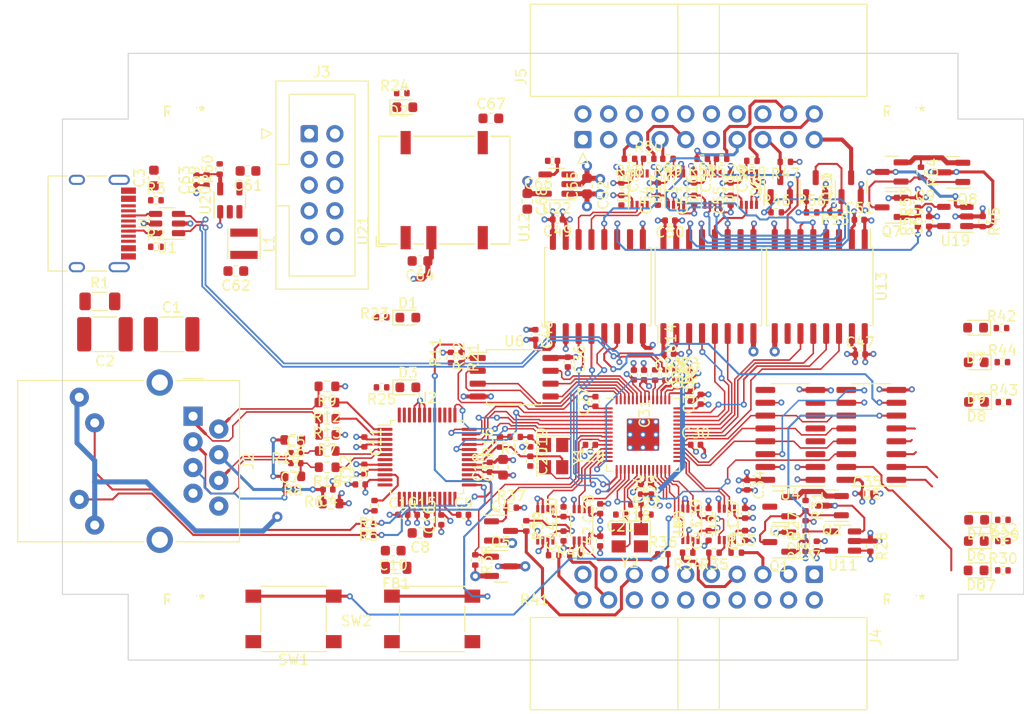
<source format=kicad_pcb>
(kicad_pcb (version 20210722) (generator pcbnew)
  (layers (0 "F.Cu" signal) (1 "In1.Cu" power) (2 "In2.Cu" mixed) (31 "B.Cu" signal) (34 "B.Paste" user) (35 "F.Paste" user) (36 "B.SilkS" user "B.Silkscreen") (37 "F.SilkS" user "F.Silkscreen") (38 "B.Mask" user) (39 "F.Mask" user) (44 "Edge.Cuts" user))
  (net 0 "")
  (net 1 "GND")
  (net 2 "Net-(C1-Pad2)")
  (net 3 "Net-(C2-Pad2)")
  (net 4 "+5V")
  (net 5 "Net-(C4-Pad2)")
  (net 6 "/Input interfaces/ETH_RX_N")
  (net 7 "Net-(C5-Pad2)")
  (net 8 "/Input interfaces/ETH_RX_P")
  (net 9 "Net-(C6-Pad2)")
  (net 10 "Net-(C7-Pad1)")
  (net 11 "Net-(C8-Pad1)")
  (net 12 "Net-(C9-Pad1)")
  (net 13 "+3V3")
  (net 14 "Net-(C19-Pad1)")
  (net 15 "Net-(C20-Pad1)")
  (net 16 "Net-(C21-Pad1)")
  (net 17 "Net-(C22-Pad1)")
  (net 18 "+1V1")
  (net 19 "/Target1/TARGET1_BUF_VREF")
  (net 20 "GNDD")
  (net 21 "+5VP")
  (net 22 "/Target2_Iso/TARGET2_BUF_VREF")
  (net 23 "+3.3VP")
  (net 24 "Net-(D1-Pad1)")
  (net 25 "/MCU/TARGET1_LED_ERR")
  (net 26 "Net-(D2-Pad1)")
  (net 27 "/MCU/TARGET1_LED_ACT")
  (net 28 "Net-(D3-Pad1)")
  (net 29 "/MCU/TARGET1_LED_SER")
  (net 30 "Net-(D4-Pad1)")
  (net 31 "/MCU/TARGET2_LED_ERR")
  (net 32 "Net-(D5-Pad1)")
  (net 33 "/MCU/TARGET2_LED_ACT")
  (net 34 "Net-(D6-Pad1)")
  (net 35 "/MCU/TARGET2_LED_SER")
  (net 36 "/Input interfaces/USB_L_DP")
  (net 37 "Net-(J1-PadB5)")
  (net 39 "/Input interfaces/USB_L_DN")
  (net 40 "Net-(J1-PadA5)")
  (net 42 "/Input interfaces/ETH_TX_P")
  (net 43 "/Input interfaces/ETH_TX_N")
  (net 45 "Net-(J2-PadL2)")
  (net 46 "Net-(J2-PadL3)")
  (net 48 "/MCU/MCU_SWDIO")
  (net 49 "/MCU/MCU_SWCLK")
  (net 52 "/MCU/MCU_RST")
  (net 54 "Net-(J4-Pad5)")
  (net 55 "Net-(J4-Pad7)")
  (net 56 "Net-(J4-Pad9)")
  (net 58 "Net-(J4-Pad13)")
  (net 59 "/Target1/TARGET1_BUF_~{RST}")
  (net 61 "/Target1/TARGET1_PWR")
  (net 63 "Net-(J4-Pad18)")
  (net 64 "Net-(J4-Pad20)")
  (net 66 "Net-(J5-Pad5)")
  (net 67 "Net-(J5-Pad7)")
  (net 68 "Net-(J5-Pad9)")
  (net 70 "Net-(J5-Pad13)")
  (net 71 "/Target2_Iso/TARGET2_BUF_RST")
  (net 73 "/Target2_Iso/TARGET2_PWR")
  (net 75 "Net-(J5-Pad18)")
  (net 76 "Net-(J5-Pad20)")
  (net 77 "Net-(L1-Pad1)")
  (net 78 "/MCU/TARGET1_RST")
  (net 79 "/MCU/TARGET1_PWR_~{EN}")
  (net 80 "/Target2_Iso/TARGET2_ISO_RST")
  (net 81 "/Target2_Iso/TARGET2_ISO_PWR_EN")
  (net 82 "Net-(C63-Pad2)")
  (net 83 "/Input interfaces/ETH_LINKLED")
  (net 84 "/Input interfaces/ETH_ACTLED")
  (net 85 "Net-(R11-Pad1)")
  (net 86 "Net-(R12-Pad1)")
  (net 87 "Net-(R13-Pad1)")
  (net 88 "Net-(R14-Pad1)")
  (net 89 "Net-(R15-Pad1)")
  (net 90 "Net-(R16-Pad2)")
  (net 91 "Net-(R18-Pad2)")
  (net 92 "Net-(R19-Pad1)")
  (net 93 "/Input interfaces/USB_DP")
  (net 94 "Net-(R20-Pad1)")
  (net 95 "/Input interfaces/USB_DN")
  (net 96 "Net-(R21-Pad1)")
  (net 97 "/MCU/QSPI_SS")
  (net 98 "/Target1/TARGET1_BUF_TX")
  (net 99 "/Target1/TARGET1_BUF_RX")
  (net 100 "/Target2_Iso/TARGET2_BUF_TX")
  (net 101 "/Target2_Iso/TARGET2_BUF_RX")
  (net 102 "/Target1/TARGET1_BUF_TDO")
  (net 103 "/Target1/TARGET1_BUF_TCK")
  (net 104 "/Target1/TARGET1_BUF_TMS")
  (net 105 "/Target1/TARGET1_BUF_TDI")
  (net 106 "/Target2_Iso/TARGET2_BUF_TDO")
  (net 107 "/Target2_Iso/TARGET2_BUF_TCK")
  (net 108 "/Target2_Iso/TARGET2_BUF_TMS")
  (net 109 "/Target2_Iso/TARGET2_BUF_TDI")
  (net 117 "/Input interfaces/ETH_~{SS}")
  (net 118 "/Input interfaces/ETH_SCLK")
  (net 119 "/Input interfaces/ETH_MISO")
  (net 120 "/Input interfaces/ETH_MOSI")
  (net 121 "/Input interfaces/ETH_~{INT}")
  (net 122 "/Input interfaces/ETH_~{RST}")
  (net 130 "/MCU/TARGET1_TDO")
  (net 131 "/MCU/TARGET1_TMS")
  (net 132 "/MCU/TARGET1_TDI")
  (net 133 "/MCU/TARGET1_TCK")
  (net 134 "/MCU/TARGET1_TMS_DIR")
  (net 135 "/MCU/TARGET1_TX")
  (net 136 "/MCU/TARGET1_RX")
  (net 137 "/MCU/TARGET2_PWR_EN")
  (net 138 "/MCU/TARGET2_TX")
  (net 139 "/MCU/TARGET2_RX")
  (net 140 "/MCU/TARGET2_TDO")
  (net 141 "/MCU/TARGET2_TMS_OUT")
  (net 142 "/MCU/TARGET2_TMS_IN")
  (net 143 "/MCU/TARGET2_TDI")
  (net 144 "/MCU/TARGET2_TCK")
  (net 145 "/MCU/TARGET2_TMS_DIR")
  (net 146 "/MCU/TARGET2_TMS_OUT_EN")
  (net 147 "/MCU/TARGET2_RST")
  (net 148 "/MCU/TARGET_LED_IN")
  (net 149 "/MCU/TARGET_LED_CLK")
  (net 150 "/MCU/TARGET_LED_LATCH")
  (net 151 "/MCU/TARGET_LED_OE")
  (net 152 "/MCU/QSPI_D3")
  (net 153 "/MCU/QSPI_SCLK")
  (net 154 "/MCU/QSPI_D0")
  (net 155 "/MCU/QSPI_D2")
  (net 156 "/MCU/QSPI_D1")
  (net 160 "/MCU/LED_SYS")
  (net 161 "/MCU/LED_USB")
  (net 162 "/MCU/LED_ETH")
  (net 163 "/Target2_Iso/TARGET2_ISO_TMS_OUT_EN")
  (net 164 "/Target2_Iso/TARGET2_ISO_TCK")
  (net 165 "/Target2_Iso/TARGET2_ISO_TDI")
  (net 166 "/Target2_Iso/TARGET2_ISO_TDO")
  (net 167 "/Target2_Iso/TARGET2_ISO_TX")
  (net 168 "/Target2_Iso/TARGET2_ISO_TMS")
  (net 169 "Net-(D7-Pad1)")
  (net 171 "/Target2_Iso/TARGET2_ISO_TMS_DIR")
  (net 172 "/Target2_Iso/TARGET2_ISO_RX")
  (net 173 "Net-(D8-Pad1)")
  (net 174 "Net-(C10-Pad2)")
  (net 175 "Net-(D9-Pad1)")
  (net 176 "/Target1/TARGET1_VREF_PWR_GATE")
  (net 177 "Net-(Q1-Pad3)")
  (net 178 "Net-(Q2-Pad2)")
  (net 179 "/Target2_Iso/TARGET2_VREF_PWR_GATE")
  (net 180 "Net-(Q7-Pad3)")
  (net 181 "Net-(Q8-Pad2)")
  (net 182 "Net-(Q10-Pad3)")
  (net 183 "/MCU/TARGET1_VREF_PWR_EN")
  (net 184 "/Target2_Iso/TARGET2_ISO_VREF_PWR_EN")
  (net 188 "/MCU/SHIFT1_OUT_NEXT")
  (net 189 "/MCU/TARGET2_VREF_PWR_EN")
  (net 192 "Net-(C66-Pad1)")
  (footprint "Capacitor_SMD:C_0402_1005Metric" (layer "F.Cu") (at 101.3 58.4 90)
    (fp_text reference "C63")
    (fp_text value "6.8p")
  )
  (footprint "Capacitor_SMD:C_0402_1005Metric" (layer "F.Cu") (at 145.233133 88.98 -90)
    (fp_text reference "C29")
    (fp_text value "100n")
  )
  (footprint "Converter_DCDC:Converter_DCDC_Murata_NXExSxxxxMC_SMD" (layer "F.Cu") (at 127.06 59.4 90)
    (fp_text reference "U21")
    (fp_text value "NXE1S0505MC")
  )
  (footprint "Package_TO_SOT_SMD:SOT-23" (layer "F.Cu") (at 131.4 96.6)
    (fp_text reference "Q5")
    (fp_text value "IRLML6402")
  )
  (footprint "Capacitor_SMD:C_0402_1005Metric" (layer "F.Cu") (at 143.233133 91.48 180)
    (fp_text reference "C21")
    (fp_text value "C")
  )
  (footprint "MountingHole:MountingHole_2.7mm_M2.5" (layer "F.Cu") (at 100 51.74)
    (fp_text reference "REF**")
    (fp_text value "MountingHole_2.7mm_M2.5")
  )
  (footprint "Package_SO:VSSOP-8_2.3x2mm_P0.5mm" (layer "F.Cu") (at 153.72 92.4475 -90)
    (fp_text reference "U7")
    (fp_text value "74LVC2T45DC")
  )
  (footprint "Package_SO:SOIC-8_5.23x5.23mm_P1.27mm" (layer "F.Cu") (at 132.7 77.9)
    (fp_text reference "U6")
    (fp_text value "W25Q128JVS")
  )
  (footprint "Resistor_SMD:R_0402_1005Metric" (layer "F.Cu") (at 162.1 61.6)
    (fp_text reference "R56")
    (fp_text value "100k")
  )
  (footprint "Resistor_SMD:R_0402_1005Metric" (layer "F.Cu") (at 181 97)
    (fp_text reference "R30")
    (fp_text value "1.5k")
  )
  (footprint "Resistor_SMD:R_0603_1608Metric" (layer "F.Cu") (at 114.225 82 180)
    (fp_text reference "R13")
    (fp_text value "33 1%")
  )
  (footprint "Package_TO_SOT_SMD:SOT-23" (layer "F.Cu") (at 158.9 94.2 180)
    (fp_text reference "Q1")
    (fp_text value "IRLML2502")
  )
  (footprint "Capacitor_SMD:C_0402_1005Metric" (layer "F.Cu") (at 117.5 88.5)
    (fp_text reference "C13")
    (fp_text value "100n")
  )
  (footprint "Capacitor_SMD:C_0402_1005Metric" (layer "F.Cu") (at 162.6 94.6 90)
    (fp_text reference "C45")
    (fp_text value "100n")
  )
  (footprint "Package_TO_SOT_SMD:SOT-23" (layer "F.Cu") (at 158.9 90.7 180)
    (fp_text reference "Q3")
    (fp_text value "IRLML6402")
  )
  (footprint "MountingHole:MountingHole_2.7mm_M2.5" (layer "F.Cu") (at 171.12 100)
    (fp_text reference "REF**")
    (fp_text value "MountingHole_2.7mm_M2.5")
  )
  (footprint "Capacitor_SMD:C_0402_1005Metric" (layer "F.Cu") (at 154.1 60.4 90)
    (fp_text reference "C55")
    (fp_text value "100n")
  )
  (footprint "Resistor_SMD:R_0402_1005Metric" (layer "F.Cu") (at 119.61 71.97 180)
    (fp_text reference "R23")
    (fp_text value "1.5k")
  )
  (footprint "Capacitor_SMD:C_0402_1005Metric" (layer "F.Cu") (at 136.5 56.5 180)
    (fp_text reference "C66")
    (fp_text value "10n")
  )
  (footprint "Resistor_SMD:R_0603_1608Metric" (layer "F.Cu") (at 114.2 78.8 180)
    (fp_text reference "R9")
    (fp_text value "49.9 1%")
  )
  (footprint "Capacitor_SMD:C_0402_1005Metric" (layer "F.Cu") (at 154.1 58.2 -90)
    (fp_text reference "C59")
    (fp_text value "100n")
  )
  (footprint "Capacitor_SMD:C_0402_1005Metric" (layer "F.Cu") (at 150.5 60.4 90)
    (fp_text reference "C53")
    (fp_text value "100n")
  )
  (footprint "LED_SMD:LED_0603_1608Metric" (layer "F.Cu") (at 178.4 92 180)
    (fp_text reference "D4")
    (fp_text value "ERR")
  )
  (footprint "Capacitor_SMD:C_0402_1005Metric" (layer "F.Cu") (at 130.3 86.8 90)
    (fp_text reference "C18")
    (fp_text value "100n")
  )
  (footprint "Capacitor_SMD:C_0402_1005Metric" (layer "F.Cu") (at 150.033133 77.68 90)
    (fp_text reference "C26")
    (fp_text value "1u")
  )
  (footprint "Resistor_SMD:R_0603_1608Metric" (layer "F.Cu") (at 114.225 83.6 180)
    (fp_text reference "R7")
    (fp_text value "49.9 1%")
  )
  (footprint "Resistor_SMD:R_0402_1005Metric" (layer "F.Cu") (at 146.633133 77.68 90)
    (fp_text reference "R19")
    (fp_text value "27")
  )
  (footprint "Package_TO_SOT_SMD:SOT-23" (layer "F.Cu") (at 131.4 93.1)
    (fp_text reference "Q4")
    (fp_text value "IRLML2502")
  )
  (footprint "Capacitor_SMD:C_0402_1005Metric" (layer "F.Cu") (at 143.3 60.4 90)
    (fp_text reference "C52")
    (fp_text value "100n")
  )
  (footprint "Resistor_SMD:R_0402_1005Metric" (layer "F.Cu") (at 181.06 80.36)
    (fp_text reference "R43")
    (fp_text value "1.5k")
  )
  (footprint "Capacitor_SMD:C_0402_1005Metric" (layer "F.Cu") (at 137 62.3 180)
    (fp_text reference "C49")
    (fp_text value "100n")
  )
  (footprint "Capacitor_SMD:C_0402_1005Metric" (layer "F.Cu") (at 151.92 91.3475 90)
    (fp_text reference "C39")
    (fp_text value "100n")
  )
  (footprint "Button_Switch_SMD:SW_Push_1P1T_NO_6x6mm_H9.5mm" (layer "F.Cu") (at 110.9 101.8 180)
    (fp_text reference "SW1")
    (fp_text value "RESET")
  )
  (footprint "Connector_IDC:IDC-Header_2x10_P2.54mm_Horizontal" (layer "F.Cu") (at 139.5 54.4 90)
    (fp_text reference "J5")
    (fp_text value "TARGET2")
  )
  (footprint "Resistor_SMD:R_0402_1005Metric" (layer "F.Cu") (at 172.6 60.6 90)
    (fp_text reference "R53")
    (fp_text value "100k")
  )
  (footprint "Connector_USB:USB_C_Receptacle_HRO_TYPE-C-31-M-12" (layer "F.Cu") (at 90.54 62.7 -90)
    (fp_text reference "J1")
    (fp_text value "USB_C_Receptacle_USB2.0")
  )
  (footprint "Capacitor_SMD:C_0402_1005Metric" (layer "F.Cu") (at 137.58 91.2 90)
    (fp_text reference "C40")
    (fp_text value "100n")
  )
  (footprint "Capacitor_SMD:C_0402_1005Metric" (layer "F.Cu") (at 151.133133 80.08 90)
    (fp_text reference "C33")
    (fp_text value "100n")
  )
  (footprint "Package_TO_SOT_SMD:SOT-23" (layer "F.Cu") (at 166 59.1 90)
    (fp_text reference "Q11")
    (fp_text value "IRLML6402")
  )
  (footprint "Resistor_SMD:R_0402_1005Metric" (layer "F.Cu") (at 180.86 73.04)
    (fp_text reference "R42")
    (fp_text value "1.5k")
  )
  (footprint "LED_SMD:LED_0603_1608Metric" (layer "F.Cu") (at 121.9 51.2)
    (fp_text reference "D2")
    (fp_text value "USB")
  )
  (footprint "LED_SMD:LED_0603_1608Metric" (layer "F.Cu") (at 178.35 97 180)
    (fp_text reference "D5")
    (fp_text value "ACT")
  )
  (footprint "Capacitor_SMD:C_0402_1005Metric" (layer "F.Cu") (at 173.7 62.5 90)
    (fp_text reference "C60")
    (fp_text value "100n")
  )
  (footprint "Crystal:Crystal_SMD_3225-4Pin_3.2x2.5mm" (layer "F.Cu") (at 136.6 85.7 -90)
    (fp_text reference "Y1")
    (fp_text value "12MHz")
  )
  (footprint "Package_TO_SOT_SMD:SOT-23" (layer "F.Cu") (at 162.5 59.1 90)
    (fp_text reference "Q10")
    (fp_text value "IRLML2502")
  )
  (footprint "Resistor_SMD:R_0402_1005Metric" (layer "F.Cu") (at 154.65 95.25)
    (fp_text reference "R33")
    (fp_text value "33")
  )
  (footprint "Resistor_SMD:R_0402_1005Metric" (layer "F.Cu") (at 127.5 75.95 -90)
    (fp_text reference "R21")
    (fp_text value "1k")
  )
  (footprint "Package_TO_SOT_SMD:SOT-23" (layer "F.Cu") (at 159 59.1 90)
    (fp_text reference "Q6")
    (fp_text value "IRLML2502")
  )
  (footprint "Package_TO_SOT_SMD:SOT-23-5" (layer "F.Cu") (at 104.6 60.4 90)
    (fp_text reference "U20")
    (fp_text value "TLV62568DBV")
  )
  (footprint "LED_SMD:LED_0603_1608Metric" (layer "F.Cu") (at 122.2 72)
    (fp_text reference "D1")
    (fp_text value "SYS")
  )
  (footprint "Capacitor_SMD:C_0603_1608Metric" (layer "F.Cu") (at 131.6 86.8 90)
    (fp_text reference "C17")
    (fp_text value "10u")
  )
  (footprint "Resistor_SMD:R_0402_1005Metric" (layer "F.Cu") (at 138.7 95.5)
    (fp_text reference "R40")
    (fp_text value "33")
  )
  (footprint "Resistor_SMD:R_0402_1005Metric" (layer "F.Cu") (at 181 94.1)
    (fp_text reference "R32")
    (fp_text value "1.5k")
  )
  (footprint "Capacitor_SMD:C_0603_1608Metric" (layer "F.Cu") (at 106.4 57.5 180)
    (fp_text reference "C61")
    (fp_text value "4.7u")
  )
  (footprint "Capacitor_SMD:C_0402_1005Metric" (layer "F.Cu") (at 117.9 87 90)
    (fp_text reference "C12")
    (fp_text value "100n")
  )
  (footprint "Resistor_SMD:R_0402_1005Metric" (layer "F.Cu") (at 149.85 95.25 180)
    (fp_text reference "R34")
    (fp_text value "33")
  )
  (footprint "Package_SO:SOIC-16_3.9x9.9mm_P1.27mm" (layer "F.Cu") (at 160 83.6 180)
    (fp_text reference "U4")
    (fp_text value "74HC595")
  )
  (footprint "Resistor_SMD:R_0402_1005Metric" (layer "F.Cu") (at 147.633133 77.68 90)
    (fp_text reference "R20")
    (fp_text value "27")
  )
  (footprint "Capacitor_SMD:C_0402_1005Metric" (layer "F.Cu") (at 146.233133 88.98 90)
    (fp_text reference "C24")
    (fp_text value "100n")
  )
  (footprint "Resistor_SMD:R_0402_1005Metric" (layer "F.Cu") (at 181 92)
    (fp_text reference "R29")
    (fp_text value "1.5k")
  )
  (footprint "Capacitor_SMD:C_0402_1005Metric" (layer "F.Cu") (at 123.6 91.5)
    (fp_text reference "C15")
    (fp_text value "100n")
  )
  (footprint "Capacitor_SMD:C_0402_1005Metric" (layer "F.Cu") (at 138 76.4 -90)
    (fp_text reference "C36")
    (fp_text value "100n")
  )
  (footprint "Capacitor_SMD:C_0402_1005Metric" (layer "F.Cu") (at 155.52 93.5475 90)
    (fp_text reference "C41")
    (fp_text value "100n")
  )
  (footprint "Resistor_SMD:R_0603_1608Metric" (layer "F.Cu") (at 110.825 87.7 180)
    (fp_text reference "R8")
    (fp_text value "49.9 1%")
  )
  (footprint "Capacitor_SMD:C_0402_1005Metric" (layer "F.Cu") (at 146.9 58.2 -90)
    (fp_text reference "C58")
    (fp_text value "100n")
  )
  (footprint "Resistor_SMD:R_0603_1608Metric" (layer "F.Cu") (at 114.225 86.8 180)
    (fp_text reference "R15")
    (fp_text value "33 1%")
  )
  (footprint "Button_Switch_SMD:SW_Push_1P1T_NO_6x6mm_H9.5mm" (layer "F.Cu") (at 124.6 101.8 180)
    (fp_text reference "SW2")
    (fp_text value "BOOT")
  )
  (footprint "Resistor_SMD:R_0402_1005Metric" (layer "F.Cu") (at 146 56.3)
    (fp_text reference "R50")
    (fp_text value "33")
  )
  (footprint "Capacitor_SMD:C_0603_1608Metric" (layer "F.Cu") (at 123.4 93.3 180)
    (fp_text reference "C8")
    (fp_text value "4.7u")
  )
  (footprint "Capacitor_SMD:C_0402_1005Metric" (layer "F.Cu") (at 155.73 88.56 -90)
    (fp_text reference "C34")
    (fp_text value "100n")
  )
  (footprint "Resistor_SMD:R_0402_1005Metric" (layer "F.Cu") (at 144.1 56.3 180)
    (fp_text reference "R48")
    (fp_text value "33")
  )
  (footprint "Package_SO:SOIC-16W_7.5x10.3mm_P1.27mm" (layer "F.Cu") (at 140.975 68.93 90)
    (fp_text reference "U12")
    (fp_text value "ISO7340C")
  )
  (footprint "Resistor_SMD:R_0402_1005Metric" (layer "F.Cu") (at 97.3 60.4)
    (fp_text reference "R3")
    (fp_text value "5.1k")
  )
  (footprint "Resistor_SMD:R_0402_1005Metric" (layer "F.Cu") (at 144.733133 90.48 180)
    (fp_text reference "R18")
    (fp_text value "1k")
  )
  (footprint "LED_SMD:LED_0603_1608Metric" (layer "F.Cu") (at 178.3 73 180)
    (fp_text reference "D7")
    (fp_text value "ERR")
  )
  (footprint "Resistor_SMD:R_0402_1005Metric" (layer "F.Cu") (at 172.9 57.64 -90)
    (fp_text reference "R54")
    (fp_text value "10k")
  )
  (footprint "Package_SO:VSSOP-8_2.3x2mm_P0.5mm" (layer "F.Cu") (at 150.12 92.4475 -90)
    (fp_text reference "U9")
    (fp_text value "74LVC2T45DC")
  )
  (footprint "Capacitor_SMD:C_0402_1005Metric" (layer "F.Cu") (at 141.2 90.9 90)
    (fp_text reference "C38")
    (fp_text value "100n")
  )
  (footprint "Package_TO_SOT_SMD:SOT-23-6" (layer "F.Cu") (at 98.4 62.7 180)
    (fp_text reference "U1")
    (fp_text value "USBLC6-2SC6")
  )
  (footprint "Package_TO_SOT_SMD:SOT-23" (layer "F.Cu") (at 170 57.6 180)
    (fp_text reference "Q8")
    (fp_text value "IRLML6402")
  )
  (footprint "MountingHole:MountingHole_2.7mm_M2.5" (layer "F.Cu") (at 100 100)
    (fp_text reference "REF**")
    (fp_text value "MountingHole_2.7mm_M2.5")
  )
  (footprint "Capacitor_SMD:C_0402_1005Metric" (layer "F.Cu") (at 125.5 92 90)
    (fp_text reference "C16")
    (fp_text value "100n")
  )
  (footprint "Capacitor_SMD:C_0402_1005Metric" (layer "F.Cu") (at 121.7 91.5)
    (fp_text reference "C14")
    (fp_text value "100n")
  )
  (footprint "Package_TO_SOT_SMD:SOT-23-5" (layer "F.Cu") (at 176.3 62 180)
    (fp_text reference "U19")
    (fp_text value "TL331")
  )
  (footprint "Resistor_SMD:R_0402_1005Metric" (layer "F.Cu") (at 128.86 95.97 -90)
    (fp_text reference "R38")
    (fp_text value "100k")
  )
  (footprint "Capacitor_SMD:C_0603_1608Metric" (layer "F.Cu") (at 120.75 95.05 180)
    (fp_text reference "C10")
    (fp_text value "10u")
  )
  (footprint "MountingHole:MountingHole_2.7mm_M2.5" (layer "F.Cu") (at 171.12 51.74)
    (fp_text reference "REF**")
    (fp_text value "MountingHole_2.7mm_M2.5")
  )
  (footprint "Package_TO_SOT_SMD:SOT-23-5" (layer "F.Cu") (at 165.2 94.1 180)
    (fp_text reference "U11")
    (fp_text value "TL331")
  )
  (footprint "Capacitor_SMD:C_0402_1005Metric" (layer "F.Cu") (at 110.525 89)
    (fp_text reference "C7")
    (fp_text value "10n")
  )
  (footprint "Package_SO:VSSOP-8_2.3x2mm_P0.5mm" (layer "F.Cu") (at 139.38 92.4975 -90)
    (fp_text reference "U8")
    (fp_text value "74LVC2T45DC")
  )
  (footprint "Capacitor_SMD:C_0402_1005Metric" (layer "F.Cu") (at 148.1 62.4 180)
    (fp_text reference "C50")
    (fp_text value "100n")
  )
  (footprint "Resistor_SMD:R_0402_1005Metric" (layer "F.Cu") (at 147.9 56.3 180)
    (fp_text reference "R49")
    (fp_text value "33")
  )
  (footprint "Resistor_SMD:R_0402_1005Metric" (layer "F.Cu") (at 167.9 94.6 -90)
    (fp_text reference "R28")
    (fp_text value "100k")
  )
  (footprint "Resistor_SMD:R_0603_1608Metric" (layer "F.Cu") (at 114.6 90.4 180)
    (fp_text reference "R6")
    (fp_text value "10 1%")
  )
  (footprint "Capacitor_SMD:C_0402_1005Metric" (layer "F.Cu") (at 148.633133 77.68 -90)
    (fp_text reference "C23")
    (fp_text value "1u")
  )
  (footprint "RP2040_minimal:RP2040-QFN-56" (layer "F.Cu") (at 145.433133 83.58)
    (fp_text reference "U3")
    (fp_text value "RP2040")
  )
  (footprint "Capacitor_SMD:C_0402_1005Metric" (layer "F.Cu") (at 127.7 91.5)
    (fp_text reference "C9")
    (fp_text value "10n")
  )
  (footprint "Resistor_SMD:R_0402_1005Metric" (layer "F.Cu") (at 164.4 61.6 180)
    (fp_text reference "R55")
    (fp_text value "100k")
  )
  (footprint "Package_TO_SOT_SMD:SOT-23" (layer "F.Cu") (at 164.1 90.6 180)
    (fp_text reference "Q2")
    (fp_text value "IRLML6402")
  )
  (footprint "Resistor_SMD:R_0402_1005Metric" (layer "F.Cu") (at 119.6 78.9 180)
    (fp_text reference "R25")
    (fp_text value "1.5k")
  )
  (footprint "Package_SO:VSSOP-8_2.3x2mm_P0.5mm" (layer "F.Cu") (at 148.7 59.3 90)
    (fp_text reference "U17")
    (fp_text value "74LVC2T45DC")
  )
  (footprint "Package_SO:VSSOP-8_2.3x2mm_P0.5mm" (layer "F.Cu") (at 152.3 59.3 90)
    (fp_text reference "U16")
    (fp_text value "74LVC2T45DC")
  )
  (footprint "Resistor_SMD:R_0603_1608Metric" (layer "F.Cu") (at 110.825 84.1 180)
    (fp_text reference "R10")
    (fp_text value "49.9 1%")
  )
  (footprint "Capacitor_SMD:C_0402_1005Metric" (layer "F.Cu") (at 147.975 75.58 180)
    (fp_text reference "C48")
    (fp_text value "100n")
  )
  (footprint "Package_SO:VSSOP-8_2.3x2mm_P0.5mm" (layer "F.Cu") (at 135.78 92.4975 -90)
    (fp_text reference "U10")
    (fp_text value "74LVC2T45DC")
  )
  (footprint "Capacitor_SMD:C_0402_1005Metric" (layer "F.Cu") (at 150.633133 84.58)
    (fp_text reference "C30")
    (fp_text value "100n")
  )
  (footprint "Capacitor_SMD:C_0402_1005Metric" (layer "F.Cu") (at 141.2 94.1 90)
    (fp_text reference "C42")
    (fp_text value "100n")
  )
  (footprint "Capacitor_SMD:C_0402_1005Metric" (layer "F.Cu") (at 150.5 58.2 -90)
    (fp_text reference "C57")
    (fp_text value "100n")
  )
  (footprint "Capacitor_SMD:C_0402_1005Metric" (layer "F.Cu") (at 155.52 91.3475 90)
    (fp_text reference "C37")
    (fp_text value "100n")
  )
  (footprint "Resistor_SMD:R_0402_1005Metric" (layer "F.Cu") (at 131.3 84.3 90)
    (fp_text reference "R16")
    (fp_text value "1M")
  )
  (footprint "Resistor_SMD:R_0402_1005Metric" (layer "F.Cu") (at 136.61 95.5 180)
    (fp_text reference "R41")
    (fp_text value "33")
  )
  (footprint "Capacitor_SMD:C_0402_1005Metric" (layer "F.Cu") (at 145.533133 77.68 90)
    (fp_text reference "C32")
    (fp_text value "100n")
  )
  (footprint "Package_SO:VSSOP-8_2.3x2mm_P0.5mm" (layer "F.Cu") (at 145.1 59.3 90)
    (fp_text reference "U15")
    (fp_text value "74LVC2T45DC")
  )
  (footprint "Capacitor_SMD:C_0402_1005Metric" (layer "F.Cu") (at 144.533133 77.68 -90)
    (fp_text reference "C25")
    (fp_text value "100n")
  )
  (footprint "Capacitor_SMD:C_1812_4532Metric" (layer "F.Cu") (at 92.2625 73.65 180)
    (fp_text reference "C2")
    (fp_text value "4.7n/2kV")
  )
  (footprint "Package_QFP:LQFP-48_7x7mm_P0.5mm" (layer "F.Cu") (at 124.1 85.8)
    (fp_text reference "U2")
    (fp_text value "W5500")
  )
  (footprint "Resistor_SMD:R_0402_1005Metric" (layer "F.Cu") (at 118.9 90.6 -90)
    (fp_text reference "R11")
    (fp_text value "12.4k 1%")
  )
  (footprint "LED_SMD:LED_0603_1608Metric" (layer "F.Cu") (at 122.2 78.9)
    (fp_text reference "D3")
    (fp_text value "SYS")
  )
  (footprint "Capacitor_SMD:C_0603_1608Metric" (layer "F.Cu") (at 139.9 59 90)
    (fp_text reference "C65")
    (fp_text value "10u")
  )
  (footprint "Resistor_SMD:R_0402_1005Metric" (layer "F.Cu") (at 103.6 57.31 90)
    (fp_text reference "R60")
    (fp_text value "100k")
  )
  (footprint "Resistor_SMD:R_0402_1005Metric" (layer "F.Cu") (at 121.6 49.8)
    (fp_text reference "R24")
    (fp_text value "1.5k")
  )
  (footprint "Resistor_SMD:R_0402_1005Metric" (layer "F.Cu") (at 179 62.5 -90)
    (fp_text reference "R45")
    (fp_text value "100k")
  )
  (footprint "Resistor_SMD:R_0402_1005Metric" (layer "F.Cu") (at 159.5 56.6 180)
    (fp_text reference "R47")
    (fp_text value "10k")
  )
  (footprint "Capacitor_SMD:C_0603_1608Metric" (layer "F.Cu") (at 130.4 52.3)
    (fp_text reference "C67")
    (fp_text value "10u")
  )
  (footprint "Resistor_SMD:R_1206_3216Metric" (layer "F.Cu") (at 91.7625 70.4)
    (fp_text reference "R1")
    (fp_text value "1M")
  )
  (footprint "Resistor_SMD:R_0402_1005Metric" (layer "F.Cu") (at 180.95 76.41)
    (fp_text reference "R44")
    (fp_text value "1.5k")
  )
  (footprint "Capacitor_SMD:C_0603_1608Metric" (layer "F.Cu") (at 123.4 66.4 180)
    (fp_text reference "C64")
    (fp_text value "10u")
  )
  (footprint "Capacitor_SMD:C_0402_1005Metric" (layer "F.Cu") (at 166.9 75.63)
    (fp_text reference "C47")
    (fp_text value "100n")
  )
  (footprint "Resistor_SMD:R_0402_1005Metric" (layer "F.Cu") (at 118.3 92.4 180)
    (fp_text reference "R5")
    (fp_text value "330")
  )
  (footprint "Capacitor_SMD:C_0603_1608Metric" (layer "F.Cu") (at 105.2 67.4 180)
    (fp_text reference "C62")
    (fp_text value "10u")
  )
  (footprint "Capacitor_SMD:C_0402_1005Metric" (layer "F.Cu") (at 134.3 84.3 -90)
    (fp_text reference "C19")
    (fp_text value "C")
  )
  (footprint "Inductor_SMD:L_0805_2012Metric" (layer "F.Cu") (at 121.05 96.75 180)
    (fp_text reference "FB1")
    (fp_text value "120Ohm/100MHz")
  )
  (footprint "LED_SMD:LED_0603_1608Metric" (layer "F.Cu") (at 178.36 76.42 180)
    (fp_text reference "D9")
    (fp_text value "SER")
  )
  (footprint "Resistor_SMD:R_0402_1005Metric" (layer "F.Cu") (at 126.45 75.95 -90)
    (fp_text reference "R22")
    (fp_text value "10k")
  )
  (footprint "Capacitor_SMD:C_0402_1005Metric" (layer "F.Cu") (at 114.3 89 180)
    (fp_text reference "C4")
    (fp_text value "10n")
  )
  (footprint "Package_SO:SOIC-16W_7.5x10.3mm_P1.27mm" (layer "F.Cu") (at 151.9 68.93 90)
    (fp_text reference "U14")
    (fp_text value "ISO7340C")
  )
  (footprint "Resistor_SMD:R_0402_1005Metric" (layer "F.Cu") (at 172.6 62.5 90)
    (fp_text reference "R52")
    (fp_text value "10k")
  )
  (footprint "Resistor_SMD:R_0402_1005Metric" (layer "F.Cu") (at 161.5 90.6 -90)
    (fp_text reference "R31")
    (fp_text value "10k")
  )
  (footprint "Resistor_SMD:R_0603_1608Metric" (layer "F.Cu") (at 114.225 85.2 180)
    (fp_text reference "R14")
    (fp_text value "33 1%")
  )
  (footprint "Resistor_SMD:R_0402_1005Metric" (layer "F.Cu") (at 151.29 56.3 180)
    (fp_text reference "R51")
    (fp_text value "33")
  )
  (footprint "Resistor_SMD:R_0402_1005Metric" (layer "F.Cu") (at 132.8 83.8 180)
    (fp_text reference "R17")
    (fp_text value "0")
  )
  (footprint "Capacitor_SMD:C_0402_1005Metric" (layer "F.Cu") (at 166.8 62.33)
    (fp_text reference "C51")
    (fp_text value "100n")
  )
  (footprint "Connector_IDC:IDC-Header_2x10_P2.54mm_Horizontal" (layer "F.Cu") (at 162.36 97.39 -90)
    (fp_text reference "J4")
    (fp_text value "TARGET2")
  )
  (footprint "Capacitor_SMD:C_0402_1005Metric" (layer "F.Cu") (at 140.233133 84.58 180)
    (fp_text reference "C28")
    (fp_text value "100n")
  )
  (footprint "Resistor_SMD:R_0402_1005Metric" (layer "F.Cu") (at 161.5 94.6 90)
    (fp_text reference "R26")
    (fp_text value "10k")
  )
  (footprint "Crystal:Crystal_SMD_3225-4Pin_3.2x2.5mm" (layer "F.Cu") (at 144.133133 93.78 180)
    (fp_text reference "Y2")
    (fp_text value "12MHz")
  )
  (footprint "Capacitor_SMD:C_0402_1005Metric" (layer "F.Cu") (at 167.6 89.4)
    (fp_text reference "C35")
    (fp_text value "100n")
  )
  (footprint "Resistor_SMD:R_0402_1005Metric" (layer "F.Cu") (at 132.4 90.8)
    (fp_text reference "R37")
    (fp_text value "10k")
  )
  (footprint "Inductor_SMD:L_Taiyo-Yuden_NR-30xx" (layer "F.Cu") (at 106 64.7 -90)
    (fp_text reference "L1")
    (fp_text value "2.2uH")
  )
  (footprint "Capacitor_SMD:C_0402_1005Metric" (layer "F.Cu") (at 134.3 86.2 -90)
    (fp_text reference "C20")
    (fp_text value "C")
  )
  (footprint "Resistor_SMD:R_0402_1005Metric" (layer "F.Cu") (at 153.2 56.3 180)
    (fp_text reference "R57")
    (fp_text value "33")
  )
  (footprint "Package_SO:SOIC-16_3.9x9.9mm_P1.27mm" (layer "F.Cu") (at 168 83.6 180)
    (fp_text reference "U5")
    (fp_text value "74HC595")
  )
  (footprint "Connector_RJ:RJ45_Amphenol_RJMG1BD3B8K1ANR" (layer "F.Cu") (at 100.97 81.755 -90)
    (fp_text reference "J2")
    (fp_text value "RJ45_Amphenol_RJMG1BD3B8K1ANR")
  )
  (footprint "Capacitor_SMD:C_0402_1005Metric" (layer "F.Cu") (at 151.92 93.5475 90)
    (fp_text reference "C43")
    (fp_text value "100n")
  )
  (footprint "Connector_IDC:IDC-Header_2x05_P2.54mm_Vertical" (layer "F.Cu") (at 112.4475 53.82)
    (fp_text reference "J3")
    (fp_text value "MCU_SWD")
  )
  (footprint "Package_SO:SOIC-16W_7.5x10.3mm_P1.27mm" (layer "F.Cu") (at 162.9 68.93 -90)
    (fp_text reference "U13")
    (fp_text value "ISO7341C")
  )
  (footprint "Resistor_SMD:R_0402_1005Metric" (layer "F.Cu") (at 152.45 95.25 180)
    (fp_text reference "R35")
    (fp_text value "33")
  )
  (footprint "Capacitor_SMD:C_0603_1608Metric" (layer "F.Cu") (at 97.1 58.2 90)
    (fp_text reference "C3")
    (fp_text value "10u")
  )
  (footprint "Capacitor_SMD:C_0402_1005Metric" (layer "F.Cu") (at 137.58 93.5975 90)
    (fp_text reference "C44")
    (fp_text value "100n")
  )
  (footprint "Resistor_SMD:R_0603_1608Metric" (layer "F.Cu") (at 114.2 80.4 180)
    (fp_text reference "R12")
    (fp_text value "33 1%")
  )
  (footprint "Capacitor_SMD:C_0402_1005Metric" (layer "F.Cu") (at 145.733133 91.48)
    (fp_text reference "C22")
    (fp_text value "C")
  )
  (footprint "LED_SMD:LED_0603_1608Metric" (layer "F.Cu") (at 178.39 80.34 180)
    (fp_text reference "D8")
    (fp_text value "ACT")
  )
  (footprint "Capacitor_SMD:C_1812_4532Metric" (layer "F.Cu") (at 98.85 73.65)
    (fp_text reference "C1")
    (fp_text value "4.7n/2kV")
  )
  (footprint "Capacitor_SMD:C_0402_1005Metric" (layer "F.Cu") (at 150.133133 79.78 -90)
    (fp_text reference "C31")
    (fp_text value "100n")
  )
  (footprint "LED_SMD:LED_0603_1608Metric" (layer "F.Cu") (at 178.37 94.1 180)
    (fp_text reference "D6")
    (fp_text value "SER")
  )
  (footprint "Resistor_SMD:R_0402_1005Metric" (layer "F.Cu") (at 158.6 61.6)
    (fp_text reference "R46")
    (fp_text value "100k")
  )
  (footprint "Package_TO_SOT_SMD:SOT-23" (layer "F.Cu") (at 170 61.1 180)
    (fp_text reference "Q7")
    (fp_text value "IRLML2502")
  )
  (footprint "Resistor_SMD:R_0402_1005Metric" (layer "F.Cu") (at 118.3 93.5)
    (fp_text reference "R4")
    (fp_text value "330")
  )
  (footprint "Capacitor_SMD:C_0603_1608Metric" (layer "F.Cu") (at 134 60.5 -90)
    (fp_text reference "C68")
    (fp_text value "10u")
  )
  (footprint "Resistor_SMD:R_0402_1005Metric" (layer "F.Cu") (at 102.3 58.4 90)
    (fp_text reference "R59")
    (fp_text value "450k")
  )
  (footprint "Capacitor_SMD:C_0402_1005Metric" (layer "F.Cu") (at 111.125 86.4)
    (fp_text reference "C6")
    (fp_text value "6.8nF")
  )
  (footprint "Capacitor_SMD:C_0402_1005Metric" (layer "F.Cu") (at 111.125 85.4)
    (fp_text reference "C5")
    (fp_text value "6.8nF")
  )
  (footprint "Capacitor_SMD:C_0402_1005Metric" (layer "F.Cu") (at 143.3 58.2 -90)
    (fp_text reference "C56")
    (fp_text value "100n")
  )
  (footprint "Resistor_SMD:R_0402_1005Metric" (layer "F.Cu") (at 133.9 92.6 -90)
    (fp_text reference "R39")
    (fp_text value "10k")
  )
  (footprint "Capacitor_SMD:C_0402_1005Metric" (layer "F.Cu") (at 134.8 73.68 -90)
    (fp_text reference "C46")
    (fp_text value "100n")
  )
  (footprint "Resistor_SMD:R_0402_1005Metric" (layer "F.Cu") (at 161.5 92.6 90)
    (fp_text reference "R27")
    (fp_text value "100k")
  )
  (footprint "Capacitor_SMD:C_0402_1005Metric" (layer "F.Cu") (at 117.9 84.3 -90)
    (fp_text reference "C11")
    (fp_text value "100n")
  )
  (footprint "Capacitor_SMD:C_0402_1005Metric" (layer "F.Cu") (at 146.9 60.4 90)
    (fp_text reference "C54")
    (fp_text value "100n")
  )
  (footprint "Resistor_SMD:R_0402_1005Metric" (layer "F.Cu") (at 156.2 56.5 180)
    (fp_text reference "R58")
    (fp_text value "33")
  )
  (footprint "Resistor_SMD:R_0402_1005Metric" (layer "F.Cu") (at 97.3 65)
    (fp_text reference "R2")
    (fp_text value "5.1k")
  )
  (footprint "Package_TO_SOT_SMD:SOT-23-5" (layer "F.Cu") (at 136.9 58.8 180)
    (fp_text reference "U22")
    (fp_text value "LP2985-3.3")
  )
  (footprint "Package_TO_SOT_SMD:SOT-23" (layer "F.Cu") (at 176.1 57.64 180)
    (fp_text reference "Q9")
    (fp_text value "IRLML6402")
  )
  (footprint "Resistor_SMD:R_0402_1005Metric" (layer "F.Cu") (at 147.4 95.4)
    (fp_text reference "R36")
    (fp_text value "33")
  )
  (footprint "Package_SO:VSSOP-8_2.3x2mm_P0.5mm" (layer "F.Cu") (at 155.9 59.3 90)
    (fp_text reference "U18")
    (fp_text value "74LVC2T45DC")
  )
  (footprint "Capacitor_SMD:C_0402_1005Metric" (layer "F.Cu") (at 140.733133 80.3 90)
    (fp_text reference "C27")
    (fp_text value "100n")
  )
  (gr_line (start 88.06 99.37) (end 94.559999 99.37) (layer "Edge.Cuts") (width 0.1))
  (gr_line (start 94.56 45.87) (end 176.56 45.87) (layer "Edge.Cuts") (width 0.1))
  (gr_line (start 94.559999 105.87) (end 94.559999 99.37) (layer "Edge.Cuts") (width 0.1))
  (gr_line (start 176.56 105.869999) (end 176.56 99.37) (layer "Edge.Cuts") (width 0.1))
  (gr_line (start 94.56 105.87) (end 176.56 105.87) (layer "Edge.Cuts") (width 0.1))
  (gr_line (start 88.06 99.37) (end 88.06 52.37) (layer "Edge.Cuts") (width 0.1))
  (gr_line (start 176.56 45.869999) (end 176.56 52.369999) (layer "Edge.Cuts") (width 0.1))
  (gr_line (start 88.06 52.37) (end 94.56 52.37) (layer "Edge.Cuts") (width 0.1))
  (gr_line (start 183.06 99.37) (end 176.56 99.37) (layer "Edge.Cuts") (width 0.1))
  (gr_line (start 183.06 99.37) (end 183.06 52.37) (layer "Edge.Cuts") (width 0.1))
  (gr_line (start 94.56 45.870001) (end 94.56 52.37) (layer "Edge.Cuts") (width 0.1))
  (gr_line (start 183.059999 52.369999) (end 176.56 52.369999) (layer "Edge.Cuts") (width 0.1))
  (segment (start 156.46 89.04) (end 155.73 89.04) (width 0.3) (layer "F.Cu") (net 1))
  (segment (start 155.52 90.8675) (end 156.2325 90.8675) (width 0.3) (layer "F.Cu") (net 1))
  (segment (start 167.9 94.09) (end 168.79 94.09) (width 0.5) (layer "F.Cu") (net 1))
  (segment (start 135.53 94.67) (end 135.1 95.1) (width 0.2) (layer "F.Cu") (net 1))
  (segment (start 135.03 89.93) (end 135 89.9) (width 0.2) (layer "F.Cu") (net 1))
  (segment (start 137.58 90.02) (end 137.6 90) (width 0.2) (layer "F.Cu") (net 1))
  (segment (start 117.9 87.48) (end 117.12 87.48) (width 0.2) (layer "F.Cu") (net 1))
  (segment (start 149.37 90.13) (end 149.6 89.9) (width 0.2) (layer "F.Cu") (net 1))
  (segment (start 137.58 94.0775) (end 137.58 94.78) (width 0.2) (layer "F.Cu") (net 1))
  (segment (start 117.02 88.5) (end 116.29 88.5) (width 0.3) (layer "F.Cu") (net 1))
  (segment (start 159.8375 93.25) (end 158.65 93.25) (width 0.3) (layer "F.Cu") (net 1))
  (segment (start 134.3 84.78) (end 133.52 84.78) (width 0.185) (layer "F.Cu") (net 1))
  (segment (start 163.38 94.12) (end 163.4 94.1) (width 0.2) (layer "F.Cu") (net 1))
  (segment (start 129.1 79.805) (end 127.705 79.805) (width 0.4) (layer "F.Cu") (net 1))
  (segment (start 137.58 94.78) (end 137.6 94.8) (width 0.2) (layer "F.Cu") (net 1))
  (segment (start 123.12 92.28) (end 123.1 92.3) (width 0.2) (layer "F.Cu") (net 1))
  (segment (start 155.52 94.0275) (end 156.2725 94.0275) (width 0.3) (layer "F.Cu") (net 1))
  (segment (start 167.9 94.09) (end 167.9 93.3) (width 0.5) (layer "F.Cu") (net 1))
  (segment (start 121.85 89.9625) (end 121.85 90.87) (width 0.2) (layer "F.Cu") (net 1))
  (segment (start 135.4 89.9) (end 135 89.9) (width 0.2) (layer "F.Cu") (net 1))
  (segment (start 122.85 89.9625) (end 122.85 91.23) (width 0.2) (layer "F.Cu") (net 1))
  (segment (start 99.5375 62.7) (end 100.7 62.7) (width 0.4) (layer "F.Cu") (net 1))
  (segment (start 151.533133 85.08) (end 151.533133 85.58) (width 0.25) (layer "F.Cu") (net 1))
  (segment (start 151.113133 84.66) (end 151.533133 85.08) (width 0.25) (layer "F.Cu") (net 1))
  (segment (start 119.9375 84.05) (end 118.13 84.05) (width 0.2) (layer "F.Cu") (net 1))
  (segment (start 117.12 83.82) (end 117.1 83.8) (width 0.2) (layer "F.Cu") (net 1))
  (segment (start 165.63 75.63) (end 165.6 75.6) (width 0.3) (layer "F.Cu") (net 1))
  (segment (start 121.22 91.5) (end 120.4 91.5) (width 0.2) (layer "F.Cu") (net 1))
  (segment (start 118.33 87.05) (end 117.9 87.48) (width 0.2) (layer "F.Cu") (net 1))
  (segment (start 125.5 92.48) (end 125.5 93.2) (width 0.2) (layer "F.Cu") (net 1))
  (segment (start 127.705 79.805) (end 127.7 79.8) (width 0.4) (layer "F.Cu") (net 1))
  (segment (start 156.2725 94.0275) (end 156.3 94) (width 0.3) (layer "F.Cu") (net 1))
  (segment (start 162.475 79.155) (end 160.955 79.155) (width 0.3) (layer "F.Cu") (net 1))
  (segment (start 158.455 73.58) (end 158.455 75.345) (width 0.5) (layer "F.Cu") (net 1))
  (segment (start 139.45 85.45) (end 139.45 84.883133) (width 0.15) (layer "F.Cu") (net 1))
  (segment (start 130.4625 94.05) (end 132.25 94.05) (width 0.4) (layer "F.Cu") (net 1))
  (segment (start 151.113133 84.58) (end 151.113133 84.66) (width 0.25) (layer "F.Cu") (net 1))
  (segment (start 138.63 90.03) (end 138.6 90) (width 0.2) (layer "F.Cu") (net 1))
  (segment (start 149.87 90.8975) (end 149.87 90.17) (width 0.2) (layer "F.Cu") (net 1))
  (segment (start 141.2 90.42) (end 141.98 90.42) (width 0.2) (layer "F.Cu") (net 1))
  (segment (start 149.37 90.8975) (end 149.37 90.13) (width 0.2) (layer "F.Cu") (net 1))
  (segment (start 123.12 91.5) (end 123.12 92.28) (width 0.2) (layer "F.Cu") (net 1))
  (segment (start 166.42 75.63) (end 166.42 76.38) (width 0.3) (layer "F.Cu") (net 1))
  (segment (start 128.18 92.28) (end 128.2 92.3) (width 0.2) (layer "F.Cu") (net 1))
  (segment (start 166.42 75.63) (end 165.63 75.63) (width 0.3) (layer "F.Cu") (net 1))
  (segment (start 163.955 79.155) (end 164 79.2) (width 0.3) (layer "F.Cu") (net 1))
  (segment (start 131.075 86.025) (end 131.6 86.025) (width 0.3) (layer "F.Cu") (net 1))
  (segment (start 146.4 74.8) (end 146.4 74.7) (width 0.4) (layer "F.Cu") (net 1))
  (segment (start 158.455 75.345) (end 158.45 75.35) (width 0.5) (layer "F.Cu") (net 1))
  (segment (start 149.87 93.13) (end 150 93) (width 0.2) (layer "F.Cu") (net 1))
  (segment (start 166.3375 94.1) (end 167.89 94.1) (width 0.5) (layer "F.Cu") (net 1))
  (segment (start 114.78 88.19) (end 114.76 88.17) (width 0.2) (layer "F.Cu") (net 1))
  (segment (start 168.855 79.155) (end 168.8 79.1) (width 0.3) (layer "F.Cu") (net 1))
  (segment (start 139.45 84.883133) (end 139.753133 84.58) (width 0.15) (layer "F.Cu") (net 1))
  (segment (start 128.18 91.5) (end 128.18 92.28) (width 0.2) (layer "F.Cu") (net 1))
  (segment (start 148.455 75.045) (end 148.455 75.58) (width 0.3) (layer "F.Cu") (net 1))
  (segment (start 138.5 94.8) (end 137.6 94.8) (width 0.2) (layer "F.Cu") (net 1))
  (segment (start 144.533133 76.533133) (end 144.5 76.5) (width 0.3) (layer "F.Cu") (net 1))
  (segment (start 139.65 85.65) (end 139.45 85.45) (width 0.15) (layer "F.Cu") (net 1))
  (segment (start 146.233133 90.233133) (end 146.3 90.3) (width 0.3) (layer "F.Cu") (net 1))
  (segment (start 137.58 90.72) (end 137.58 90.02) (width 0.2) (layer "F.Cu") (net 1))
  (segment (start 116.29 88.5) (end 116.26 88.47) (width 0.3) (layer "F.Cu") (net 1))
  (segment (start 118.01 91.11) (end 118.9 91.11) (width 0.2) (layer "F.Cu") (net 1))
  (segment (start 161.5 92.09) (end 162.19 92.09) (width 0.2) (layer "F.Cu") (net 1))
  (segment (start 119.9375 87.05) (end 118.33 87.05) (width 0.2) (layer "F.Cu") (net 1))
  (segment (start 151.533133 85.58) (end 151.433133 85.68) (width 0.25) (layer "F.Cu") (net 1))
  (segment (start 168.79 94.09) (end 168.8 94.1) (width 0.5) (layer "F.Cu") (net 1))
  (segment (start 170.475 79.155) (end 168.855 79.155) (width 0.3) (layer "F.Cu") (net 1))
  (segment (start 166.075 73.58) (end 166.075 74.775) (width 0.3) (layer "F.Cu") (net 1))
  (segment (start 168.08 89.4) (end 168.08 90.18) (width 0.3) (layer "F.Cu") (net 1))
  (segment (start 171.945 79.155) (end 172 79.1) (width 0.3) (layer "F.Cu") (net 1))
  (segment (start 155.52 90.12) (end 155.5 90.1) (width 0.3) (layer "F.Cu") (net 1))
  (segment (start 135.53 90.03) (end 135.4 89.9) (width 0.2) (layer "F.Cu") (net 1))
  (segment (start 138.2 84) (end 138.3 84.1) (width 0.13) (layer "F.Cu") (net 1))
  (segment (start 146.233133 89.46) (end 146.233133 90.233133) (width 0.3) (layer "F.Cu") (net 1))
  (segment (start 129.55 86.55) (end 129.7 86.4) (width 0.2) (layer "F.Cu") (net 1))
  (segment (start 158.65 93.25) (end 158.6 93.3) (width 0.3) (layer "F.Cu") (net 1))
  (segment (start 144.533133 77.2) (end 144.533133 76.533133) (width 0.3) (layer "F.Cu") (net 1))
  (segment (start 134.8 73.2) (end 133.9 73.2) (width 0.4) (layer "F.Cu") (net 1))
  (segment (start 138.05 84) (end 138.2 84) (width 0.13) (layer "F.Cu") (net 1))
  (segment (start 151.92 90.12) (end 151.9 90.1) (width 0.3) (layer "F.Cu") (net 1))
  (segment (start 166.42 75.12) (end 166.42 75.63) (width 0.3) (layer "F.Cu") (net 1))
  (segment (start 117.12 87.48) (end 117.1 87.5) (width 0.2) (layer "F.Cu") (net 1))
  (segment (start 148.725 74.775) (end 148.455 75.045) (width 0.3) (layer "F.Cu") (net 1))
  (segment (start 141.2 94.58) (end 141.2 95.3) (width 0.3) (layer "F.Cu") (net 1))
  (segment (start 133.52 84.78) (end 133.5 84.8) (width 0.185) (layer "F.Cu") (net 1))
  (segment (start 166.42 76.38) (end 166.4 76.4) (width 0.3) (layer "F.Cu") (net 1))
  (segment (start 151.92 94.141159) (end 151.485949 94.57521) (width 0.3) (layer "F.Cu") (net 1))
  (segment (start 129.1 79.805) (end 130.395 79.805) (width 0.4) (layer "F.Cu") (net 1))
  (segment (start 149.87 93.9975) (end 149.87 93.13) (width 0.2) (layer "F.Cu") (net 1))
  (segment (start 145.6 74.9) (end 145.7 75) (width 0.4) (layer "F.Cu") (net 1))
  (segment (start 129.7 86.4) (end 130 86.4) (width 0.2) (layer "F.Cu") (net 1))
  (segment (start 137.8 73.58) (end 137.8 75.1) (width 0.3) (layer "F.Cu") (net 1))
  (segment (start 145.233133 89.46) (end 146.233133 89.46) (width 0.3) (layer "F.Cu") (net 1))
  (segment (start 132.525 86.025) (end 132.6 86.1) (width 0.3) (layer "F.Cu") (net 1))
  (segment (start 151.92 90.8675) (end 151.92 90.12) (width 0.3) (layer "F.Cu") (net 1))
  (segment (start 145.7 75) (end 146.2 75) (width 0.4) (layer "F.Cu") (net 1))
  (segment (start 149.87 90.17) (end 149.6 89.9) (width 0.2) (layer "F.Cu") (net 1))
  (segment (start 139.65 85.7) (end 139.5 85.75) (width 0.15) (layer "F.Cu") (net 1))
  (segment (start 117.9 83.82) (end 117.12 83.82) (width 0.2) (layer "F.Cu") (net 1))
  (segment (start 137.45 84.6) (end 138.05 84) (width 0.13) (layer "F.Cu") (net 1))
  (segment (start 160.955 79.155) (end 160.9 79.1) (width 0.3) (layer "F.Cu") (net 1))
  (segment (start 114.78 89) (end 114.78 88.19) (width 0.2) (layer "F.Cu") (net 1))
  (segment (start 122.85 91.23) (end 123.12 91.5) (width 0.2) (layer "F.Cu") (net 1))
  (segment (start 151.92 94.0275) (end 151.92 94.141159) (width 0.3) (layer "F.Cu") (net 1))
  (segment (start 135.03 90.9475) (end 135.03 89.93) (width 0.2) (layer "F.Cu") (net 1))
  (segment (start 152.97 90.8975) (end 152.97 89.97) (width 0.3) (layer "F.Cu") (net 1))
  (segment (start 148.725 73.58) (end 148.725 74.775) (width 0.3) (layer "F.Cu") (net 1))
  (segment (start 135.53 90.9475) (end 135.53 90.03) (width 0.2) (layer "F.Cu") (net 1))
  (segment (start 139.753133 84.746867) (end 139.753133 84.58) (width 0.15) (layer "F.Cu") (net 1))
  (segment (start 148.633133 76.566867) (end 148.7 76.5) (width 0.3) (layer "F.Cu") (net 1))
  (segment (start 139.98 79.82) (end 139.85 79.95) (width 0.15) (layer "F.Cu") (net 1))
  (segment (start 146.2 75) (end 146.4 74.8) (width 0.4) (layer "F.Cu") (net 1))
  (segment (start 136.85 87.9) (end 135.75 86.8) (width 0.13) (layer "F.Cu") (net 1))
  (segment (start 138.1 87.9) (end 136.85 87.9) (width 0.13) (layer "F.Cu") (net 1))
  (segment (start 156.2325 90.8675) (end 156.3 90.8) (width 0.3) (layer "F.Cu") (net 1))
  (segment (start 148.633133 77.2) (end 148.633133 76.566867) (width 0.3) (layer "F.Cu") (net 1))
  (segment (start 138.63 94.67) (end 138.5 94.8) (width 0.2) (layer "F.Cu") (net 1))
  (segment (start 132.25 94.05) (end 132.5 94.3) (width 0.4) (layer "F.Cu") (net 1))
  (segment (start 150.473133 80.26) (end 151.133133 79.6) (width 0.3) (layer "F.Cu") (net 1))
  (segment (start 168.08 89.4) (end 168.9 89.4) (width 0.3) (layer "F.Cu") (net 1))
  (segment (start 118.13 84.05) (end 117.9 83.82) (width 0.2) (layer "F.Cu") (net 1))
  (segment (start 141.98 90.42) (end 142 90.4) (width 0.2) (layer "F.Cu") (net 1))
  (segment (start 155.52 90.8675) (end 155.52 90.12) (width 0.3) (layer "F.Cu") (net 1))
  (segment (start 162.6 94.12) (end 163.38 94.12) (width 0.2) (layer "F.Cu") (net 1))
  (segment (start 166.075 74.775) (end 166.42 75.12) (width 0.3) (layer "F.Cu") (net 1))
  (segment (start 167.89 94.1) (end 167.9 94.09) (width 0.5) (layer "F.Cu") (net 1))
  (segment (start 132.91 90.8) (end 133.7 90.8) (width 0.3) (layer "F.Cu") (net 1))
  (segment (start 156.5 89.1) (end 156.46 89.04) (width 0.3) (layer "F.Cu") (net 1))
  (segment (start 140.733133 79.82) (end 139.98 79.82) (width 0.15) (layer "F.Cu") (net 1))
  (segment (start 138.63 94.0475) (end 138.63 94.67) (width 0.2) (layer "F.Cu") (net 1))
  (segment (start 150.033133 76.533133) (end 150 76.5) (width 0.3) (layer "F.Cu") (net 1))
  (segment (start 155.73 89.04) (end 154.96 89.04) (width 0.3) (layer "F.Cu") (net 1))
  (segment (start 138.63 90.9475) (end 138.63 90.03) (width 0.2) (layer "F.Cu") (net 1))
  (segment (start 138.3 84.1) (end 138.3 87.7) (width 0.13) (layer "F.Cu") (net 1))
  (segment (start 170.475 79.155) (end 171.945 79.155) (width 0.3) (layer "F.Cu") (net 1))
  (segment (start 151.133133 79.6) (end 151.9 79.6) (width 0.3) (layer "F.Cu") (net 1))
  (segment (start 154.96 89.04) (end 154.9 89.1) (width 0.3) (layer "F.Cu") (net 1))
  (segment (start 168.08 90.18) (end 168.1 90.2) (width 0.3) (layer "F.Cu") (net 1))
  (segment (start 156.345 75.345) (end 156.35 75.35) (width 0.5) (layer "F.Cu") (net 1))
  (segment (start 152.97 89.97) (end 152.9 89.9) (width 0.3) (layer "F.Cu") (net 1))
  (segment (start 149.18 75.58) (end 149.2 75.6) (width 0.3) (layer "F.Cu") (net 1))
  (segment (start 162.475 79.155) (end 163.955 79.155) (width 0.3) (layer "F.Cu") (net 1))
  (segment (start 145.533133 76.533133) (end 145.5 76.5) (width 0.3) (layer "F.Cu") (net 1))
  (segment (start 139.65 85.7) (end 139.65 85.65) (width 0.15) (layer "F.Cu") (net 1))
  (segment (start 138.3 87.7) (end 138.1 87.9) (width 0.13) (layer "F.Cu") (net 1))
  (segment (start 118.06 91.17) (end 118.01 91.11) (width 0.2) (layer "F.Cu") (net 1))
  (segment (start 130.78 86.32) (end 131.075 86.025) (width 0.3) (layer "F.Cu") (net 1))
  (segment (start 150.033133 77.2) (end 150.033133 76.533133) (width 0.3) (layer "F.Cu") (net 1))
  (segment (start 130.3 86.32) (end 130.78 86.32) (width 0.3) (layer "F.Cu") (net 1))
  (segment (start 162.19 92.09) (end 162.3 92.2) (width 0.2) (layer "F.Cu") (net 1))
  (segment (start 145.533133 77.2) (end 145.533133 76.533133) (width 0.3) (layer "F.Cu") (net 1))
  (segment (start 145.42 73.58) (end 145.42 74.72) (width 0.4) (layer "F.Cu") (net 1))
  (segment (start 131.6 86.025) (end 132.525 86.025) (width 0.3) (layer "F.Cu") (net 1))
  (segment (start 128.2625 86.55) (end 129.55 86.55) (width 0.2) (layer "F.Cu") (net 1))
  (segment (start 135.53 94.0475) (end 135.53 94.67) (width 0.2) (layer "F.Cu") (net 1))
  (segment (start 150.133133 80.26) (end 150.473133 80.26) (width 0.3) (layer "F.Cu") (net 1))
  (segment (start 148.455 75.58) (end 149.18 75.58) (width 0.3) (layer "F.Cu") (net 1))
  (segment (start 121.85 90.87) (end 121.22 91.5) (width 0.2) (layer "F.Cu") (net 1))
  (segment (start 130.395 79.805) (end 130.4 79.8) (width 0.4) (layer "F.Cu") (net 1))
  (segment (start 145.42 74.72) (end 145.6 74.9) (width 0.4) (layer "F.Cu") (net 1))
  (segment (start 138 76.88) (end 138 77.5) (width 0.3) (layer "F.Cu") (net 1))
  (segment (start 156.345 73.58) (end 156.345 75.345) (width 0.5) (layer "F.Cu") (net 1))
  (via (at 114.76 88.17) (size 0.6) (drill 0.3) (layers "F.Cu" "B.Cu") (net 1))
  (via (at 120.4 91.5) (size 0.6) (drill 0.3) (layers "F.Cu" "B.Cu") (net 1))
  (via (at 137.6 90) (size 0.6) (drill 0.3) (layers "F.Cu" "B.Cu") (net 1))
  (via (at 165.6 75.6) (size 0.6) (drill 0.3) (layers "F.Cu" "B.Cu") (net 1))
  (via (at 116.26 88.47) (size 0.6) (drill 0.3) (layers "F.Cu" "B.Cu") (net 1))
  (via (at 150 76.5) (size 0.6) (drill 0.3) (layers "F.Cu" "B.Cu") (net 1))
  (via (at 130.4 79.8) (size 0.6) (drill 0.3) (layers "F.Cu" "B.Cu") (net 1))
  (via (at 155.5 90.1) (size 0.6) (drill 0.3) (layers "F.Cu" "B.Cu") (net 1))
  (via (at 146.4 74.7) (size 0.6) (drill 0.3) (layers "F.Cu" "B.Cu") (net 1))
  (via (at 142 90.4) (size 0.6) (drill 0.3) (layers "F.Cu" "B.Cu") (net 1))
  (via (at 117.1 87.5) (size 0.6) (drill 0.3) (layers "F.Cu" "B.Cu") (net 1))
  (via (at 139.65 85.7) (size 0.6) (drill 0.3) (layers "F.Cu" "B.Cu") (net 1))
  (via (at 145.5 76.5) (size 0.6) (drill 0.3) (layers "F.Cu" "B.Cu") (net 1))
  (via (at 168.8 94.1) (size 0.6) (drill 0.3) (layers "F.Cu" "B.Cu") (net 1))
  (via (at 163.4 94.1) (size 0.6) (drill 0.3) (layers "F.Cu" "B.Cu") (net 1))
  (via (at 149.2 75.6) (size 0.6) (drill 0.3) (layers "F.Cu" "B.Cu") (net 1))
  (via (at 164 79.2) (size 0.6) (drill 0.3) (layers "F.Cu" "B.Cu") (net 1))
  (via (at 168.1 90.2) (size 0.6) (drill 0.3) (layers "F.Cu" "B.Cu") (net 1))
  (via (at 150 93) (size 0.6) (drill 0.3) (layers "F.Cu" "B.Cu") (net 1))
  (via (at 168.8 79.1) (size 0.6) (drill 0.3) (layers "F.Cu" "B.Cu") (net 1))
  (via (at 141.2 95.3) (size 0.6) (drill 0.3) (layers "F.Cu" "B.Cu") (net 1))
  (via (at 160.9 79.1) (size 0.6) (drill 0.3) (layers "F.Cu" "B.Cu") (net 1))
  (via (at 154.9 89.1) (size 0.6) (drill 0.3) (layers "F.Cu" "B.Cu") (net 1))
  (via (at 132.6 86.1) (size 0.6) (drill 0.3) (layers "F.Cu" "B.Cu") (net 1))
  (via (at 135 89.9) (size 0.6) (drill 0.3) (layers "F.Cu" "B.Cu") (net 1))
  (via (at 148.7 76.5) (size 0.6) (drill 0.3) (layers "F.Cu" "B.Cu") (net 1))
  (via (at 123.1 92.3) (size 0.6) (drill 0.3) (layers "F.Cu" "B.Cu") (net 1))
  (via (at 100.7 62.7) (size 0.6) (drill 0.3) (layers "F.Cu" "B.Cu") (net 1))
  (via (at 156.3 94) (size 0.6) (drill 0.3) (layers "F.Cu" "B.Cu") (net 1))
  (via (at 133.5 84.8) (size 0.6) (drill 0.3) (layers "F.Cu" "B.Cu") (net 1))
  (via (at 138 77.5) (size 0.6) (drill 0.3) (layers "F.Cu" "B.Cu") (net 1))
  (via (at 127.7 79.8) (size 0.6) (drill 0.3) (layers "F.Cu" "B.Cu") (net 1))
  (via (at 137.6 94.8) (size 0.6) (drill 0.3) (layers "F.Cu" "B.Cu") (net 1))
  (via (at 158.6 93.3) (size 0.6) (drill 0.3) (layers "F.Cu" "B.Cu") (net 1))
  (via (at 166.4 76.4) (size 0.6) (drill 0.3) (layers "F.Cu" "B.Cu") (net 1))
  (via (at 137.8 75.1) (size 0.6) (drill 0.3) (layers "F.Cu" "B.Cu") (net 1))
  (via (at 138.6 90) (size 0.6) (drill 0.3) (layers "F.Cu" "B.Cu") (net 1))
  (via (at 156.5 89.1) (size 0.6) (drill 0.3) (layers "F.Cu" "B.Cu") (net 1))
  (via (at 152.9 89.9) (size 0.6) (drill 0.3) (layers "F.Cu" "B.Cu") (net 1))
  (via (at 146.3 90.3) (size 0.6) (drill 0.3) (layers "F.Cu" "B.Cu") (net 1))
  (via (at 151.9 90.1) (size 0.6) (drill 0.3) (layers "F.Cu" "B.Cu") (net 1))
  (via (at 151.485949 94.57521) (size 0.6) (drill 0.3) (layers "F.Cu" "B.Cu") (net 1))
  (via (at 139.8 79.95) (size 0.6) (drill 0.3) (layers "F.Cu" "B.Cu") (net 1))
  (via (at 118.06 91.17) (size 0.6) (drill 0.3) (layers "F.Cu" "B.Cu") (net 1))
  (via (at 125.5 93.2) (size 0.6) (drill 0.3) (layers "F.Cu" "B.Cu") (net 1))
  (via (at 151.433133 85.68) (size 0.6) (drill 0.3) (layers "F.Cu" "B.Cu") (net 1))
  (via (at 156.35 75.35) (size 1) (drill 0.5) (layers "F.Cu" "B.Cu") (net 1))
  (via (at 133.7 90.8) (size 0.6) (drill 0.3) (layers "F.Cu" "B.Cu") (net 1))
  (via (at 158.45 75.35) (size 1) (drill 0.5) (layers "F.Cu" "B.Cu") (net 1))
  (via (at 151.9 79.6) (size 0.6) (drill 0.3) (layers "F.Cu" "B.Cu") (net 1))
  (via (at 156.3 90.8) (size 0.6) (drill 0.3) (layers "F.Cu" "B.Cu") (net 1))
  (via (at 117.1 83.8) (size 0.6) (drill 0.3) (layers "F.Cu" "B.Cu") (net 1))
  (via (at 168.9 89.4) (size 0.6) (drill 0.3) (layers "F.Cu" "B.Cu") (net 1))
  (via (at 167.9 93.3) (size 0.6) (drill 0.3) (layers "F.Cu" "B.Cu") (net 1))
  (via (at 128.2 92.3) (size 0.6) (drill 0.3) (layers "F.Cu" "B.Cu") (net 1))
  (via (at 144.5 76.5) (size 0.6) (drill 0.3) (layers "F.Cu" "B.Cu") (net 1))
  (via (at 162.3 92.2) (size 0.6) (drill 0.3) (layers "F.Cu" "B.Cu") (net 1))
  (via (at 133.9 73.2) (size 0.6) (drill 0.3) (layers "F.Cu" "B.Cu") (net 1))
  (via (at 132.5 94.3) (size 1) (drill 0.5) (layers "F.Cu" "B.Cu") (net 1))
  (via (at 149.6 89.9) (size 0.6) (drill 0.3) (layers "F.Cu" "B.Cu") (net 1))
  (via (at 172 79.1) (size 0.6) (drill 0.3) (layers "F.Cu" "B.Cu") (net 1))
  (via (at 135.1 95.1) (size 0.6) (drill 0.3) (layers "F.Cu" "B.Cu") (net 1))
  (segment (start 123.66 68.17) (end 122.76 68.17) (width 0.5) (layer "F.Cu") (net 4))
  (segment (start 103.65 62.85) (end 103.6 62.9) (width 0.2) (layer "F.Cu") (net 4))
  (segment (start 162.63 95.05) (end 162.6 95.08) (width 0.3) (layer "F.Cu") (net 4))
  (segment (start 124.52 66.055) (end 124.175 66.4) (width 0.5) (layer "F.Cu") (net 4))
  (segment (start 124.175 66.4) (end 124.175 67.655) (width 0.5) (layer "F.Cu") (net 4))
  (segment (start 162.6 95.08) (end 162.6 95.8) (width 0.3) (layer "F.Cu") (net 4))
  (segment (start 164.0625 95.05) (end 162.63 95.05) (width 0.3) (layer "F.Cu") (net 4))
  (segment (start 97.2625 62.7) (end 96.1 62.7) (width 0.3) (layer "F.Cu") (net 4))
  (segment (start 103.65 61.5375) (end 103.65 62.85) (width 0.2) (layer "F.Cu") (net 4))
  (segment (start 124.175 67.655) (end 123.66 68.17) (width 0.5) (layer "F.Cu") (net 4))
  (segment (start 124.52 64.1) (end 124.52 66.055) (width 0.5) (layer "F.Cu") (net 4))
  (via (at 96.1 62.7) (size 0.6) (drill 0.3) (layers "F.Cu" "B.Cu") (net 4))
  (via (at 122.76 68.17) (size 0.6) (drill 0.3) (layers "F.Cu" "B.Cu") (net 4))
  (via (at 103.6 62.9) (size 0.6) (drill 0.3) (layers "F.Cu" "B.Cu") (net 4))
  (via (at 162.6 95.8) (size 0.6) (drill 0.3) (layers "F.Cu" "B.Cu") (net 4))
  (segment (start 112.8 89) (end 113.82 89) (width 0.3) (layer "F.Cu") (net 5))
  (segment (start 113.775 89.045) (end 113.82 89) (width 0.3) (layer "F.Cu") (net 5))
  (segment (start 113.775 90.4) (end 113.775 89.045) (width 0.3) (layer "F.Cu") (net 5))
  (via (at 112.8 89) (size 0.6) (drill 0.3) (layers "F.Cu" "B.Cu") (net 5))
  (segment (start 103.51 85.565) (end 106.945 89) (width 0.3) (layer "B.Cu") (net 5))
  (segment (start 106.945 89) (end 112.8 89) (width 0.3) (layer "B.Cu") (net 5))
  (segment (start 110.645 85.4) (end 110.295001 85.749999) (width 0.15) (layer "F.Cu") (net 6))
  (segment (start 105.850001 85.749999) (end 104.5 87.1) (width 0.15) (layer "F.Cu") (net 6))
  (segment (start 104.5 87.115) (end 104.5 87.1) (width 0.3) (layer "F.Cu") (net 6))
  (segment (start 110.295001 85.749999) (end 105.850001 85.749999) (width 0.15) (layer "F.Cu") (net 6))
  (segment (start 103.51 88.105) (end 104.5 87.115) (width 0.3) (layer "F.Cu") (net 6))
  (segment (start 111.605 84.145) (end 111.65 84.1) (width 0.2) (layer "F.Cu") (net 7))
  (segment (start 112.525 85.2) (end 112.325 85.4) (width 0.15) (layer "F.Cu") (net 7))
  (segment (start 111.605 85.4) (end 111.605 84.145) (width 0.2) (layer "F.Cu") (net 7))
  (segment (start 113.4 85.2) (end 112.525 85.2) (width 0.15) (layer "F.Cu") (net 7))
  (segment (start 112.325 85.4) (end 111.605 85.4) (width 0.15) (layer "F.Cu") (net 7))
  (segment (start 113.38 85.22) (end 113.4 85.2) (width 0.2) (layer "F.Cu") (net 7))
  (segment (start 102.8 89.4) (end 102.2 88.8) (width 0.15) (layer "F.Cu") (net 8))
  (segment (start 110.645 86.4) (end 110.295001 86.050001) (width 0.15) (layer "F.Cu") (net 8))
  (segment (start 106.049999 86.050001) (end 105.5 86.6) (width 0.15) (layer "F.Cu") (net 8))
  (segment (start 104.9 89.4) (end 102.8 89.4) (width 0.15) (layer "F.Cu") (net 8))
  (segment (start 105.5 88.8) (end 104.9 89.4) (width 0.15) (layer "F.Cu") (net 8))
  (segment (start 105.5 86.6) (end 105.5 88.8) (width 0.15) (layer "F.Cu") (net 8))
  (segment (start 110.295001 86.050001) (end 106.049999 86.050001) (width 0.15) (layer "F.Cu") (net 8))
  (segment (start 102.2 88.8) (end 102.2 85.525) (width 0.15) (layer "F.Cu") (net 8))
  (segment (start 102.2 85.525) (end 100.97 84.295) (width 0.3) (layer "F.Cu") (net 8))
  (segment (start 112.225 86.4) (end 112.625 86.8) (width 0.15) (layer "F.Cu") (net 9))
  (segment (start 111.605 87.655) (end 111.65 87.7) (width 0.2) (layer "F.Cu") (net 9))
  (segment (start 112.625 86.8) (end 113.4 86.8) (width 0.15) (layer "F.Cu") (net 9))
  (segment (start 111.605 86.4) (end 112.225 86.4) (width 0.15) (layer "F.Cu") (net 9))
  (segment (start 111.605 86.4) (end 111.605 87.655) (width 0.2) (layer "F.Cu") (net 9))
  (segment (start 110.045 89.755) (end 110 89.8) (width 0.3) (layer "F.Cu") (net 10))
  (segment (start 110 87.7) (end 108.9 87.7) (width 0.3) (layer "F.Cu") (net 10))
  (segment (start 110.045 89) (end 110.045 89.755) (width 0.3) (layer "F.Cu") (net 10))
  (segment (start 110 84.1) (end 108.9 84.1) (width 0.3) (layer "F.Cu") (net 10))
  (segment (start 110 87.7) (end 110 88.955) (width 0.3) (layer "F.Cu") (net 10))
  (segment (start 110 88.955) (end 110.045 89) (width 0.3) (layer "F.Cu") (net 10))
  (segment (start 110.045 87.745) (end 110 87.7) (width 0.2) (layer "F.Cu") (net 10))
  (via (at 108.9 87.7) (size 0.6) (drill 0.3) (layers "F.Cu" "B.Cu") (net 10))
  (via (at 108.9 84.1) (size 0.6) (drill 0.3) (layers "F.Cu" "B.Cu") (net 10))
  (via (at 110 89.8) (size 0.6) (drill 0.3) (layers "F.Cu" "B.Cu") (net 10))
  (segment (start 105.1 89.4) (end 105.6 89.9) (width 0.2) (layer "B.Cu") (net 10))
  (segment (start 102.1 88.8) (end 102.7 89.4) (width 0.2) (layer "B.Cu") (net 10))
  (segment (start 102.1 87.965) (end 102.1 88.8) (width 0.2) (layer "B.Cu") (net 10))
  (segment (start 100.97 86.835) (end 102.1 87.965) (width 0.2) (layer "B.Cu") (net 10))
  (segment (start 102.7 89.4) (end 105.1 89.4) (width 0.2) (layer "B.Cu") (net 10))
  (segment (start 109.9 89.9) (end 110 89.8) (width 0.2) (layer "B.Cu") (net 10))
  (segment (start 105.6 89.9) (end 109.9 89.9) (width 0.2) (layer "B.Cu") (net 10))
  (segment (start 108.9 87.7) (end 108.9 84.1) (width 0.3) (layer "B.Cu") (net 10))
  (segment (start 124.85 89.9625) (end 124.85 92.625) (width 0.2) (layer "F.Cu") (net 11))
  (segment (start 124.85 92.625) (end 124.175 93.3) (width 0.2) (layer "F.Cu") (net 11))
  (segment (start 126.6 91.5) (end 127.22 91.5) (width 0.2) (layer "F.Cu") (net 12))
  (segment (start 125.85 89.9625) (end 125.85 90.75) (width 0.2) (layer "F.Cu") (net 12))
  (segment (start 125.85 90.75) (end 126.6 91.5) (width 0.2) (layer "F.Cu") (net 12))
  (segment (start 155.7 87.3) (end 155.73 87.37) (width 0.3) (layer "F.Cu") (net 13))
  (segment (start 167.15 93.15) (end 167.3 93) (width 0.2) (layer "F.Cu") (net 13))
  (segment (start 138 75.92) (end 136.375 75.92) (width 0.4) (layer "F.Cu") (net 13))
  (segment (start 132.575 87.575) (end 132.6 87.6) (width 0.3) (layer "F.Cu") (net 13))
  (segment (start 131.305 87.28) (end 131.6 87.575) (width 0.3) (layer "F.Cu") (net 13))
  (segment (start 135.03 93.13) (end 135 93.1) (width 0.2) (layer "F.Cu") (net 13))
  (segment (start 168.17 75.63) (end 168.2 75.6) (width 0.3) (layer "F.Cu") (net 13))
  (segment (start 151.86 80.56) (end 151.9 80.6) (width 0.2) (layer "F.Cu") (net 13))
  (segment (start 101.3 58.88) (end 101.3 59.7) (width 0.2) (layer "F.Cu") (net 13))
  (segment (start 150.24 78.16) (end 150.9 77.5) (width 0.25) (layer "F.Cu") (net 13))
  (segment (start 141.053133 80.98) (end 140.733133 80.66) (width 0.15) (layer "F.Cu") (net 13))
  (segment (start 147.495 75.58) (end 147.495 75.795) (width 0.4) (layer "F.Cu") (net 13))
  (segment (start 136.53 91.63) (end 136.6 91.7) (width 0.2) (layer "F.Cu") (net 13))
  (segment (start 152.97 93.43) (end 153.4 93) (width 0.15) (layer "F.Cu") (net 13))
  (segment (start 150.033133 78.18) (end 149.233133 78.98) (width 0.25) (layer "F.Cu") (net 13))
  (segment (start 150.133133 79.3) (end 150.2 79.3) (width 0.3) (layer "F.Cu") (net 13))
  (segment (start 147.833133 79.18) (end 148.333133 79.18) (width 0.15) (layer "F.Cu") (net 13))
  (segment (start 145.933133 79.28) (end 145.633133 79.28) (width 0.15) (layer "F.Cu") (net 13))
  (segment (start 147.495 75.795) (end 147.9 76.2) (width 0.4) (layer "F.Cu") (net 13))
  (segment (start 129.68 87.28) (end 130.3 87.28) (width 0.2) (layer "F.Cu") (net 13))
  (segment (start 157.525 80.425) (end 159.075 80.425) (width 0.15) (layer "F.Cu") (net 13))
  (segment (start 140.713133 84.6) (end 140.713133 84.58) (width 0.15) (layer "F.Cu") (net 13))
  (segment (start 167.12 90.18) (end 167.1 90.2) (width 0.3) (layer "F.Cu") (net 13))
  (segment (start 147.455 73.58) (end 147.455 75.54) (width 0.4) (layer "F.Cu") (net 13))
  (segment (start 150.153133 84.738349) (end 150.673555 85.258771) (width 0.15) (layer "F.Cu") (net 13))
  (segment (start 165.525 88.045) (end 166.845 88.045) (width 0.3) (layer "F.Cu") (net 13))
  (segment (start 152.97 93.9975) (end 152.97 93.43) (width 0.15) (layer "F.Cu") (net 13))
  (segment (start 150.87 90.8975) (end 150.87 91.57) (width 0.2) (layer "F.Cu") (net 13))
  (segment (start 145.633133 87.0175) (end 145.633133 88.1) (width 0.15) (layer "F.Cu") (net 13))
  (segment (start 138 75.92) (end 138.78 75.92) (width 0.4) (layer "F.Cu") (net 13))
  (segment (start 140.25 85.25) (end 140.16593 85.147203) (width 0.15) (layer "F.Cu") (net 13))
  (segment (start 131.6 87.575) (end 132.575 87.575) (width 0.3) (layer "F.Cu") (net 13))
  (segment (start 163.1625 90.6) (end 164.4 90.6) (width 0.5) (layer "F.Cu") (net 13))
  (segment (start 153.4 92) (end 153.3 91.9) (width 0.15) (layer "F.Cu") (net 13))
  (segment (start 133.94 74.16) (end 133.9 74.2) (width 0.4) (layer "F.Cu") (net 13))
  (segment (start 147.633133 79.38) (end 147.833133 79.18) (width 0.15) (layer "F.Cu") (net 13))
  (segment (start 167.38 76.38) (end 167.4 76.4) (width 0.3) (layer "F.Cu") (net 13))
  (segment (start 151.133133 80.56) (end 151.86 80.56) (width 0.2) (layer "F.Cu") (net 13))
  (segment (start 140.72 91.38) (end 141.2 91.38) (width 0.2) (layer "F.Cu") (net 13))
  (segment (start 167.38 75.63) (end 167.38 76.38) (width 0.3) (layer "F.Cu") (net 13))
  (segment (start 145.633133 79.28) (end 145.133133 78.78) (width 0.15) (layer "F.Cu") (net 13))
  (segment (start 148.033133 80.1425) (end 148.033133 79.58) (width 0.15) (layer "F.Cu") (net 13))
  (segment (start 123.35 81.6375) (end 123.35 80.25) (width 0.185) (layer "F.Cu") (net 13))
  (segment (start 150.033133 78.16) (end 150.24 78.16) (width 0.25) (layer "F.Cu") (net 13))
  (segment (start 130.4625 97.55) (end 128.88 97.55) (width 0.5) (layer "F.Cu") (net 13))
  (segment (start 154.47 90.8975) (end 154.47 91.57) (width 0.2) (layer "F.Cu") (net 13))
  (segment (start 148.333133 79.18) (end 148.533133 78.98) (width 0.15) (layer "F.Cu") (net 13))
  (segment (start 140.13 90.9475) (end 140.13 91.53) (width 0.2) (layer "F.Cu") (net 13))
  (segment (start 145.533133 78.16) (end 145.533133 78.28) (width 0.15) (layer "F.Cu") (net 13))
  (segment (start 145.213133 88.5) (end 144.433133 89.28) (width 0.15) (layer "F.Cu") (net 13))
  (segment (start 155.73 87.37) (end 155.73 88.08) (width 0.3) (layer "F.Cu") (net 13))
  (segment (start 140.13 91.53) (end 140.2 91.6) (width 0.2) (layer "F.Cu") (net 13))
  (segment (start 154.47 91.57) (end 154.7275 91.8275) (width 0.2) (layer "F.Cu") (net 13))
  (segment (start 135.03 94.0475) (end 135.03 93.13) (width 0.2) (layer "F.Cu") (net 13))
  (segment (start 150.87 91.57) (end 151.1275 91.8275) (width 0.2) (layer "F.Cu") (net 13))
  (segment (start 136.6 91.7) (end 138.2 91.7) (width 0.2) (layer "F.Cu") (net 13))
  (segment (start 149.233133 78.98) (end 148.533133 78.98) (width 0.25) (layer "F.Cu") (net 13))
  (segment (start 167.12 88.32) (end 167.12 89.4) (width 0.3) (layer "F.Cu") (net 13))
  (segment (start 128.88 97.55) (end 128.86 97.57) (width 0.5) (layer "F.Cu") (net 13))
  (segment (start 135 75.1) (end 134.8 74.9) (width 0.4) (layer "F.Cu") (net 13))
  (segment (start 138.2 91.7) (end 138.4 91.9) (width 0.2) (layer "F.Cu") (net 13))
  (segment (start 166.845 88.045) (end 167.12 88.32) (width 0.3) (layer "F.Cu") (net 13))
  (segment (start 154.92 88.08) (end 154.9 88.1) (width 0.3) (layer "F.Cu") (net 13))
  (segment (start 150.153133 84.58) (end 150.153133 84.738349) (width 0.15) (layer "F.Cu") (net 13))
  (segment (start 153.3 91.9) (end 152.8 91.9) (width 0.15) (layer "F.Cu") (net 13))
  (segment (start 130.3 87.28) (end 131.305 87.28) (width 0.3) (layer "F.Cu") (net 13))
  (segment (start 140.5 91.6) (end 140.72 91.38) (width 0.2) (layer "F.Cu") (net 13))
  (segment (start 167.12 89.4) (end 167.12 90.18) (width 0.3) (layer "F.Cu") (net 13))
  (segment (start 140.733133 80.78) (end 139.87 80.78) (width 0.15) (layer "F.Cu") (net 13))
  (segment (start 167.345 75.595) (end 167.38 75.63) (width 0.3) (layer "F.Cu") (net 13))
  (segment (start 146.033133 79.38) (end 145.933133 79.28) (width 0.15) (layer "F.Cu") (net 13))
  (segment (start 138.78 75.92) (end 138.8 75.9) (width 0.4) (layer "F.Cu") (net 13))
  (segment (start 129.45 87.05) (end 129.68 87.28) (width 0.2) (layer "F.Cu") (net 13))
  (segment (start 136.2 75.1) (end 135 75.1) (width 0.4) (layer "F.Cu") (net 13))
  (segment (start 134.8 74.9) (end 134.8 74.16) (width 0.4) (layer "F.Cu") (net 13))
  (segment (start 155.73 88.08) (end 154.92 88.08) (width 0.3) (layer "F.Cu") (net 13))
  (segment (start 165.525 80.425) (end 167.275 80.425) (width 0.15) (layer "F.Cu") (net 13))
  (segment (start 151.92 91.8275) (end 152.7275 91.8275) (width 0.2) (layer "F.Cu") (net 13))
  (segment (start 145.633133 88.1) (end 145.233133 88.5) (width 0.15) (layer "F.Cu") (net 13))
  (segment (start 141.995633 84.58) (end 140.713133 84.58) (width 0.15) (layer "F.Cu") (net 13))
  (segment (start 139.87 80.78) (end 139.8 80.85) (width 0.15) (layer "F.Cu") (net 13))
  (segment (start 145.133133 78.78) (end 145.133133 78.56) (width 0.2) (layer "F.Cu") (net 13))
  (segment (start 145.633133 80.1425) (end 145.633133 79.28) (width 0.15) (layer "F.Cu") (net 13))
  (segment (start 126.45 75.44) (end 125.69 75.44) (width 0.2) (layer "F.Cu") (net 13))
  (segment (start 167.38 75.63) (end 168.17 75.63) (width 0.3) (layer "F.Cu") (net 13))
  (segment (start 136.53 90.9475) (end 136.53 91.63) (width 0.2) (layer "F.Cu") (net 13))
  (segment (start 128.86 96.48) (end 128.86 97.57) (width 0.2) (layer "F.Cu") (net 13))
  (segment (start 145.233133 88.5) (end 145.213133 88.5) (width 0.15) (layer "F.Cu") (net 13))
  (segment (start 141.995633 80.98) (end 141.053133 80.98) (width 0.15) (layer "F.Cu") (net 13))
  (segment (start 125.69 75.44) (end 125.66 75.47) (width 0.2) (layer "F.Cu") (net 13))
  (segment (start 145.233133 88.5) (end 145.013133 88.5) (width 0.15) (layer "F.Cu") (net 13))
  (segment (start 122.85 80.75) (end 123.4 80.2) (width 0.185) (layer "F.Cu") (net 13))
  (segment (start 167.345 73.58) (end 167.345 75.595) (width 0.3) (layer "F.Cu") (net 13))
  (segment (start 157.525 88.045) (end 155.765 88.045) (width 0.3) (layer "F.Cu") (net 13))
  (segment (start 123.35 80.25) (end 123.4 80.2) (width 0.185) (layer "F.Cu") (net 13))
  (segment (start 151.1275 91.8275) (end 151.92 91.8275) (width 0.2) (layer "F.Cu") (net 13))
  (segment (start 167.275 80.425) (end 167.3 80.4) (width 0.15) (layer "F.Cu") (net 13))
  (segment (start 159.075 80.425) (end 159.1 80.4) (width 0.15) (layer "F.Cu") (net 13))
  (segment (start 155.765 88.045) (end 155.73 88.08) (width 0.3) (layer "F.Cu") (net 13))
  (segment (start 134.8 74.16) (end 133.94 74.16) (width 0.4) (layer "F.Cu") (net 13))
  (segment (start 156.2725 91.8275) (end 156.3 91.8) (width 0.3) (layer "F.Cu") (net 13))
  (segment (start 167.12 89.4) (end 166.4 89.4) (width 0.3) (layer "F.Cu") (net 13))
  (segment (start 150.033133 78.16) (end 150.033133 78.18) (width 0.25) (layer "F.Cu") (net 13))
  (segment (start 153.4 93) (end 153.4 92) (width 0.15) (layer "F.Cu") (net 13))
  (segment (start 140.16593 85.147203) (end 140.713133 84.6) (width 0.15) (layer "F.Cu") (net 13))
  (segment (start 150.713133 80.98) (end 151.133133 80.56) (width 0.2) (layer "F.Cu") (net 13))
  (segment (start 145.133133 78.56) (end 145.533133 78.16) (width 0.2) (layer "F.Cu") (net 13))
  (segment (start 102.3 58.91) (end 101.33 58.91) (width 0.2) (layer "F.Cu") (net 13))
  (segment (start 147.455 75.54) (end 147.495 75.58) (width 0.4) (layer "F.Cu") (net 13))
  (segment (start 136.375 75.92) (end 136.3 75.995) (width 0.4) (layer "F.Cu") (net 13))
  (segment (start 148.870633 80.98) (end 150.713133 80.98) (width 0.2) (layer "F.Cu") (net 13))
  (segment (start 122.85 81.6375) (end 122.85 80.75) (width 0.185) (layer "F.Cu") (net 13))
  (segment (start 152.7275 91.8275) (end 152.8 91.9) (width 0.2) (layer "F.Cu") (net 13))
  (segment (start 146.033133 80.1425) (end 146.033133 79.38) (width 0.15) (layer "F.Cu") (net 13))
  (segment (start 167.3 91.8) (end 166.1 90.6) (width 0.2) (layer "F.Cu") (net 13))
  (segment (start 147.633133 80.1425) (end 147.633133 79.38) (width 0.15) (layer "F.Cu") (net 13))
  (segment (start 145.633133 78.26) (end 145.533133 78.16) (width 0.15) (layer "F.Cu") (net 13))
  (segment (start 150.2 79.3) (end 150.8 78.7) (width 0.3) (layer "F.Cu") (net 13))
  (segment (start 136.53 73.58) (end 136.53 74.77) (width 0.4) (layer "F.Cu") (net 13))
  (segment (start 123.85 81.6375) (end 123.85 80.65) (width 0.185) (layer "F.Cu") (net 13))
  (segment (start 101.33 58.91) (end 101.3 58.88) (width 0.2) (layer "F.Cu") (net 13))
  (segment (start 166.3375 93.15) (end 167.15 93.15) (width 0.2) (layer "F.Cu") (net 13))
  (segment (start 154.7275 91.8275) (end 155.52 91.8275) (width 0.2) (layer "F.Cu") (net 13))
  (segment (start 145.533133 78.28) (end 146.033133 78.78) (width 0.2) (layer "F.Cu") (net 13))
  (segment (start 148.033133 79.58) (end 148.133133 79.48) (width 0.15) (layer "F.Cu") (net 13))
  (segment (start 150.153133 84.58) (end 148.870633 84.58) (width 0.15) (layer "F.Cu") (net 13))
  (segment (start 140.2 91.6) (end 140.5 91.6) (width 0.2) (layer "F.Cu") (net 13))
  (segment (start 136.53 74.77) (end 136.2 75.1) (width 0.4) (layer "F.Cu") (net 13))
  (segment (start 155.52 91.8275) (end 156.2725 91.8275) (width 0.3) (layer "F.Cu") (net 13))
  (segment (start 128.2625 87.05) (end 129.45 87.05) (width 0.2) (layer "F.Cu") (net 13))
  (segment (start 141.2 92.1) (end 141.2 91.5) (width 0.2) (layer "F.Cu") (net 13))
  (segment (start 123.85 80.65) (end 123.4 80.2) (width 0.185) (layer "F.Cu") (net 13))
  (segment (start 166.1 90.6) (end 164.4 90.6) (width 0.2) (layer "F.Cu") (net 13))
  (segment (start 167.3 93) (end 167.3 91.8) (width 0.2) (layer "F.Cu") (net 13))
  (segment (start 148.133133 79.48) (end 149.953133 79.48) (width 0.2) (layer "F.Cu") (net 13))
  (via (at 135 93.1) (size 0.6) (drill 0.3) (layers "F.Cu" "B.Cu") (net 13))
  (via (at 141.2 92.1) (size 0.6) (drill 0.3) (layers "F.Cu" "B.Cu") (net 13))
  (via (at 168.2 75.6) (size 0.6) (drill 0.3) (layers "F.Cu" "B.Cu") (net 13))
  (via (at 164.4 90.6) (size 0.6) (drill 0.3) (layers "F.Cu" "B.Cu") (net 13))
  (via (at 167.1 90.2) (size 0.6) (drill 0.3) (layers "F.Cu" "B.Cu") (net 13))
  (via (at 139.8 80.85) (size 0.6) (drill 0.3) (layers "F.Cu" "B.Cu") (net 13))
  (via (at 167.3 80.4) (size 0.6) (drill 0.3) (layers "F.Cu" "B.Cu") (net 13))
  (via (at 133.9 74.2) (size 0.6) (drill 0.3) (layers "F.Cu" "B.Cu") (net 13))
  (via (at 150.9 77.5) (size 0.6) (drill 0.3) (layers "F.Cu" "B.Cu") (net 13))
  (via (at 167.4 76.4) (size 0.6) (drill 0.3) (layers "F.Cu" "B.Cu") (net 13))
  (via (at 132.6 87.6) (size 0.6) (drill 0.3) (layers "F.Cu" "B.Cu") (net 13))
  (via (at 151.9 80.6) (size 0.6) (drill 0.3) (layers "F.Cu" "B.Cu") (net 13))
  (via (at 128.86 97.57) (size 1) (drill 0.5) (layers "F.Cu" "B.Cu") (net 13))
  (via (at 152.8 91.9) (size 0.6) (drill 0.3) (layers "F.Cu" "B.Cu") (net 13))
  (via (at 101.3 59.7) (size 0.6) (drill 0.3) (layers "F.Cu" "B.Cu") (net 13))
  (via (at 155.7 87.3) (size 0.6) (drill 0.3) (layers "F.Cu" "B.Cu") (net 13))
  (via (at 144.433133 89.28) (size 0.6) (drill 0.3) (layers "F.Cu" "B.Cu") (net 13))
  (via (at 138.8 75.9) (size 0.6) (drill 0.3) (layers "F.Cu" "B.Cu") (net 13))
  (via (at 166.4 89.4) (size 0.6) (drill 0.3) (layers "F.Cu" "B.Cu") (net 13))
  (via (at 147.9 76.2) (size 0.6) (drill 0.3) (layers "F.Cu" "B.Cu") (net 13))
  (via (at 109.3 91.7) (size 1) (drill 0.5) (layers "F.Cu" "B.Cu") (net 13))
  (via (at 138.4 91.9) (size 0.6) (drill 0.3) (layers "F.Cu" "B.Cu") (net 13))
  (via (at 125.66 75.47) (size 0.6) (drill 0.3) (layers "F.Cu" "B.Cu") (net 13))
  (via (at 156.3 91.8) (size 0.6) (drill 0.3) (layers "F.Cu" "B.Cu") (net 13))
  (via (at 159.1 80.4) (size 0.6) (drill 0.3) (layers "F.Cu" "B.Cu") (net 13))
  (via (at 150.8 78.7) (size 0.6) (drill 0.3) (layers "F.Cu" "B.Cu") (net 13))
  (via (at 146.033133 78.78) (size 0.6) (drill 0.3) (layers "F.Cu" "B.Cu") (net 13))
  (via (at 154.9 88.1) (size 0.6) (drill 0.3) (layers "F.Cu" "B.Cu") (net 13))
  (via (at 123.4 80.2) (size 0.6) (drill 0.3) (layers "F.Cu" "B.Cu") (net 13))
  (via (at 150.673555 85.258771) (size 0.6) (drill 0.3) (layers "F.Cu" "B.Cu") (net 13))
  (via (at 140.25 85.25) (size 0.6) (drill 0.3) (layers "F.Cu" "B.Cu") (net 13))
  (segment (start 89.5 84.4) (end 91.25 86.15) (width 0.5) (layer "B.Cu") (net 13))
  (segment (start 91.25 88.25) (end 96.35 88.25) (width 0.5) (layer "B.Cu") (net 13))
  (segment (start 91.25 86.15) (end 91.25 88.25) (width 0.5) (layer "B.Cu") (net 13))
  (segment (start 107.9 93.1) (end 109.3 91.7) (width 0.5) (layer "B.Cu") (net 13))
  (segment (start 101.2 93.1) (end 107.9 93.1) (width 0.5) (layer "B.Cu") (net 13))
  (segment (start 91.25 88.25) (end 91.25 92.525) (width 0.5) (layer "B.Cu") (net 13))
  (segment (start 89.73 79.875) (end 89.5 80.105) (width 0.5) (layer "B.Cu") (net 13))
  (segment (start 96.35 88.25) (end 100.9 92.8) (width 0.5) (layer "B.Cu") (net 13))
  (segment (start 89.5 80.105) (end 89.5 84.4) (width 0.5) (layer "B.Cu") (net 13))
  (segment (start 100.9 92.8) (end 101.2 93.1) (width 0.5) (layer "B.Cu") (net 13))
  (segment (start 135.1 84.6) (end 135.75 84.6) (width 0.185) (layer "F.Cu") (net 14))
  (segment (start 134.32 83.82) (end 135.1 84.6) (width 0.185) (layer "F.Cu") (net 14))
  (segment (start 134.3 83.82) (end 133.33 83.82) (width 0.185) (layer "F.Cu") (net 14))
  (segment (start 133.33 83.82) (end 133.31 83.8) (width 0.185) (layer "F.Cu") (net 14))
  (segment (start 134.3 83.82) (end 134.32 83.82) (width 0.185) (layer "F.Cu") (net 14))
  (segment (start 128.2625 86.05) (end 129.705256 86.05) (width 0.2) (layer "F.Cu") (net 15))
  (segment (start 132.41 84.81) (end 133.32 85.72) (width 0.2) (layer "F.Cu") (net 15))
  (segment (start 133.32 85.72) (end 134.3 85.72) (width 0.2) (layer "F.Cu") (net 15))
  (segment (start 129.705256 86.05) (end 130.945256 84.81) (width 0.2) (layer "F.Cu") (net 15))
  (segment (start 137.45 85.95) (end 137.45 86.8) (width 0.2) (layer "F.Cu") (net 15))
  (segment (start 131.3 84.81) (end 132.41 84.81) (width 0.2) (layer "F.Cu") (net 15))
  (segment (start 130.945256 84.81) (end 131.3 84.81) (width 0.2) (layer "F.Cu") (net 15))
  (segment (start 134.3 85.72) (end 137.22 85.72) (width 0.2) (layer "F.Cu") (net 15))
  (segment (start 137.22 85.72) (end 137.45 85.95) (width 0.2) (layer "F.Cu") (net 15))
  (segment (start 143.713133 91.48) (end 143.713133 91.76) (width 0.15) (layer "F.Cu") (net 16))
  (segment (start 144.624223 87.855935) (end 143.609102 88.871056) (width 0.15) (layer "F.Cu") (net 16))
  (segment (start 143.883133 94.63) (end 143.033133 94.63) (width 0.15) (layer "F.Cu") (net 16))
  (segment (start 144.133133 94.38) (end 143.883133 94.63) (width 0.15) (layer "F.Cu") (net 16))
  (segment (start 143.713133 91.76) (end 144.133133 92.18) (width 0.15) (layer "F.Cu") (net 16))
  (segment (start 143.609102 91.375969) (end 143.713133 91.48) (width 0.15) (layer "F.Cu") (net 16))
  (segment (start 144.833133 87.0175) (end 144.833133 87.647024) (width 0.15) (layer "F.Cu") (net 16))
  (segment (start 144.833133 87.647024) (end 144.624223 87.855935) (width 0.15) (layer "F.Cu") (net 16))
  (segment (start 144.133133 92.18) (end 144.133133 94.38) (width 0.15) (layer "F.Cu") (net 16))
  (segment (start 143.609102 88.871056) (end 143.609102 91.375969) (width 0.15) (layer "F.Cu") (net 16))
  (segment (start 145.243133 90.48) (end 145.243133 91.47) (width 0.15) (layer "F.Cu") (net 17))
  (segment (start 145.253133 91.48) (end 145.253133 92.91) (width 0.15) (layer "F.Cu") (net 17))
  (segment (start 145.243133 91.47) (end 145.253133 91.48) (width 0.15) (layer "F.Cu") (net 17))
  (segment (start 145.253133 92.91) (end 145.233133 92.93) (width 0.15) (layer "F.Cu") (net 17))
  (segment (start 143.957496 77.584363) (end 144.533133 78.16) (width 0.3) (layer "F.Cu") (net 18))
  (segment (start 146.233133 88.3) (end 146.366866 88.3) (width 0.15) (layer "F.Cu") (net 18))
  (segment (start 148.633133 78.16) (end 148.633133 78.28) (width 0.25) (layer "F.Cu") (net 18))
  (segment (start 144.433133 78.58) (end 144.433133 78.16) (width 0.15) (layer "F.Cu") (net 18))
  (segment (start 147.233133 79.239654) (end 147.26296 79.209827) (width 0.15) (layer "F.Cu") (net 18))
  (segment (start 144.533133 78.16) (end 144.3994 78.16) (width 0.15) (layer "F.Cu") (net 18))
  (segment (start 145.233133 79.38) (end 144.433133 78.58) (width 0.15) (layer "F.Cu") (net 18))
  (segment (start 146.033133 88.1) (end 146.233133 88.3) (width 0.15) (layer "F.Cu") (net 18))
  (segment (start 148.633133 78.16) (end 148.853133 78.16) (width 0.25) (layer "F.Cu") (net 18))
  (segment (start 145.233133 80.1425) (end 145.233133 79.38) (width 0.15) (layer "F.Cu") (net 18))
  (segment (start 147.692787 78.78) (end 147.26296 79.209827) (width 0.25) (layer "F.Cu") (net 18))
  (segment (start 148.133133 78.78) (end 147.692787 78.78) (width 0.25) (layer "F.Cu") (net 18))
  (segment (start 148.633133 78.28) (end 148.133133 78.78) (width 0.25) (layer "F.Cu") (net 18))
  (segment (start 143.823763 77.584363) (end 143.957496 77.584363) (width 0.3) (layer "F.Cu") (net 18))
  (segment (start 147.233133 80.1425) (end 147.233133 79.239654) (width 0.15) (layer "F.Cu") (net 18))
  (segment (start 146.345314 88.492181) (end 146.920951 89.067818) (width 0.15) (layer "F.Cu") (net 18))
  (segment (start 146.033133 87.0175) (end 146.033133 88.1) (width 0.15) (layer "F.Cu") (net 18))
  (segment (start 148.853133 78.16) (end 149.333133 77.68) (width 0.25) (layer "F.Cu") (net 18))
  (via (at 146.933133 89.08) (size 0.6) (drill 0.3) (layers "F.Cu" "B.Cu") (net 18))
  (via (at 143.823763 77.584363) (size 0.6) (drill 0.3) (layers "F.Cu" "B.Cu") (net 18))
  (via (at 149.333133 77.68) (size 0.6) (drill 0.3) (layers "F.Cu" "B.Cu") (net 18))
  (segment (start 149.333133 77.68) (end 149.333133 86.766867) (width 0.5) (layer "B.Cu") (net 18))
  (segment (start 147.02 89.08) (end 146.933133 89.08) (width 0.5) (layer "B.Cu") (net 18))
  (segment (start 149.333133 86.766867) (end 147.02 89.08) (width 0.5) (layer "B.Cu") (net 18))
  (segment (start 140.72 93.62) (end 140.4 93.3) (width 0.2) (layer "F.Cu") (net 19))
  (segment (start 167.9 95.11) (end 167.9 95.9) (width 0.3) (layer "F.Cu") (net 19))
  (segment (start 136.53 93.47) (end 136.8825 93.1175) (width 0.2) (layer "F.Cu") (net 19))
  (segment (start 140.13 93.37) (end 140.13 94.0475) (width 0.2) (layer "F.Cu") (net 19))
  (segment (start 167.84 95.05) (end 167.9 95.11) (width 0.2) (layer "F.Cu") (net 19))
  (segment (start 135.49 92.09) (end 135.9 92.5) (width 0.2) (layer "F.Cu") (net 19))
  (segment (start 140.2 93.3) (end 140.13 93.37) (width 0.2) (layer "F.Cu") (net 19))
  (segment (start 151.1325 93.0675) (end 151.92 93.0675) (width 0.2) (layer "F.Cu") (net 19))
  (segment (start 137.58 93.1175) (end 138.3825 93.1175) (width 0.2) (layer "F.Cu") (net 19))
  (segment (start 133.9 92.09) (end 135.49 92.09) (width 0.2) (layer "F.Cu") (net 19))
  (segment (start 152.5325 93.0675) (end 152.8 92.8) (width 0.3) (layer "F.Cu") (net 19))
  (segment (start 140.4 93.3) (end 140.2 93.3) (width 0.2) (layer "F.Cu") (net 19))
  (segment (start 141.2 93.62) (end 141.2 92.9) (width 0.2) (layer "F.Cu") (net 19))
  (segment (start 155.52 93.0675) (end 156.2325 93.0675) (width 0.2) (layer "F.Cu") (net 19))
  (segment (start 154.47 93.33) (end 154.7325 93.0675) (width 0.2) (layer "F.Cu") (net 19))
  (segment (start 150.87 93.9975) (end 150.87 93.33) (width 0.2) (layer "F.Cu") (net 19))
  (segment (start 135.9 92.5) (end 137.8 92.5) (width 0.2) (layer "F.Cu") (net 19))
  (segment (start 141.2 93.62) (end 140.72 93.62) (width 0.2) (layer "F.Cu") (net 19))
  (segment (start 137.8 92.5) (end 138.4 93.1) (width 0.2) (layer "F.Cu") (net 19))
  (segment (start 166.3375 95.05) (end 167.84 95.05) (width 0.2) (layer "F.Cu") (net 19))
  (segment (start 136.8825 93.1175) (end 137.58 93.1175) (width 0.2) (layer "F.Cu") (net 19))
  (segment (start 138.3825 93.1175) (end 138.4 93.1) (width 0.2) (layer "F.Cu") (net 19))
  (segment (start 150.87 93.33) (end 151.1325 93.0675) (width 0.2) (layer "F.Cu") (net 19))
  (segment (start 156.2325 93.0675) (end 156.3 93) (width 0.2) (layer "F.Cu") (net 19))
  (segment (start 136.53 94.0475) (end 136.53 93.47) (width 0.2) (layer "F.Cu") (net 19))
  (segment (start 154.7325 93.0675) (end 155.52 93.0675) (width 0.2) (layer "F.Cu") (net 19))
  (segment (start 154.47 93.9975) (end 154.47 93.33) (width 0.2) (layer "F.Cu") (net 19))
  (segment (start 151.92 93.0675) (end 152.5325 93.0675) (width 0.3) (layer "F.Cu") (net 19))
  (via (at 167.9 95.9) (size 0.6) (drill 0.3) (layers "F.Cu" "B.Cu") (net 19))
  (via (at 141.2 92.9) (size 0.6) (drill 0.3) (layers "F.Cu" "B.Cu") (net 19))
  (via (at 138.4 93.1) (size 0.6) (drill 0.3) (layers "F.Cu" "B.Cu") (net 19))
  (via (at 152.8 92.8) (size 0.6) (drill 0.3) (layers "F.Cu" "B.Cu") (net 19))
  (via (at 156.3 93) (size 0.6) (drill 0.3) (layers "F.Cu" "B.Cu") (net 19))
  (segment (start 156.65 60.85) (end 156.65 59.95) (width 0.2) (layer "F.Cu") (net 20))
  (segment (start 166.32 62.88) (end 166.32 62.33) (width 0.3) (layer "F.Cu") (net 20))
  (segment (start 179 61.99) (end 179 61.2) (width 0.4) (layer "F.Cu") (net 20))
  (segment (start 153.05 60.85) (end 153.05 61.35) (width 0.2) (layer "F.Cu") (net 20))
  (segment (start 156.15 60.05) (end 156.3 59.9) (width 0.2) (layer "F.Cu") (net 20))
  (segment (start 158.455 62.755) (end 158.4 62.7) (width 0.3) (layer "F.Cu") (net 20))
  (segment (start 159.11 61.6) (end 159.5 61.6) (width 0.2) (layer "F.Cu") (net 20))
  (segment (start 159.95 58.85) (end 160 58.8) (width 0.3) (layer "F.Cu") (net 20))
  (segment (start 162.61 61.6) (end 163.1 61.6) (width 0.2) (layer "F.Cu") (net 20))
  (segment (start 159.5 61.6) (end 159.95 61.15) (width 0.2) (layer "F.Cu") (net 20))
  (segment (start 129.6 64.1) (end 129.5125 64.1) (width 0.3) (layer "F.Cu") (net 20))
  (segment (start 141.125 58.225) (end 141.2 58.3) (width 0.5) (layer "F.Cu") (net 20))
  (segment (start 149.1 61.7) (end 148.95 61.55) (width 0.2) (layer "F.Cu") (net 20))
  (segment (start 156.65 59.95) (end 156.7 59.9) (width 0.2) (layer "F.Cu") (net 20))
  (segment (start 169.75 60.15) (end 169.7 60.2) (width 0.3) (layer "F.Cu") (net 20))
  (segment (start 138.0375 58.8) (end 139.325 58.8) (width 0.5) (layer "F.Cu") (net 20))
  (segment (start 154.1 57.72) (end 154.1 57.016118) (width 0.3) (layer "F.Cu") (net 20))
  (segment (start 166.32 62.33) (end 166.32 61.52) (width 0.3) (layer "F.Cu") (net 20))
  (segment (start 129.5125 64.1) (end 129.4125 64.2) (width 0.3) (layer "F.Cu") (net 20))
  (segment (start 137.48 61.52) (end 137.5 61.5) (width 0.3) (layer "F.Cu") (net 20))
  (segment (start 173.7 62.02) (end 174.48 62.02) (width 0.3) (layer "F.Cu") (net 20))
  (segment (start 159.95 60.0375) (end 159.95 58.85) (width 0.3) (layer "F.Cu") (net 20))
  (segment (start 137.8 62.62) (end 137.48 62.3) (width 0.3) (layer "F.Cu") (net 20))
  (segment (start 139.325 58.8) (end 139.9 58.225) (width 0.5) (layer "F.Cu") (net 20))
  (segment (start 173.39 60.09) (end 173.4 60.1) (width 0.3) (layer "F.Cu") (net 20))
  (segment (start 148.725 64.28) (end 148.725 63.125) (width 0.3) (layer "F.Cu") (net 20))
  (segment (start 163.45 60.95) (end 163.45 60.0375) (width 0.2) (layer "F.Cu") (net 20))
  (segment (start 173.7 62.02) (end 173.7 61.3) (width 0.3) (layer "F.Cu") (net 20))
  (segment (start 156.345 62.755) (end 156.4 62.7) (width 0.3) (layer "F.Cu") (net 20))
  (segment (start 177.4375 62) (end 178.99 62) (width 0.4) (layer "F.Cu") (net 20))
  (segment (start 153.05 61.35) (end 153.3 61.6) (width 0.2) (layer "F.Cu") (net 20))
  (segment (start 145.42 64.28) (end 145.42 62.72) (width 0.3) (layer "F.Cu") (net 20))
  (segment (start 172.6 60.09) (end 173.39 60.09) (width 0.3) (layer "F.Cu") (net 20))
  (segment (start 170.9375 60.15) (end 169.75 60.15) (width 0.3) (layer "F.Cu") (net 20))
  (segment (start 156.345 64.28) (end 156.345 62.755) (width 0.3) (layer "F.Cu") (net 20))
  (segment (start 149.4 61.7) (end 149.1 61.7) (width 0.2) (layer "F.Cu") (net 20))
  (segment (start 178.99 62) (end 179 61.99) (width 0.4) (layer "F.Cu") (net 20))
  (segment (start 158.455 64.28) (end 158.455 62.755) (width 0.3) (layer "F.Cu") (net 20))
  (segment (start 146.9 57.5) (end 146.5 57.1) (width 0.3) (layer "F.Cu") (net 20))
  (segment (start 150.5 61.7) (end 149.4 61.7) (width 0.2) (layer "F.Cu") (net 20))
  (segment (start 163.2 61.2) (end 163.45 60.95) (width 0.2) (layer "F.Cu") (net 20))
  (segment (start 150.5 57.72) (end 150.5 57.3) (width 0.3) (layer "F.Cu") (net 20))
  (segment (start 170.9375 60.15) (end 172.54 60.15) (width 0.3) (layer "F.Cu") (net 20))
  (segment (start 139.9 58.225) (end 139.9 57) (width 0.5) (layer "F.Cu") (net 20))
  (segment (start 166.32 61.52) (end 166.3 61.5) (width 0.3) (layer "F.Cu") (net 20))
  (segment (start 163.2 61.5) (end 163.2 61.2) (width 0.2) (layer "F.Cu") (net 20))
  (segment (start 156.7 59.3) (end 156.7 59.9) (width 0.2) (layer "F.Cu") (net 20))
  (segment (start 163.1 61.6) (end 163.2 61.5) (width 0.2) (layer "F.Cu") (net 20))
  (segment (start 154.1 60.88) (end 154.1 61.6) (width 0.3) (layer "F.Cu") (net 20))
  (segment (start 172.54 60.15) (end 172.6 60.09) (width 0.3) (layer "F.Cu") (net 20))
  (segment (start 143.3 57.72) (end 143.3 57.6) (width 0.3) (layer "F.Cu") (net 20))
  (segment (start 153.3 61.6) (end 154.1 61.6) (width 0.2) (layer "F.Cu") (net 20))
  (segment (start 163.45 58.75) (end 163.45 60.0375) (width 0.3) (layer "F.Cu") (net 20))
  (segment (start 149.45 60.85) (end 149.45 61.65) (width 0.2) (layer "F.Cu") (net 20))
  (segment (start 145.42 62.72) (end 145.4 62.7) (width 0.3) (layer "F.Cu") (net 20))
  (segment (start 137.48 62.3) (end 138.2 62.3) (width 0.3) (layer "F.Cu") (net 20))
  (segment (start 177.4375 62) (end 176.3 62) (width 0.3) (layer "F.Cu") (net 20))
  (segment (start 156.15 58.75) (end 156.7 59.3) (width 0.2) (layer "F.Cu") (net 20))
  (segment (start 150.5 57.3) (end 150.2 57) (width 0.3) (layer "F.Cu") (net 20))
  (segment (start 163.5 58.8) (end 163.45 58.75) (width 0.3) (layer "F.Cu") (net 20))
  (segment (start 166.075 63.125) (end 166.32 62.88) (width 0.3) (layer "F.Cu") (net 20))
  (segment (start 166.075 64.28) (end 166.075 63.125) (width 0.3) (layer "F.Cu") (net 20))
  (segment (start 156.3 59.9) (end 156.7 59.9) (width 0.2) (layer "F.Cu") (net 20))
  (segment (start 159.95 61.15) (end 159.95 60.0375) (width 0.2) (layer "F.Cu") (net 20))
  (segment (start 148.725 63.125) (end 148.58 62.98) (width 0.3) (layer "F.Cu") (net 20))
  (segment (start 150.5 60.88) (end 150.5 61.7) (width 0.3) (layer "F.Cu") (net 20))
  (segment (start 156.15 60.85) (end 156.15 60.05) (width 0.2) (layer "F.Cu") (net 20))
  (segment (start 149.45 61.65) (end 149.4 61.7) (width 0.2) (layer "F.Cu") (net 20))
  (segment (start 156.15 57.75) (end 156.15 58.75) (width 0.2) (layer "F.Cu") (net 20))
  (segment (start 172.6 60.09) (end 172.6 59.3) (width 0.3) (layer "F.Cu") (net 20))
  (segment (start 137.8 64.28) (end 137.8 62.62) (width 0.3) (layer "F.Cu") (net 20))
  (segment (start 148.58 62.98) (end 148.58 62.4) (width 0.3) (layer "F.Cu") (net 20))
  (segment (start 154.1 57.016118) (end 154.105249 57.010869) (width 0.3) (layer "F.Cu") (net 20))
  (segment (start 143.3 57.6) (end 142.8 57.1) (width 0.3) (layer "F.Cu") (net 20))
  (segment (start 137.48 62.3) (end 137.48 61.52) (width 0.3) (layer "F.Cu") (net 20))
  (segment (start 174.48 62.02) (end 174.5 62) (width 0.3) (layer "F.Cu") (net 20))
  (segment (start 146.9 57.72) (end 146.9 57.5) (width 0.3) (layer "F.Cu") (net 20))
  (segment (start 148.95 61.55) (end 148.95 60.85) (width 0.2) (layer "F.Cu") (net 20))
  (segment (start 148.58 62.4) (end 149.3 62.4) (width 0.3) (layer "F.Cu") (net 20))
  (segment (start 139.9 58.225) (end 141.125 58.225) (width 0.5) (layer "F.Cu") (net 20))
  (via (at 176.3 62) (size 0.6) (drill 0.3) (layers "F.Cu" "B.Cu") (net 20))
  (via (at 142.8 57.1) (size 0.6) (drill 0.3) (layers "F.Cu" "B.Cu") (net 20))
  (via (at 141.2 58.3) (size 1) (drill 0.5) (layers "F.Cu" "B.Cu") (net 20))
  (via (at 146.5 57.1) (size 0.6) (drill 0.3) (layers "F.Cu" "B.Cu") (net 20))
  (via (at 166.3 61.5) (size 0.6) (drill 0.3) (layers "F.Cu" "B.Cu") (net 20))
  (via (at 173.4 60.1) (size 0.6) (drill 0.3) (layers "F.Cu" "B.Cu") (net 20))
  (via (at 137.5 61.5) (size 0.6) (drill 0.3) (layers "F.Cu" "B.Cu") (net 20))
  (via (at 150.2 57) (size 0.6) (drill 0.3) (layers "F.Cu" "B.Cu") (net 20))
  (via (at 154.105249 57.010869) (size 0.6) (drill 0.3) (layers "F.Cu" "B.Cu") (net 20))
  (via (at 158.4 62.7) (size 0.6) (drill 0.3) (layers "F.Cu" "B.Cu") (net 20))
  (via (at 150.5 61.7) (size 0.6) (drill 0.3) (layers "F.Cu" "B.Cu") (net 20))
  (via (at 145.4 62.7) (size 0.6) (drill 0.3) (layers "F.Cu" "B.Cu") (net 20))
  (via (at 156.4 62.7) (size 0.6) (drill 0.3) (layers "F.Cu" "B.Cu") (net 20))
  (via (at 179 61.2) (size 0.6) (drill 0.3) (layers "F.Cu" "B.Cu") (net 20))
  (via (at 154.1 61.6) (size 0.6) (drill 0.3) (layers "F.Cu" "B.Cu") (net 20))
  (via (at 173.7 61.3) (size 0.6) (drill 0.3) (layers "F.Cu" "B.Cu") (net 20))
  (via (at 174.5 62) (size 0.6) (drill 0.3) (layers "F.Cu" "B.Cu") (net 20))
  (via (at 149.3 62.4) (size 0.6) (drill 0.3) (layers "F.Cu" "B.Cu") (net 20))
  (via (at 138.2 62.3) (size 0.6) (drill 0.3) (layers "F.Cu" "B.Cu") (net 20))
  (via (at 172.6 59.3) (size 0.6) (drill 0.3) (layers "F.Cu" "B.Cu") (net 20))
  (via (at 160 58.8) (size 0.6) (drill 0.3) (layers "F.Cu" "B.Cu") (net 20))
  (via (at 156.7 59.9) (size 0.6) (drill 0.3) (layers "F.Cu" "B.Cu") (net 20))
  (via (at 139.9 57) (size 1) (drill 0.5) (layers "F.Cu" "B.Cu") (net 20))
  (via (at 163.5 58.8) (size 0.6) (drill 0.3) (layers "F.Cu" "B.Cu") (net 20))
  (via (at 169.7 60.2) (size 0.6) (drill 0.3) (layers "F.Cu" "B.Cu") (net 20))
  (segment (start 138.0375 59.75) (end 139.875 59.75) (width 0.5) (layer "F.Cu") (net 21))
  (segment (start 139.9 59.775) (end 141.175 59.775) (width 0.5) (layer "F.Cu") (net 21))
  (segment (start 173.73 62.95) (end 173.7 62.98) (width 0.3) (layer "F.Cu") (net 21))
  (segment (start 173.7 62.98) (end 173.7 63.7) (width 0.3) (layer "F.Cu") (net 21))
  (segment (start 175.1625 62.95) (end 173.73 62.95) (width 0.3) (layer "F.Cu") (net 21))
  (segment (start 139.875 59.75) (end 139.9 59.775) (width 0.5) (layer "F.Cu") (net 21))
  (segment (start 141.175 59.775) (end 141.2 59.8) (width 0.5) (layer "F.Cu") (net 21))
  (segment (start 139.9 59.775) (end 139.9 61) (width 0.5) (layer "F.Cu") (net 21))
  (via (at 173.7 63.7) (size 0.6) (drill 0.3) (layers "F.Cu" "B.Cu") (net 21))
  (via (at 141.2 59.8) (size 1) (drill 0.5) (layers "F.Cu" "B.Cu") (net 21))
  (via (at 139.9 61) (size 1) (drill 0.5) (layers "F.Cu" "B.Cu") (net 21))
  (segment (start 180 58.5) (end 180 62.7) (width 0.3) (layer "F.Cu") (net 22))
  (segment (start 179.1 57.6) (end 180 58.5) (width 0.3) (layer "F.Cu") (net 22))
  (segment (start 151.55 58.45) (end 151.32 58.68) (width 0.2) (layer "F.Cu") (net 22))
  (segment (start 144.35 58.35) (end 144.02 58.68) (width 0.2) (layer "F.Cu") (net 22))
  (segment (start 149.72 58.68) (end 149.7 58.7) (width 0.3) (layer "F.Cu") (net 22))
  (segment (start 151.55 57.75) (end 151.55 58.45) (width 0.2) (layer "F.Cu") (net 22))
  (segment (start 180 62.7) (end 179.69 63.01) (width 0.3) (layer "F.Cu") (net 22))
  (segment (start 154.92 58.68) (end 154.1 58.68) (width 0.2) (layer "F.Cu") (net 22))
  (segment (start 176.4 57.6) (end 179.1 57.6) (width 0.3) (layer "F.Cu") (net 22))
  (segment (start 151.32 58.68) (end 150.5 58.68) (width 0.2) (layer "F.Cu") (net 22))
  (segment (start 155.15 58.45) (end 154.92 58.68) (width 0.2) (layer "F.Cu") (net 22))
  (segment (start 146.9 58.68) (end 146.12 58.68) (width 0.3) (layer "F.Cu") (net 22))
  (segment (start 150.5 58.68) (end 149.72 58.68) (width 0.3) (layer "F.Cu") (net 22))
  (segment (start 144.02 58.68) (end 143.3 58.68) (width 0.2) (layer "F.Cu") (net 22))
  (segment (start 175.1625 57.64) (end 176.36 57.64) (width 0.4) (layer "F.Cu") (net 22))
  (segment (start 179.69 63.01) (end 179 63.01) (width 0.3) (layer "F.Cu") (net 22))
  (segment (start 153.32 58.68) (end 153.3 58.7) (width 0.3) (layer "F.Cu") (net 22))
  (segment (start 147.95 58.35) (end 147.62 58.68) (width 0.2) (layer "F.Cu") (net 22))
  (segment (start 142.52 58.68) (end 142.5 58.7) (width 0.2) (layer "F.Cu") (net 22))
  (segment (start 143.3 58.68) (end 142.52 58.68) (width 0.2) (layer "F.Cu") (net 22))
  (segment (start 146.12 58.68) (end 146.1 58.7) (width 0.3) (layer "F.Cu") (net 22))
  (segment (start 177.4375 62.95) (end 178.94 62.95) (width 0.4) (layer "F.Cu") (net 22))
  (segment (start 160.01 56.6) (end 160.9 56.6) (width 0.2) (layer "F.Cu") (net 22))
  (segment (start 155.15 57.75) (end 155.15 58.45) (width 0.2) (layer "F.Cu") (net 22))
  (segment (start 176.36 57.64) (end 176.4 57.6) (width 0.4) (layer "F.Cu") (net 22))
  (segment (start 144.35 57.75) (end 144.35 58.35) (width 0.2) (layer "F.Cu") (net 22))
  (segment (start 147.95 57.75) (end 147.95 58.35) (width 0.2) (layer "F.Cu") (net 22))
  (segment (start 154.1 58.68) (end 153.32 58.68) (width 0.3) (layer "F.Cu") (net 22))
  (segment (start 147.62 58.68) (end 146.9 58.68) (width 0.2) (layer "F.Cu") (net 22))
  (segment (start 175.1625 57.64) (end 173.94 57.64) (width 0.4) (layer "F.Cu") (net 22))
  (segment (start 178.94 62.95) (end 179 63.01) (width 0.4) (layer "F.Cu") (net 22))
  (segment (start 173.94 57.64) (end 173.9 57.6) (width 0.4) (layer "F.Cu") (net 22))
  (via (at 173.9 57.6) (size 0.6) (drill 0.3) (layers "F.Cu" "B.Cu") (net 22))
  (via (at 142.5 58.7) (size 0.6) (drill 0.3) (layers "F.Cu" "B.Cu") (net 22))
  (via (at 160.9 56.6) (size 0.6) (drill 0.3) (layers "F.Cu" "B.Cu") (net 22))
  (via (at 149.7 58.7) (size 0.6) (drill 0.3) (layers "F.Cu" "B.Cu") (net 22))
  (via (at 153.3 58.7) (size 0.6) (drill 0.3) (layers "F.Cu" "B.Cu") (net 22))
  (via (at 146.1 58.7) (size 0.6) (drill 0.3) (layers "F.Cu" "B.Cu") (net 22))
  (via (at 176.4 57.6) (size 0.6) (drill 0.3) (layers "F.Cu" "B.Cu") (net 22))
  (segment (start 147.455 63.145) (end 147.62 62.98) (width 0.3) (layer "F.Cu") (net 23))
  (segment (start 135.7625 59.75) (end 134.025 59.75) (width 0.5) (layer "F.Cu") (net 23))
  (segment (start 166.95 58.85) (end 167 58.8) (width 0.4) (layer "F.Cu") (net 23))
  (segment (start 176.45 61.05) (end 176.3 60.9) (width 0.3) (layer "F.Cu") (net 23))
  (segment (start 147.95 60.85) (end 147.95 60.35) (width 0.2) (layer "F.Cu") (net 23))
  (segment (start 136.52 62.3) (end 136.52 61.52) (width 0.3) (layer "F.Cu") (net 23))
  (segment (start 166.95 60.0375) (end 166.95 61.15) (width 0.4) (layer "F.Cu") (net 23))
  (segment (start 136.52 62.3) (end 135.7 62.3) (width 0.3) (layer "F.Cu") (net 23))
  (segment (start 156.8 58.6) (end 157.3 58.6) (width 0.2) (layer "F.Cu") (net 23))
  (segment (start 163.89 61.6) (end 163.89 61.31) (width 0.2) (layer "F.Cu") (net 23))
  (segment (start 146.9 59.92) (end 146.12 59.92) (width 0.3) (layer "F.Cu") (net 23))
  (segment (start 156.65 57.75) (end 156.65 58.45) (width 0.2) (layer "F.Cu") (net 23))
  (segment (start 167.345 64.28) (end 167.345 62.395) (width 0.3) (layer "F.Cu") (net 23))
  (segment (start 169.0625 57.6) (end 167.8 57.6) (width 0.3) (layer "F.Cu") (net 23))
  (segment (start 151.55 60.35) (end 151.12 59.92) (width 0.2) (layer "F.Cu") (net 23))
  (segment (start 167.2 61.4) (end 167.4 61.4) (width 0.4) (layer "F.Cu") (net 23))
  (segment (start 147.95 60.35) (end 147.52 59.92) (width 0.2) (layer "F.Cu") (net 23))
  (segment (start 146.12 59.92) (end 146.1 59.9) (width 0.3) (layer "F.Cu") (net 23))
  (segment (start 136.53 64.28) (end 136.53 62.31) (width 0.3) (layer "F.Cu") (net 23))
  (segment (start 163.89 61.31) (end 164.3 60.9) (width 0.2) (layer "F.Cu") (net 23))
  (segment (start 176.3 60.9) (end 176.3 60) (width 0.3) (layer "F.Cu") (net 23))
  (segment (start 151.55 60.85) (end 151.55 60.35) (width 0.2) (layer "F.Cu") (net 23))
  (segment (start 156.65 58.45) (end 156.8 58.6) (width 0.2) (layer "F.Cu") (net 23))
  (segment (start 151.12 59.92) (end 150.5 59.92) (width 0.2) (layer "F.Cu") (net 23))
  (segment (start 167.93 62.33) (end 168 62.4) (width 0.3) (layer "F.Cu") (net 23))
  (segment (start 155.15 60.25) (end 154.82 59.92) (width 0.2) (layer "F.Cu") (net 23))
  (segment (start 155.15 60.85) (end 155.15 60.25) (width 0.2) (layer "F.Cu") (net 23))
  (segment (start 147.52 59.92) (end 146.9 59.92) (width 0.2) (layer "F.Cu") (net 23))
  (segment (start 167.28 62.33) (end 167.93 62.33) (width 0.3) (layer "F.Cu") (net 23))
  (segment (start 144.35 60.85) (end 144.35 60.25) (width 0.2) (layer "F.Cu") (net 23))
  (segment (start 153.32 59.92) (end 153.3 59.9) (width 0.3) (layer "F.Cu") (net 23))
  (segment (start 144.02 59.92) (end 143.3 59.92) (width 0.2) (layer "F.Cu") (net 23))
  (segment (start 142.52 59.92) (end 142.5 59.9) (width 0.2) (layer "F.Cu") (net 23))
  (segment (start 167.345 62.395) (end 167.28 62.33) (width 0.3) (layer "F.Cu") (net 23))
  (segment (start 147.62 62.4) (end 146.9 62.4) (width 0.3) (layer "F.Cu") (net 23))
  (segment (start 167.1 61.3) (end 167.2 61.4) (width 0.4) (layer "F.Cu") (net 23))
  (segment (start 166.95 60.0375) (end 166.95 58.85) (width 0.4) (layer "F.Cu") (net 23))
  (segment (start 147.62 62.98) (end 147.62 62.4) (width 0.3) (layer "F.Cu") (net 23))
  (segment (start 134 59.725) (end 134 58.5) (width 0.5) (layer "F.Cu") (net 23))
  (segment (start 136.53 62.31) (end 136.52 62.3) (width 0.3) (layer "F.Cu") (net 23))
  (segment (start 166.95 61.15) (end 167.1 61.3) (width 0.4) (layer "F.Cu") (net 23))
  (segment (start 154.82 59.92) (end 154.1 59.92) (width 0.2) (layer "F.Cu") (net 23))
  (segment (start 169.0625 57.6) (end 170.4 57.6) (width 0.3) (layer "F.Cu") (net 23))
  (segment (start 143.3 59.92) (end 142.52 59.92) (width 0.2) (layer "F.Cu") (net 23))
  (segment (start 177.4375 61.05) (end 176.45 61.05) (width 0.3) (layer "F.Cu") (net 23))
  (segment (start 134.025 59.75) (end 134 59.725) (width 0.5) (layer "F.Cu") (net 23))
  (segment (start 149.72 59.92) (end 149.7 59.9) (width 0.3) (layer "F.Cu") (net 23))
  (segment (start 147.455 64.28) (end 147.455 63.145) (width 0.3) (layer "F.Cu") (net 23))
  (segment (start 150.5 59.92) (end 149.72 59.92) (width 0.3) (layer "F.Cu") (net 23))
  (segment (start 136.52 61.52) (end 136.5 61.5) (width 0.3) (layer "F.Cu") (net 23))
  (segment (start 154.1 59.92) (end 153.32 59.92) (width 0.3) (layer "F.Cu") (net 23))
  (segment (start 144.35 60.25) (end 144.02 59.92) (width 0.2) (layer "F.Cu") (net 23))
  (via (at 153.3 59.9) (size 0.6) (drill 0.3) (layers "F.Cu" "B.Cu") (net 23))
  (via (at 135.7 62.3) (size 0.6) (drill 0.3) (layers "F.Cu" "B.Cu") (net 23))
  (via (at 168 62.4) (size 0.6) (drill 0.3) (layers "F.Cu" "B.Cu") (net 23))
  (via (at 142.5 59.9) (size 0.6) (drill 0.3) (layers "F.Cu" "B.Cu") (net 23))
  (via (at 146.9 62.4) (size 0.6) (drill 0.3) (layers "F.Cu" "B.Cu") (net 23))
  (via (at 149.7 59.9) (size 0.6) (drill 0.3) (layers "F.Cu" "B.Cu") (net 23))
  (via (at 157.3 58.6) (size 0.6) (drill 0.3) (layers "F.Cu" "B.Cu") (net 23))
  (via (at 176.3 60) (size 0.6) (drill 0.3) (layers "F.Cu" "B.Cu") (net 23))
  (via (at 167 58.8) (size 0.6) (drill 0.3) (layers "F.Cu" "B.Cu") (net 23))
  (via (at 146.1 59.9) (size 0.6) (drill 0.3) (layers "F.Cu" "B.Cu") (net 23))
  (via (at 170.4 57.6) (size 0.6) (drill 0.3) (layers "F.Cu" "B.Cu") (net 23))
  (via (at 164.3 60.9) (size 0.6) (drill 0.3) (layers "F.Cu" "B.Cu") (net 23))
  (via (at 167.4 61.4) (size 0.6) (drill 0.3) (layers "F.Cu" "B.Cu") (net 23))
  (via (at 167.8 57.6) (size 0.6) (drill 0.3) (layers "F.Cu" "B.Cu") (net 23))
  (via (at 134 58.5) (size 1) (drill 0.5) (layers "F.Cu" "B.Cu") (net 23))
  (via (at 136.5 61.5) (size 0.6) (drill 0.3) (layers "F.Cu" "B.Cu") (net 23))
  (segment (start 176.3 60) (end 174.8 60) (width 0.3) (layer "B.Cu") (net 23))
  (segment (start 172.4 57.6) (end 170.4 57.6) (width 0.3) (layer "B.Cu") (net 23))
  (segment (start 174.8 60) (end 172.4 57.6) (width 0.3) (layer "B.Cu") (net 23))
  (segment (start 170.475 86.775) (end 173.475 86.775) (width 0.2) (layer "F.Cu") (net 25))
  (segment (start 173.475 86.775) (end 174.5 87.8) (width 0.2) (layer "F.Cu") (net 25))
  (segment (start 165.525 86.775) (end 168.175 86.775) (width 0.2) (layer "F.Cu") (net 27))
  (segment (start 169.7 89.1) (end 170.1 89.1) (width 0.2) (layer "F.Cu") (net 27))
  (segment (start 175.9 94.9) (end 175.9 97) (width 0.2) (layer "F.Cu") (net 27))
  (segment (start 170.1 89.1) (end 175.9 94.9) (width 0.2) (layer "F.Cu") (net 27))
  (segment (start 169 88.4) (end 169.7 89.1) (width 0.2) (layer "F.Cu") (net 27))
  (segment (start 169 87.6) (end 169 88.4) (width 0.2) (layer "F.Cu") (net 27))
  (segment (start 168.175 86.775) (end 169 87.6) (width 0.2) (layer "F.Cu") (net 27))
  (segment (start 173.345 88.045) (end 174 88.7) (width 0.2) (layer "F.Cu") (net 29))
  (segment (start 170.475 88.045) (end 173.345 88.045) (width 0.2) (layer "F.Cu") (net 29))
  (segment (start 172.265 82.965) (end 172.3 83) (width 0.2) (layer "F.Cu") (net 31))
  (segment (start 170.475 82.965) (end 172.265 82.965) (width 0.2) (layer "F.Cu") (net 31))
  (segment (start 170.475 85.505) (end 172.195 85.505) (width 0.2) (layer "F.Cu") (net 33))
  (segment (start 172.195 85.505) (end 172.4 85.3) (width 0.2) (layer "F.Cu") (net 33))
  (segment (start 170.475 84.235) (end 171.865 84.235) (width 0.2) (layer "F.Cu") (net 35))
  (segment (start 171.865 84.235) (end 172 84.1) (width 0.2) (layer "F.Cu") (net 35))
  (segment (start 94.535 63.4) (end 96.1 63.4) (width 0.2) (layer "F.Cu") (net 36))
  (segment (start 96.1 63.4) (end 96.35 63.65) (width 0.2) (layer "F.Cu") (net 36))
  (segment (start 96.35 63.65) (end 97.2625 63.65) (width 0.2) (layer "F.Cu") (net 36))
  (segment (start 94.535 61.9) (end 96.3 61.9) (width 0.2) (layer "F.Cu") (net 39))
  (segment (start 96.3 61.9) (end 96.45 61.75) (width 0.2) (layer "F.Cu") (net 39))
  (segment (start 96.45 61.75) (end 97.2625 61.75) (width 0.2) (layer "F.Cu") (net 39))
  (segment (start 113.4 82) (end 112.737501 81.337501) (width 0.15) (layer "F.Cu") (net 42))
  (segment (start 100.97 81.755) (end 100.97 82.27) (width 0.3) (layer "F.Cu") (net 42))
  (segment (start 106.262499 81.337501) (end 104.9 82.7) (width 0.15) (layer "F.Cu") (net 42))
  (segment (start 102.899511 84.199511) (end 102.2 83.5) (width 0.15) (layer "F.Cu") (net 42))
  (segment (start 113.4 82) (end 113.4 83.6) (width 0.2) (layer "F.Cu") (net 42))
  (segment (start 100.97 82.27) (end 102.2 83.5) (width 0.3) (layer "F.Cu") (net 42))
  (segment (start 102.899511 84.199511) (end 104.500489 84.199511) (width 0.15) (layer "F.Cu") (net 42))
  (segment (start 104.500489 84.199511) (end 104.9 83.8) (width 0.15) (layer "F.Cu") (net 42))
  (segment (start 104.9 83.8) (end 104.9 82.7) (width 0.15) (layer "F.Cu") (net 42))
  (segment (start 112.737501 81.337501) (end 106.262499 81.337501) (width 0.15) (layer "F.Cu") (net 42))
  (segment (start 112.737501 81.037499) (end 105.497501 81.037499) (width 0.15) (layer "F.Cu") (net 43))
  (segment (start 113.375 80.4) (end 112.737501 81.037499) (width 0.15) (layer "F.Cu") (net 43))
  (segment (start 113.375 80.4) (end 113.375 78.8) (width 0.2) (layer "F.Cu") (net 43))
  (segment (start 104.535 82) (end 103.51 83.025) (width 0.3) (layer "F.Cu") (net 43))
  (segment (start 103.5 83.015) (end 103.51 83.025) (width 0.3) (layer "F.Cu") (net 43))
  (segment (start 105.497501 81.037499) (end 104.535 82) (width 0.15) (layer "F.Cu") (net 43))
  (segment (start 93.015 89.985) (end 93.6 89.4) (width 0.2) (layer "F.Cu") (net 45))
  (segment (start 89.73 89.985) (end 93.015 89.985) (width 0.2) (layer "F.Cu") (net 45))
  (segment (start 101 93.5) (end 117.79 93.5) (width 0.2) (layer "F.Cu") (net 45))
  (segment (start 96.9 89.4) (end 101 93.5) (width 0.2) (layer "F.Cu") (net 45))
  (segment (start 93.6 89.4) (end 96.9 89.4) (width 0.2) (layer "F.Cu") (net 45))
  (segment (start 91.25 82.415) (end 91.25 87.25) (width 0.2) (layer "F.Cu") (net 46))
  (segment (start 91.25 87.25) (end 93 89) (width 0.2) (layer "F.Cu") (net 46))
  (segment (start 101.2 93) (end 116.5 93) (width 0.2) (layer "F.Cu") (net 46))
  (segment (start 93 89) (end 97.2 89) (width 0.2) (layer "F.Cu") (net 46))
  (segment (start 117.1 92.4) (end 117.79 92.4) (width 0.2) (layer "F.Cu") (net 46))
  (segment (start 116.5 93) (end 117.1 92.4) (width 0.2) (layer "F.Cu") (net 46))
  (segment (start 97.2 89) (end 101.2 93) (width 0.2) (layer "F.Cu") (net 46))
  (segment (start 147.757164 88.738673) (end 146.833133 87.814642) (width 0.15) (layer "F.Cu") (net 48))
  (segment (start 146.833133 87.814642) (end 146.833133 87.0175) (width 0.15) (layer "F.Cu") (net 48))
  (segment (start 147.757164 89.957164) (end 147.757164 88.738673) (width 0.15) (layer "F.Cu") (net 48))
  (via (at 147.96 90.6) (size 0.6) (drill 0.3) (layers "F.Cu" "B.Cu") (net 48))
  (segment (start 147.457644 89.942356) (end 147.457644 88.862739) (width 0.15) (layer "F.Cu") (net 49))
  (segment (start 146.433133 87.838228) (end 146.433133 87.0175) (width 0.15) (layer "F.Cu") (net 49))
  (segment (start 147.457644 88.862739) (end 146.433133 87.838228) (width 0.15) (layer "F.Cu") (net 49))
  (via (at 147.1 90.6) (size 0.6) (drill 0.3) (layers "F.Cu" "B.Cu") (net 49))
  (segment (start 147.233133 87.0175) (end 147.233133 87.791056) (width 0.15) (layer "F.Cu") (net 52))
  (segment (start 114.875 99.55) (end 116.44 99.55) (width 0.3) (layer "F.Cu") (net 52))
  (segment (start 106.925 99.55) (end 114.875 99.55) (width 0.3) (layer "F.Cu") (net 52))
  (segment (start 116.44 99.55) (end 116.46 99.57) (width 0.3) (layer "F.Cu") (net 52))
  (segment (start 148.16 91.87) (end 147.96 91.87) (width 0.15) (layer "F.Cu") (net 52))
  (segment (start 148.056684 88.614607) (end 148.056684 89.266684) (width 0.15) (layer "F.Cu") (net 52))
  (segment (start 147.233133 87.791056) (end 148.056684 88.614607) (width 0.15) (layer "F.Cu") (net 52))
  (segment (start 148.56 89.77) (end 148.56 91.47) (width 0.15) (layer "F.Cu") (net 52))
  (segment (start 148.56 91.47) (end 148.16 91.87) (width 0.15) (layer "F.Cu") (net 52))
  (segment (start 148.056684 89.266684) (end 148.56 89.77) (width 0.15) (layer "F.Cu") (net 52))
  (via (at 147.96 91.87) (size 0.6) (drill 0.3) (layers "F.Cu" "B.Cu") (net 52))
  (via (at 116.46 99.57) (size 0.6) (drill 0.3) (layers "F.Cu" "B.Cu") (net 52))
  (segment (start 146.680489 95.849511) (end 138.180489 95.849511) (width 0.2) (layer "B.Cu") (net 52))
  (segment (start 132.66 101.37) (end 118.26 101.37) (width 0.2) (layer "B.Cu") (net 52))
  (segment (start 138.180489 95.849511) (end 132.66 101.37) (width 0.2) (layer "B.Cu") (net 52))
  (segment (start 147.96 91.87) (end 147.96 94.57) (width 0.2) (layer "B.Cu") (net 52))
  (segment (start 147.96 94.57) (end 146.680489 95.849511) (width 0.2) (layer "B.Cu") (net 52))
  (segment (start 118.26 101.37) (end 116.46 99.57) (width 0.2) (layer "B.Cu") (net 52))
  (segment (start 155.16 95.25) (end 156.75 95.25) (width 0.3) (layer "F.Cu") (net 54))
  (segment (start 157.28 95.78) (end 157.28 97.39) (width 0.3) (layer "F.Cu") (net 54))
  (segment (start 156.6 97.1525) (end 156.85 97.4025) (width 0.15) (layer "F.Cu") (net 54))
  (segment (start 156.75 95.25) (end 157.28 95.78) (width 0.3) (layer "F.Cu") (net 54))
  (segment (start 149.6 96.1) (end 150.5 96.1) (width 0.3) (layer "F.Cu") (net 55))
  (segment (start 150.5 96.1) (end 150.9 96.5) (width 0.3) (layer "F.Cu") (net 55))
  (segment (start 150.9 97.9) (end 151.6 98.6) (width 0.3) (layer "F.Cu") (net 55))
  (segment (start 149.34 95.25) (end 149.34 95.84) (width 0.3) (layer "F.Cu") (net 55))
  (segment (start 151.6 98.6) (end 153.53 98.6) (width 0.3) (layer "F.Cu") (net 55))
  (segment (start 149.34 95.84) (end 149.6 96.1) (width 0.3) (layer "F.Cu") (net 55))
  (segment (start 153.53 98.6) (end 154.74 97.39) (width 0.3) (layer "F.Cu") (net 55))
  (segment (start 150.9 96.5) (end 150.9 97.9) (width 0.3) (layer "F.Cu") (net 55))
  (segment (start 151.94 97.13) (end 152.2 97.39) (width 0.3) (layer "F.Cu") (net 56))
  (segment (start 151.94 95.25) (end 151.94 97.13) (width 0.3) (layer "F.Cu") (net 56))
  (segment (start 147.91 95.4) (end 147.91 96.6) (width 0.2) (layer "F.Cu") (net 58))
  (segment (start 147.91 96.6) (end 147.12 97.39) (width 0.3) (layer "F.Cu") (net 58))
  (segment (start 133.89 93.1) (end 133.9 93.11) (width 0.2) (layer "F.Cu") (net 59))
  (segment (start 132.3375 93.1) (end 133.89 93.1) (width 0.2) (layer "F.Cu") (net 59))
  (segment (start 142.7 101.4) (end 143.3 100.8) (width 0.3) (layer "F.Cu") (net 59))
  (segment (start 143.3 98.67) (end 144.58 97.39) (width 0.3) (layer "F.Cu") (net 59))
  (segment (start 133.9 93.11) (end 133.9 95.2) (width 0.3) (layer "F.Cu") (net 59))
  (segment (start 137.2 101.4) (end 142.7 101.4) (width 0.3) (layer "F.Cu") (net 59))
  (segment (start 143.3 100.8) (end 143.3 98.67) (width 0.3) (layer "F.Cu") (net 59))
  (segment (start 133.9 95.2) (end 135.5 96.8) (width 0.3) (layer "F.Cu") (net 59))
  (segment (start 135.5 96.8) (end 135.5 99.7) (width 0.3) (layer "F.Cu") (net 59))
  (segment (start 135.5 99.7) (end 137.2 101.4) (width 0.3) (layer "F.Cu") (net 59))
  (segment (start 132.3375 96.6) (end 131.1 96.6) (width 0.5) (layer "F.Cu") (net 61))
  (segment (start 132.3375 96.6) (end 133.8 96.6) (width 0.5) (layer "F.Cu") (net 61))
  (via (at 131.1 96.6) (size 0.6) (drill 0.3) (layers "F.Cu" "B.Cu") (net 61))
  (via (at 133.8 96.6) (size 1) (drill 0.5) (layers "F.Cu" "B.Cu") (net 61))
  (segment (start 140.8 98.69) (end 140.8 96.8) (width 0.3) (layer "F.Cu") (net 63))
  (segment (start 142.04 99.93) (end 140.8 98.69) (width 0.3) (layer "F.Cu") (net 63))
  (segment (start 138.19 95.5) (end 138.19 95.89) (width 0.3) (layer "F.Cu") (net 63))
  (segment (start 138.5 96.2) (end 140.2 96.2) (width 0.3) (layer "F.Cu") (net 63))
  (segment (start 140.2 96.2) (end 140.8 96.8) (width 0.3) (layer "F.Cu") (net 63))
  (segment (start 138.19 95.89) (end 138.5 96.2) (width 0.3) (layer "F.Cu") (net 63))
  (segment (start 137.12 97.55) (end 137.12 95.5) (width 0.3) (layer "F.Cu") (net 64))
  (segment (start 139.5 99.93) (end 137.12 97.55) (width 0.3) (layer "F.Cu") (net 64))
  (segment (start 143.59 55.39) (end 144.58 54.4) (width 0.3) (layer "F.Cu") (net 66))
  (segment (start 143.59 56.3) (end 143.59 55.39) (width 0.3) (layer "F.Cu") (net 66))
  (segment (start 147.39 54.67) (end 147.12 54.4) (width 0.3) (layer "F.Cu") (net 67))
  (segment (start 147.39 56.3) (end 147.39 54.67) (width 0.3) (layer "F.Cu") (net 67))
  (segment (start 146.51 56.3) (end 146.51 55.81) (width 0.3) (layer "F.Cu") (net 68))
  (segment (start 145.9 55.2) (end 145.9 53.7) (width 0.3) (layer "F.Cu") (net 68))
  (segment (start 146.51 55.81) (end 145.9 55.2) (width 0.3) (layer "F.Cu") (net 68))
  (segment (start 145.9 53.7) (end 146.5 53.1) (width 0.3) (layer "F.Cu") (net 68))
  (segment (start 146.5 53.1) (end 148.36 53.1) (width 0.3) (layer "F.Cu") (net 68))
  (segment (start 148.36 53.1) (end 149.66 54.4) (width 0.3) (layer "F.Cu") (net 68))
  (segment (start 150.78 55.52) (end 150.8 55.5) (width 0.3) (layer "F.Cu") (net 70))
  (segment (start 150.78 56.3) (end 150.78 55.52) (width 0.3) (layer "F.Cu") (net 70))
  (via (at 150.8 55.5) (size 0.6) (drill 0.3) (layers "F.Cu" "B.Cu") (net 70))
  (segment (start 150.8 55.5) (end 151.2 55.9) (width 0.3) (layer "B.Cu") (net 70))
  (segment (start 151.2 55.9) (end 154.4 55.9) (width 0.3) (layer "B.Cu") (net 70))
  (segment (start 154.74 55.56) (end 154.74 54.4) (width 0.3) (layer "B.Cu") (net 70))
  (segment (start 154.4 55.9) (end 154.74 55.56) (width 0.3) (layer "B.Cu") (net 70))
  (segment (start 158.99 56.6) (end 158.99 58.1525) (width 0.2) (layer "F.Cu") (net 71))
  (segment (start 157.7 54.4) (end 157.28 54.4) (width 0.3) (layer "F.Cu") (net 71))
  (segment (start 158.99 55.69) (end 157.7 54.4) (width 0.3) (layer "F.Cu") (net 71))
  (segment (start 158.99 58.1525) (end 159 58.1625) (width 0.2) (layer "F.Cu") (net 71))
  (segment (start 158.99 56.6) (end 158.99 55.69) (width 0.3) (layer "F.Cu") (net 71))
  (segment (start 166 55.3) (end 165.1 54.4) (width 0.4) (layer "F.Cu") (net 73))
  (segment (start 165.1 54.4) (end 162.36 54.4) (width 0.4) (layer "F.Cu") (net 73))
  (segment (start 166 58.1625) (end 166 55.3) (width 0.4) (layer "F.Cu") (net 73))
  (segment (start 156.5 50.6) (end 158.56 50.6) (width 0.3) (layer "F.Cu") (net 75))
  (segment (start 158.56 50.6) (end 159.82 51.86) (width 0.3) (layer "F.Cu") (net 75))
  (segment (start 156 51.1) (end 156.5 50.6) (width 0.3) (layer "F.Cu") (net 75))
  (segment (start 153.5 55.3) (end 153.5 53.6) (width 0.3) (layer "F.Cu") (net 75))
  (segment (start 156 52.8) (end 156 51.1) (width 0.3) (layer "F.Cu") (net 75))
  (segment (start 153.71 56.3) (end 153.71 55.51) (width 0.3) (layer "F.Cu") (net 75))
  (segment (start 155.7 53.1) (end 156 52.8) (width 0.3) (layer "F.Cu") (net 75))
  (segment (start 153.5 53.6) (end 154 53.1) (width 0.3) (layer "F.Cu") (net 75))
  (segment (start 154 53.1) (end 155.7 53.1) (width 0.3) (layer "F.Cu") (net 75))
  (segment (start 153.71 55.51) (end 153.5 55.3) (width 0.3) (layer "F.Cu") (net 75))
  (segment (start 156.5 53.2) (end 161.02 53.2) (width 0.3) (layer "F.Cu") (net 76))
  (segment (start 156 53.7) (end 156.5 53.2) (width 0.3) (layer "F.Cu") (net 76))
  (segment (start 156.71 56.5) (end 156.71 55.91) (width 0.3) (layer "F.Cu") (net 76))
  (segment (start 161.02 53.2) (end 162.36 51.86) (width 0.3) (layer "F.Cu") (net 76))
  (segment (start 156 55.2) (end 156 53.7) (width 0.3) (layer "F.Cu") (net 76))
  (segment (start 156.71 55.91) (end 156 55.2) (width 0.3) (layer "F.Cu") (net 76))
  (segment (start 141.008003 84.04548) (end 139.35452 84.04548) (width 0.15) (layer "F.Cu") (net 78))
  (segment (start 139.09 84.31) (end 139.09 88.045857) (width 0.15) (layer "F.Cu") (net 78))
  (segment (start 131.89 90.8) (end 131.89 91.81) (width 0.2) (layer "F.Cu") (net 78))
  (segment (start 138.335857 88.8) (end 133.2 88.8) (width 0.15) (layer "F.Cu") (net 78))
  (segment (start 133.2 88.8) (end 131.89 90.11) (width 0.15) (layer "F.Cu") (net 78))
  (segment (start 131.89 90.11) (end 131.89 90.8) (width 0.15) (layer "F.Cu") (net 78))
  (segment (start 141.995633 84.18) (end 141.142523 84.18) (width 0.15) (layer "F.Cu") (net 78))
  (segment (start 139.09 88.045857) (end 138.335857 88.8) (width 0.15) (layer "F.Cu") (net 78))
  (segment (start 139.35452 84.04548) (end 139.09 84.31) (width 0.15) (layer "F.Cu") (net 78))
  (segment (start 141.142523 84.18) (end 141.008003 84.04548) (width 0.15) (layer "F.Cu") (net 78))
  (segment (start 131.55 92.15) (end 130.4625 92.15) (width 0.2) (layer "F.Cu") (net 78))
  (segment (start 131.89 91.81) (end 131.55 92.15) (width 0.2) (layer "F.Cu") (net 78))
  (segment (start 141.995633 83.78) (end 141.38 83.78) (width 0.15) (layer "F.Cu") (net 79))
  (segment (start 139.276414 83.7) (end 138.79048 84.185935) (width 0.15) (layer "F.Cu") (net 79))
  (segment (start 129.2 91.1) (end 129.2 94.7) (width 0.15) (layer "F.Cu") (net 79))
  (segment (start 138.79048 84.185935) (end 138.79048 87.921791) (width 0.15) (layer "F.Cu") (net 79))
  (segment (start 141.3 83.7) (end 139.276414 83.7) (width 0.15) (layer "F.Cu") (net 79))
  (segment (start 138.212271 88.5) (end 131.8 88.5) (width 0.15) (layer "F.Cu") (net 79))
  (segment (start 129.35 95.46) (end 128.86 95.46) (width 0.2) (layer "F.Cu") (net 79))
  (segment (start 128.86 95.04) (end 129.2 94.7) (width 0.15) (layer "F.Cu") (net 79))
  (segment (start 130.4625 95.65) (end 129.54 95.65) (width 0.2) (layer "F.Cu") (net 79))
  (segment (start 141.38 83.78) (end 141.3 83.7) (width 0.15) (layer "F.Cu") (net 79))
  (segment (start 129.54 95.65) (end 129.35 95.46) (width 0.2) (layer "F.Cu") (net 79))
  (segment (start 131.8 88.5) (end 129.2 91.1) (width 0.15) (layer "F.Cu") (net 79))
  (segment (start 138.79048 87.921791) (end 138.212271 88.5) (width 0.15) (layer "F.Cu") (net 79))
  (segment (start 128.86 95.46) (end 128.86 95.04) (width 0.15) (layer "F.Cu") (net 79))
  (segment (start 158.05 61.56) (end 158.09 61.6) (width 0.2) (layer "F.Cu") (net 80))
  (segment (start 158.05 60.0375) (end 158.05 61.56) (width 0.2) (layer "F.Cu") (net 80))
  (segment (start 158.09 61.6) (end 157.4 61.6) (width 0.2) (layer "F.Cu") (net 80))
  (segment (start 149.995 64.28) (end 149.995 62.805) (width 0.2) (layer "F.Cu") (net 80))
  (segment (start 149.995 62.805) (end 150.1 62.7) (width 0.2) (layer "F.Cu") (net 80))
  (via (at 150.1 62.7) (size 0.6) (drill 0.3) (layers "F.Cu" "B.Cu") (net 80))
  (via (at 157.4 61.6) (size 0.6) (drill 0.3) (layers "F.Cu" "B.Cu") (net 80))
  (segment (start 165 60.3) (end 165.750489 61.050489) (width 0.2) (layer "B.Cu") (net 80))
  (segment (start 165.750488 62) (end 165.750488 64.249512) (width 0.2) (layer "B.Cu") (net 80))
  (segment (start 165.04952 64.95048) (end 150.75048 64.95048) (width 0.2) (layer "B.Cu") (net 80))
  (segment (start 158.7 60.3) (end 165 60.3) (width 0.2) (layer "B.Cu") (net 80))
  (segment (start 150.75048 64.95048) (end 150.1 64.3) (width 0.2) (layer "B.Cu") (net 80))
  (segment (start 157.4 61.6) (end 158.7 60.3) (width 0.2) (layer "B.Cu") (net 80))
  (segment (start 165.750489 61.050489) (end 165.750488 62) (width 0.2) (layer "B.Cu") (net 80))
  (segment (start 165.750488 64.249512) (end 165.04952 64.95048) (width 0.2) (layer "B.Cu") (net 80))
  (segment (start 150.1 64.3) (end 150.1 62.7) (width 0.2) (layer "B.Cu") (net 80))
  (segment (start 161.55 61.56) (end 161.59 61.6) (width 0.2) (layer "F.Cu") (net 81))
  (segment (start 151.265 62.765) (end 151.2 62.7) (width 0.2) (layer "F.Cu") (net 81))
  (segment (start 161.55 60.0375) (end 161.55 61.56) (width 0.2) (layer "F.Cu") (net 81))
  (segment (start 161.59 61.6) (end 160.8 61.6) (width 0.2) (layer "F.Cu") (net 81))
  (segment (start 151.265 64.28) (end 151.265 62.765) (width 0.2) (layer "F.Cu") (net 81))
  (via (at 160.8 61.6) (size 0.6) (drill 0.3) (layers "F.Cu" "B.Cu") (net 81))
  (via (at 151.2 62.7) (size 0.6) (drill 0.3) (layers "F.Cu" "B.Cu") (net 81))
  (segment (start 151.800959 64.600959) (end 164.899041 64.600959) (width 0.2) (layer "B.Cu") (net 81))
  (segment (start 151.2 64) (end 151.800959 64.600959) (width 0.2) (layer "B.Cu") (net 81))
  (segment (start 165.400969 62.000969) (end 165 61.6) (width 0.2) (layer "B.Cu") (net 81))
  (segment (start 165 61.6) (end 160.8 61.6) (width 0.2) (layer "B.Cu") (net 81))
  (segment (start 165.400969 64.099031) (end 165.400969 62.000969) (width 0.2) (layer "B.Cu") (net 81))
  (segment (start 164.899041 64.600959) (end 165.400969 64.099031) (width 0.2) (layer "B.Cu") (net 81))
  (segment (start 151.2 62.7) (end 151.2 64) (width 0.2) (layer "B.Cu") (net 81))
  (segment (start 101.33 57.89) (end 101.3 57.92) (width 0.2) (layer "F.Cu") (net 82))
  (segment (start 103.65 57.87) (end 103.6 57.82) (width 0.4) (layer "F.Cu") (net 82))
  (segment (start 102.37 57.82) (end 102.3 57.89) (width 0.2) (layer "F.Cu") (net 82))
  (segment (start 103.65 59.2625) (end 103.65 57.87) (width 0.4) (layer "F.Cu") (net 82))
  (segment (start 103.6 57.82) (end 102.37 57.82) (width 0.2) (layer "F.Cu") (net 82))
  (segment (start 102.3 57.89) (end 101.33 57.89) (width 0.2) (layer "F.Cu") (net 82))
  (segment (start 129.45 88.55) (end 129.7 88.8) (width 0.2) (layer "F.Cu") (net 83))
  (segment (start 118.81 93.5) (end 119.6 93.5) (width 0.2) (layer "F.Cu") (net 83))
  (segment (start 128.2625 88.55) (end 129.45 88.55) (width 0.2) (layer "F.Cu") (net 83))
  (via (at 129.7 88.8) (size 0.6) (drill 0.3) (layers "F.Cu" "B.Cu") (net 83))
  (via (at 119.6 93.5) (size 0.6) (drill 0.3) (layers "F.Cu" "B.Cu") (net 83))
  (segment (start 129.2 91) (end 129.8 90.4) (width 0.2) (layer "B.Cu") (net 83))
  (segment (start 121.6 91.6) (end 122.2 91) (width 0.2) (layer "B.Cu") (net 83))
  (segment (start 121.2 93.5) (end 121.6 93.1) (width 0.2) (layer "B.Cu") (net 83))
  (segment (start 129.8 90.4) (end 129.8 88.9) (width 0.2) (layer "B.Cu") (net 83))
  (segment (start 129.8 88.9) (end 129.7 88.8) (width 0.2) (layer "B.Cu") (net 83))
  (segment (start 122.2 91) (end 129.2 91) (width 0.2) (layer "B.Cu") (net 83))
  (segment (start 119.6 93.5) (end 121.2 93.5) (width 0.2) (layer "B.Cu") (net 83))
  (segment (start 121.6 93.1) (end 121.6 91.6) (width 0.2) (layer "B.Cu") (net 83))
  (segment (start 119.5 92.4) (end 119.6 92.3) (width 0.2) (layer "F.Cu") (net 84))
  (segment (start 129.15 87.55) (end 128.2625 87.55) (width 0.2) (layer "F.Cu") (net 84))
  (segment (start 129.9 89.7) (end 130.4 89.2) (width 0.2) (layer "F.Cu") (net 84))
  (segment (start 129.6 88) (end 129.15 87.55) (width 0.2) (layer "F.Cu") (net 84))
  (segment (start 130.4 88.3) (end 130.1 88) (width 0.2) (layer "F.Cu") (net 84))
  (segment (start 130.1 88) (end 129.6 88) (width 0.2) (layer "F.Cu") (net 84))
  (segment (start 118.81 92.4) (end 119.5 92.4) (width 0.2) (layer "F.Cu") (net 84))
  (segment (start 128.8 89.7) (end 129.9 89.7) (width 0.2) (layer "F.Cu") (net 84))
  (segment (start 130.4 89.2) (end 130.4 88.3) (width 0.2) (layer "F.Cu") (net 84))
  (via (at 119.6 92.3) (size 0.6) (drill 0.3) (layers "F.Cu" "B.Cu") (net 84))
  (via (at 128.8 89.7) (size 0.6) (drill 0.3) (layers "F.Cu" "B.Cu") (net 84))
  (segment (start 120.4 92.3) (end 122.1 90.6) (width 0.2) (layer "B.Cu") (net 84))
  (segment (start 127.9 90.6) (end 128.8 89.7) (width 0.2) (layer "B.Cu") (net 84))
  (segment (start 119.6 92.3) (end 120.4 92.3) (width 0.2) (layer "B.Cu") (net 84))
  (segment (start 122.1 90.6) (end 127.9 90.6) (width 0.2) (layer "B.Cu") (net 84))
  (segment (start 121.2 88.6) (end 121.2 87.8) (width 0.2) (layer "F.Cu") (net 85))
  (segment (start 121.2 87.8) (end 120.95 87.55) (width 0.2) (layer "F.Cu") (net 85))
  (segment (start 121.2 88.6) (end 119.71 90.09) (width 0.2) (layer "F.Cu") (net 85))
  (segment (start 120.95 87.55) (end 119.9375 87.55) (width 0.2) (layer "F.Cu") (net 85))
  (segment (start 119.71 90.09) (end 118.9 90.09) (width 0.2) (layer "F.Cu") (net 85))
  (segment (start 119.9375 83.05) (end 118.85 83.05) (width 0.2) (layer "F.Cu") (net 86))
  (segment (start 118.85 83.05) (end 116.2 80.4) (width 0.2) (layer "F.Cu") (net 86))
  (segment (start 116.2 80.4) (end 115.025 80.4) (width 0.2) (layer "F.Cu") (net 86))
  (segment (start 119.9375 83.55) (end 118.65 83.55) (width 0.2) (layer "F.Cu") (net 87))
  (segment (start 118.65 83.55) (end 117.1 82) (width 0.2) (layer "F.Cu") (net 87))
  (segment (start 117.1 82) (end 115.05 82) (width 0.2) (layer "F.Cu") (net 87))
  (segment (start 118.5 85.5) (end 115.35 85.5) (width 0.15) (layer "F.Cu") (net 88))
  (segment (start 119.9375 85.05) (end 118.95 85.05) (width 0.15) (layer "F.Cu") (net 88))
  (segment (start 118.95 85.05) (end 118.5 85.5) (width 0.15) (layer "F.Cu") (net 88))
  (segment (start 115.35 85.5) (end 115.05 85.2) (width 0.15) (layer "F.Cu") (net 88))
  (segment (start 116 86.8) (end 115.05 86.8) (width 0.15) (layer "F.Cu") (net 89))
  (segment (start 119.9375 85.55) (end 118.95 85.55) (width 0.15) (layer "F.Cu") (net 89))
  (segment (start 118.95 85.55) (end 118.6 85.9) (width 0.15) (layer "F.Cu") (net 89))
  (segment (start 116.9 85.9) (end 116 86.8) (width 0.15) (layer "F.Cu") (net 89))
  (segment (start 118.6 85.9) (end 116.9 85.9) (width 0.15) (layer "F.Cu") (net 89))
  (segment (start 131.3 83.79) (end 129.54 85.55) (width 0.185) (layer "F.Cu") (net 90))
  (segment (start 132.28 83.79) (end 132.29 83.8) (width 0.185) (layer "F.Cu") (net 90))
  (segment (start 129.54 85.55) (end 128.2625 85.55) (width 0.185) (layer "F.Cu") (net 90))
  (segment (start 131.3 83.79) (end 132.28 83.79) (width 0.185) (layer "F.Cu") (net 90))
  (segment (start 144.223133 90.07) (end 144.223133 90.48) (width 0.15) (layer "F.Cu") (net 91))
  (segment (start 145.033133 87.98) (end 144.923743 87.98) (width 0.15) (layer "F.Cu") (net 91))
  (segment (start 143.908622 88.995121) (end 143.908622 89.755489) (width 0.15) (layer "F.Cu") (net 91))
  (segment (start 145.233133 87.78) (end 145.033133 87.98) (width 0.15) (layer "F.Cu") (net 91))
  (segment (start 144.923743 87.98) (end 143.908622 88.995121) (width 0.15) (layer "F.Cu") (net 91))
  (segment (start 145.233133 87.0175) (end 145.233133 87.78) (width 0.15) (layer "F.Cu") (net 91))
  (segment (start 143.908622 89.755489) (end 144.223133 90.07) (width 0.15) (layer "F.Cu") (net 91))
  (segment (start 146.433133 80.1425) (end 146.433133 79.121772) (width 0.15) (layer "F.Cu") (net 92))
  (segment (start 146.433133 79.121772) (end 146.633133 78.921772) (width 0.15) (layer "F.Cu") (net 92))
  (segment (start 146.633133 78.921772) (end 146.633133 78.19) (width 0.15) (layer "F.Cu") (net 92))
  (segment (start 99.5375 63.65) (end 99.73798 63.44952) (width 0.175) (layer "F.Cu") (net 93))
  (segment (start 101.9625 62.8625) (end 102.2 63.1) (width 0.175) (layer "F.Cu") (net 93))
  (segment (start 146.633133 77.17) (end 146.970633 76.8325) (width 0.175) (layer "F.Cu") (net 93))
  (segment (start 143.299518 75.8625) (end 143.101573 76.060445) (width 0.175) (layer "F.Cu") (net 93))
  (segment (start 146.970633 76.600443) (end 146.23269 75.8625) (width 0.175) (layer "F.Cu") (net 93))
  (segment (start 146.970633 76.8325) (end 146.970633 76.600443) (width 0.175) (layer "F.Cu") (net 93))
  (segment (start 143.101573 76.060445) (end 143.101573 76.396321) (width 0.175) (layer "F.Cu") (net 93))
  (segment (start 100.709929 63.44952) (end 101.296949 62.8625) (width 0.175) (layer "F.Cu") (net 93))
  (segment (start 146.23269 75.8625) (end 143.299518 75.8625) (width 0.175) (layer "F.Cu") (net 93))
  (segment (start 101.296949 62.8625) (end 101.9625 62.8625) (width 0.175) (layer "F.Cu") (net 93))
  (segment (start 99.73798 63.44952) (end 100.709929 63.44952) (width 0.175) (layer "F.Cu") (net 93))
  (via (at 143.101573 76.396321) (size 0.6) (drill 0.3) (layers "F.Cu" "B.Cu") (net 93))
  (via (at 102.2 63.1) (size 0.6) (drill 0.3) (layers "F.Cu" "B.Cu") (net 93))
  (segment (start 143.072898 75.908026) (end 143.101573 75.936701) (width 0.175) (layer "B.Cu") (net 93))
  (segment (start 102.2 63.1) (end 102.2 68.77019) (width 0.175) (layer "B.Cu") (net 93))
  (segment (start 141.102372 73.9375) (end 142.458496 75.293624) (width 0.175) (layer "B.Cu") (net 93))
  (segment (start 142.758325 75.293624) (end 143.072898 75.608197) (width 0.175) (layer "B.Cu") (net 93))
  (segment (start 142.458496 75.293624) (end 142.758325 75.293624) (width 0.175) (layer "B.Cu") (net 93))
  (segment (start 136.03269 73.9375) (end 141.102372 73.9375) (width 0.175) (layer "B.Cu") (net 93))
  (segment (start 143.101573 75.936701) (end 143.101573 76.396321) (width 0.175) (layer "B.Cu") (net 93))
  (segment (start 143.072898 75.608197) (end 143.072898 75.908026) (width 0.175) (layer "B.Cu") (net 93))
  (segment (start 102.2 68.77019) (end 109.96731 76.5375) (width 0.175) (layer "B.Cu") (net 93))
  (segment (start 109.96731 76.5375) (end 133.43269 76.5375) (width 0.175) (layer "B.Cu") (net 93))
  (segment (start 133.43269 76.5375) (end 136.03269 73.9375) (width 0.175) (layer "B.Cu") (net 93))
  (segment (start 146.833133 80.1425) (end 146.833133 79.145358) (width 0.15) (layer "F.Cu") (net 94))
  (segment (start 146.833133 79.145358) (end 147.633133 78.345358) (width 0.15) (layer "F.Cu") (net 94))
  (segment (start 147.633133 78.345358) (end 147.633133 78.19) (width 0.15) (layer "F.Cu") (net 94))
  (segment (start 101.9625 62.5375) (end 102.2 62.3) (width 0.175) (layer "F.Cu") (net 95))
  (segment (start 147.633133 77.17) (end 147.295633 76.8325) (width 0.175) (layer "F.Cu") (net 95))
  (segment (start 143.164898 75.5375) (end 142.871763 75.830635) (width 0.175) (layer "F.Cu") (net 95))
  (segment (start 147.295633 76.8325) (end 147.295633 76.465823) (width 0.175) (layer "F.Cu") (net 95))
  (segment (start 99.73798 61.95048) (end 100.709929 61.95048) (width 0.175) (layer "F.Cu") (net 95))
  (segment (start 147.295633 76.465823) (end 146.36731 75.5375) (width 0.175) (layer "F.Cu") (net 95))
  (segment (start 101.296949 62.5375) (end 101.9625 62.5375) (width 0.175) (layer "F.Cu") (net 95))
  (segment (start 146.36731 75.5375) (end 143.164898 75.5375) (width 0.175) (layer "F.Cu") (net 95))
  (segment (start 99.5375 61.75) (end 99.73798 61.95048) (width 0.175) (layer "F.Cu") (net 95))
  (segment (start 100.709929 61.95048) (end 101.296949 62.5375) (width 0.175) (layer "F.Cu") (net 95))
  (segment (start 142.871763 75.830635) (end 142.535887 75.830635) (width 0.175) (layer "F.Cu") (net 95))
  (via (at 102.2 62.3) (size 0.6) (drill 0.3) (layers "F.Cu" "B.Cu") (net 95))
  (via (at 142.535887 75.830635) (size 0.6) (drill 0.3) (layers "F.Cu" "B.Cu") (net 95))
  (segment (start 109.83269 76.8625) (end 133.56731 76.8625) (width 0.175) (layer "B.Cu") (net 95))
  (segment (start 101.875 68.90481) (end 109.83269 76.8625) (width 0.175) (layer "B.Cu") (net 95))
  (segment (start 101.875 62.625) (end 101.875 62.665551) (width 0.175) (layer "B.Cu") (net 95))
  (segment (start 101.875 63.534449) (end 101.875 68.90481) (width 0.175) (layer "B.Cu") (net 95))
  (segment (start 133.56731 76.8625) (end 136.16731 74.2625) (width 0.175) (layer "B.Cu") (net 95))
  (segment (start 102.2 62.3) (end 101.875 62.625) (width 0.175) (layer "B.Cu") (net 95))
  (segment (start 140.967752 74.2625) (end 142.535887 75.830635) (width 0.175) (layer "B.Cu") (net 95))
  (segment (start 136.16731 74.2625) (end 140.967752 74.2625) (width 0.175) (layer "B.Cu") (net 95))
  (segment (start 101.662989 63.322438) (end 101.875 63.534449) (width 0.175) (layer "B.Cu") (net 95))
  (segment (start 101.662989 62.877562) (end 101.662989 63.322438) (width 0.175) (layer "B.Cu") (net 95))
  (segment (start 101.875 62.665551) (end 101.662989 62.877562) (width 0.175) (layer "B.Cu") (net 95))
  (segment (start 120.625 99.55) (end 128.575 99.55) (width 0.3) (layer "F.Cu") (net 96))
  (segment (start 124.86 75.07) (end 124.86 77.77) (width 0.2) (layer "F.Cu") (net 96))
  (segment (start 125.26 74.67) (end 124.96 74.97) (width 0.2) (layer "F.Cu") (net 96))
  (segment (start 127.5 75.44) (end 127.5 74.81) (width 0.2) (layer "F.Cu") (net 96))
  (segment (start 127.5 74.81) (end 127.36 74.67) (width 0.2) (layer "F.Cu") (net 96))
  (segment (start 127.36 74.67) (end 125.26 74.67) (width 0.2) (layer "F.Cu") (net 96))
  (segment (start 130.04 99.55) (end 130.06 99.57) (width 0.3) (layer "F.Cu") (net 96))
  (segment (start 124.96 74.97) (end 124.86 75.07) (width 0.2) (layer "F.Cu") (net 96))
  (segment (start 128.575 99.55) (end 130.04 99.55) (width 0.3) (layer "F.Cu") (net 96))
  (via (at 130.06 99.57) (size 0.6) (drill 0.3) (layers "F.Cu" "B.Cu") (net 96))
  (via (at 124.86 77.77) (size 0.6) (drill 0.3) (layers "F.Cu" "B.Cu") (net 96))
  (segment (start 128.56 99.57) (end 130.06 99.57) (width 0.2) (layer "B.Cu") (net 96))
  (segment (start 127.76 93.67) (end 127.76 98.77) (width 0.2) (layer "B.Cu") (net 96))
  (segment (start 125.96 88.17) (end 130.16 88.17) (width 0.2) (layer "B.Cu") (net 96))
  (segment (start 130.46 88.47) (end 130.46 90.97) (width 0.2) (layer "B.Cu") (net 96))
  (segment (start 124.86 87.07) (end 125.96 88.17) (width 0.2) (layer "B.Cu") (net 96))
  (segment (start 127.76 98.77) (end 128.56 99.57) (width 0.2) (layer "B.Cu") (net 96))
  (segment (start 130.16 88.17) (end 130.46 88.47) (width 0.2) (layer "B.Cu") (net 96))
  (segment (start 130.46 90.97) (end 127.76 93.67) (width 0.2) (layer "B.Cu") (net 96))
  (segment (start 124.86 77.77) (end 124.86 87.07) (width 0.2) (layer "B.Cu") (net 96))
  (segment (start 127.5 80.4) (end 127.175489 80.075489) (width 0.15) (layer "F.Cu") (net 97))
  (segment (start 129.1 75.995) (end 127.965 75.995) (width 0.15) (layer "F.Cu") (net 97))
  (segment (start 142.833133 80.1425) (end 142.833133 79.58) (width 0.15) (layer "F.Cu") (net 97))
  (segment (start 139.37 79.28) (end 137.6 81.05) (width 0.15) (layer "F.Cu") (net 97))
  (segment (start 127.965 75.995) (end 127.5 76.46) (width 0.15) (layer "F.Cu") (net 97))
  (segment (start 134.1 81.05) (end 133.45 80.4) (width 0.15) (layer "F.Cu") (net 97))
  (segment (start 133.45 80.4) (end 127.5 80.4) (width 0.15) (layer "F.Cu") (net 97))
  (segment (start 127.175489 77.524511) (end 127.5 77.2) (width 0.15) (layer "F.Cu") (net 97))
  (segment (start 137.6 81.05) (end 134.1 81.05) (width 0.15) (layer "F.Cu") (net 97))
  (segment (start 127.5 77.2) (end 127.5 76.46) (width 0.15) (layer "F.Cu") (net 97))
  (segment (start 142.833133 79.58) (end 142.533133 79.28) (width 0.15) (layer "F.Cu") (net 97))
  (segment (start 126.45 76.46) (end 127.5 76.46) (width 0.15) (layer "F.Cu") (net 97))
  (segment (start 142.533133 79.28) (end 139.37 79.28) (width 0.15) (layer "F.Cu") (net 97))
  (segment (start 127.175489 80.075489) (end 127.175489 77.524511) (width 0.15) (layer "F.Cu") (net 97))
  (segment (start 139.13 94.0475) (end 139.13 95.42) (width 0.2) (layer "F.Cu") (net 98))
  (segment (start 139.13 95.42) (end 139.21 95.5) (width 0.2) (layer "F.Cu") (net 98))
  (segment (start 136.03 94.0475) (end 136.03 95.43) (width 0.2) (layer "F.Cu") (net 99))
  (segment (start 136.03 95.43) (end 136.1 95.5) (width 0.2) (layer "F.Cu") (net 99))
  (segment (start 152.55 57.75) (end 152.55 56.44) (width 0.15) (layer "F.Cu") (net 100))
  (segment (start 152.55 56.44) (end 152.69 56.3) (width 0.15) (layer "F.Cu") (net 100))
  (segment (start 155.65 57.75) (end 155.65 56.54) (width 0.2) (layer "F.Cu") (net 101))
  (segment (start 155.65 56.54) (end 155.69 56.5) (width 0.2) (layer "F.Cu") (net 101))
  (segment (start 140.9825 96) (end 146.2 96) (width 0.15) (layer "F.Cu") (net 102))
  (segment (start 146.89 95.4) (end 146.8 95.4) (width 0.3) (layer "F.Cu") (net 102))
  (segment (start 139.63 94.0475) (end 139.63 94.6475) (width 0.2) (layer "F.Cu") (net 102))
  (segment (start 146.8 95.4) (end 146.2 96) (width 0.3) (layer "F.Cu") (net 102))
  (segment (start 139.63 94.6475) (end 140.9825 96) (width 0.15) (layer "F.Cu") (net 102))
  (segment (start 153.47 93.9975) (end 153.47 94.74) (width 0.2) (layer "F.Cu") (net 103))
  (segment (start 153.47 94.74) (end 152.96 95.25) (width 0.2) (layer "F.Cu") (net 103))
  (segment (start 150.37 95.24) (end 150.36 95.25) (width 0.2) (layer "F.Cu") (net 104))
  (segment (start 150.37 93.9975) (end 150.37 95.24) (width 0.2) (layer "F.Cu") (net 104))
  (segment (start 153.97 95.08) (end 154.14 95.25) (width 0.2) (layer "F.Cu") (net 105))
  (segment (start 153.97 93.9975) (end 153.97 95.08) (width 0.2) (layer "F.Cu") (net 105))
  (segment (start 152.05 56.55) (end 151.8 56.3) (width 0.15) (layer "F.Cu") (net 106))
  (segment (start 152.05 57.75) (end 152.05 56.55) (width 0.15) (layer "F.Cu") (net 106))
  (segment (start 145.35 57.75) (end 145.35 56.44) (width 0.15) (layer "F.Cu") (net 107))
  (segment (start 145.35 56.44) (end 145.49 56.3) (width 0.15) (layer "F.Cu") (net 107))
  (segment (start 148.45 56.34) (end 148.41 56.3) (width 0.15) (layer "F.Cu") (net 108))
  (segment (start 148.45 57.75) (end 148.45 56.34) (width 0.15) (layer "F.Cu") (net 108))
  (segment (start 144.85 56.54) (end 144.61 56.3) (width 0.15) (layer "F.Cu") (net 109))
  (segment (start 144.85 57.75) (end 144.85 56.54) (width 0.15) (layer "F.Cu") (net 109))
  (segment (start 141.995633 81.78) (end 133.28 81.78) (width 0.15) (layer "F.Cu") (net 117))
  (segment (start 127 85) (end 127.15 85.05) (width 0.15) (layer "F.Cu") (net 117))
  (segment (start 127.15 85.05) (end 128.2625 85.05) (width 0.15) (layer "F.Cu") (net 117))
  (segment (start 133.28 81.78) (end 132.9 81.4) (width 0.15) (layer "F.Cu") (net 117))
  (via (at 132.9 81.4) (size 0.6) (drill 0.3) (layers "F.Cu" "B.Cu") (net 117))
  (via (at 127 85) (size 0.6) (drill 0.3) (layers "F.Cu" "B.Cu") (net 117))
  (segment (start 132 84.1) (end 132.9 83.2) (width 0.15) (layer "B.Cu") (net 117))
  (segment (start 127.9 84.1) (end 132 84.1) (width 0.15) (layer "B.Cu") (net 117))
  (segment (start 132.9 83.2) (end 132.9 81.4) (width 0.15) (layer "B.Cu") (net 117))
  (segment (start 127 85) (end 127.9 84.1) (width 0.15) (layer "B.Cu") (net 117))
  (segment (start 135.28 82.18) (end 141.995633 82.18) (width 0.15) (layer "F.Cu") (net 118))
  (segment (start 131.923586 81.3) (end 132.711793 82.088207) (width 0.15) (layer "F.Cu") (net 118))
  (segment (start 130.1 82) (end 130.8 81.3) (width 0.15) (layer "F.Cu") (net 118))
  (segment (start 128.2625 84.55) (end 129.55 84.55) (width 0.15) (layer "F.Cu") (net 118))
  (segment (start 135.188207 82.088207) (end 135.28 82.18) (width 0.15) (layer "F.Cu") (net 118))
  (segment (start 130.1 84) (end 130.1 82) (width 0.15) (layer "F.Cu") (net 118))
  (segment (start 130.8 81.3) (end 131.923586 81.3) (width 0.15) (layer "F.Cu") (net 118))
  (segment (start 129.55 84.55) (end 130.1 84) (width 0.15) (layer "F.Cu") (net 118))
  (segment (start 132.711793 82.088207) (end 135.188207 82.088207) (width 0.15) (layer "F.Cu") (net 118))
  (segment (start 129.80048 83.7) (end 129.80048 81.875934) (width 0.15) (layer "F.Cu") (net 119))
  (segment (start 128.2625 84.05) (end 129.45048 84.05) (width 0.15) (layer "F.Cu") (net 119))
  (segment (start 130.876414 80.8) (end 133.1 80.8) (width 0.15) (layer "F.Cu") (net 119))
  (segment (start 129.45048 84.05) (end 129.80048 83.7) (width 0.15) (layer "F.Cu") (net 119))
  (segment (start 129.80048 81.875934) (end 130.876414 80.8) (width 0.15) (layer "F.Cu") (net 119))
  (segment (start 141.995633 81.38) (end 133.68 81.38) (width 0.15) (layer "F.Cu") (net 119))
  (segment (start 133.68 81.38) (end 133.1 80.8) (width 0.15) (layer "F.Cu") (net 119))
  (segment (start 135.18 82.58) (end 141.995633 82.58) (width 0.15) (layer "F.Cu") (net 120))
  (segment (start 132.6 82.4) (end 135 82.4) (width 0.15) (layer "F.Cu") (net 120))
  (segment (start 135 82.4) (end 135.18 82.58) (width 0.15) (layer "F.Cu") (net 120))
  (segment (start 129.25 83.55) (end 129.5 83.3) (width 0.15) (layer "F.Cu") (net 120))
  (segment (start 131 81.9) (end 132.1 81.9) (width 0.15) (layer "F.Cu") (net 120))
  (segment (start 132.1 81.9) (end 132.6 82.4) (width 0.15) (layer "F.Cu") (net 120))
  (segment (start 129.5 83.3) (end 129.5 82.2) (width 0.15) (layer "F.Cu") (net 120))
  (segment (start 128.2625 83.55) (end 129.25 83.55) (width 0.15) (layer "F.Cu") (net 120))
  (segment (start 129.5 82.2) (end 129.2 81.9) (width 0.15) (layer "F.Cu") (net 120))
  (via (at 131 81.9) (size 0.6) (drill 0.3) (layers "F.Cu" "B.Cu") (net 120))
  (via (at 129.2 81.9) (size 0.6) (drill 0.3) (layers "F.Cu" "B.Cu") (net 120))
  (segment (start 131 81.9) (end 129.2 81.9) (width 0.15) (layer "B.Cu") (net 120))
  (segment (start 134.98 83.38) (end 134.6 83) (width 0.13) (layer "F.Cu") (net 121))
  (segment (start 128.2625 83.05) (end 126.85 83.05) (width 0.15) (layer "F.Cu") (net 121))
  (segment (start 134.6 83) (end 131.8 83) (width 0.13) (layer "F.Cu") (net 121))
  (segment (start 126.85 83.05) (end 126.5 83.4) (width 0.15) (layer "F.Cu") (net 121))
  (segment (start 141.995633 83.38) (end 134.98 83.38) (width 0.13) (layer "F.Cu") (net 121))
  (via (at 131.8 83) (size 0.6) (drill 0.3) (layers "F.Cu" "B.Cu") (net 121))
  (via (at 126.5 83.4) (size 0.6) (drill 0.3) (layers "F.Cu" "B.Cu") (net 121))
  (segment (start 131.2 83.6) (end 131.8 83) (width 0.15) (layer "B.Cu") (net 121))
  (segment (start 130.2 83.4) (end 130.4 83.6) (width 0.15) (layer "B.Cu") (net 121))
  (segment (start 130.4 83.6) (end 131.2 83.6) (width 0.15) (layer "B.Cu") (net 121))
  (segment (start 126.5 83.4) (end 130.2 83.4) (width 0.15) (layer "B.Cu") (net 121))
  (segment (start 126.85 80.75) (end 127 80.6) (width 0.15) (layer "F.Cu") (net 122))
  (segment (start 127.6 80.923586) (end 127.6 81.2) (width 0.15) (layer "F.Cu") (net 122))
  (segment (start 130.8 83) (end 131.324511 82.475489) (width 0.15) (layer "F.Cu") (net 122))
  (segment (start 126.85 81.6375) (end 126.85 80.75) (width 0.15) (layer "F.Cu") (net 122))
  (segment (start 131.324511 82.475489) (end 132.175489 82.475489) (width 0.15) (layer "F.Cu") (net 122))
  (segment (start 135.08 82.98) (end 141.995633 82.98) (width 0.15) (layer "F.Cu") (net 122))
  (segment (start 132.175489 82.475489) (end 132.4 82.7) (width 0.15) (layer "F.Cu") (net 122))
  (segment (start 134.8 82.7) (end 135.08 82.98) (width 0.15) (layer "F.Cu") (net 122))
  (segment (start 126.9 81.5875) (end 126.85 81.6375) (width 0.15) (layer "F.Cu") (net 122))
  (segment (start 132.4 82.7) (end 134.8 82.7) (width 0.15) (layer "F.Cu") (net 122))
  (segment (start 127.276414 80.6) (end 127.6 80.923586) (width 0.15) (layer "F.Cu") (net 122))
  (segment (start 127 80.6) (end 127.276414 80.6) (width 0.15) (layer "F.Cu") (net 122))
  (via (at 127.6 81.2) (size 0.6) (drill 0.3) (layers "F.Cu" "B.Cu") (net 122))
  (via (at 130.8 83) (size 0.6) (drill 0.3) (layers "F.Cu" "B.Cu") (net 122))
  (segment (start 127.6 82.3) (end 127.6 81.2) (width 0.15) (layer "B.Cu") (net 122))
  (segment (start 128.3 83) (end 127.6 82.3) (width 0.15) (layer "B.Cu") (net 122))
  (segment (start 130.8 83) (end 128.3 83) (width 0.15) (layer "B.Cu") (net 122))
  (segment (start 143.633133 87.999853) (end 141.732986 89.9) (width 0.15) (layer "F.Cu") (net 130))
  (segment (start 141.732986 89.9) (end 139.9 89.9) (width 0.15) (layer "F.Cu") (net 130))
  (segment (start 139.63 90.17) (end 139.63 90.9475) (width 0.15) (layer "F.Cu") (net 130))
  (segment (start 139.9 89.9) (end 139.63 90.17) (width 0.15) (layer "F.Cu") (net 130))
  (segment (start 143.633133 87.0175) (end 143.633133 87.999853) (width 0.15) (layer "F.Cu") (net 130))
  (segment (start 148.489249 88.2) (end 148.95 88.2) (width 0.15) (layer "F.Cu") (net 131))
  (segment (start 150.37 89.62) (end 150.37 90.8975) (width 0.15) (layer "F.Cu") (net 131))
  (segment (start 148.033133 87.0175) (end 148.033133 87.743884) (width 0.15) (layer "F.Cu") (net 131))
  (segment (start 148.95 88.2) (end 150.37 89.62) (width 0.15) (layer "F.Cu") (net 131))
  (segment (start 148.033133 87.743884) (end 148.489249 88.2) (width 0.15) (layer "F.Cu") (net 131))
  (segment (start 149.53 85.78) (end 150 86.25) (width 0.15) (layer "F.Cu") (net 132))
  (segment (start 151.611793 88.888207) (end 153.111792 88.888207) (width 0.15) (layer "F.Cu") (net 132))
  (segment (start 153.97 89.746415) (end 153.97 90.8975) (width 0.15) (layer "F.Cu") (net 132))
  (segment (start 150 87.276414) (end 151.611793 88.888207) (width 0.15) (layer "F.Cu") (net 132))
  (segment (start 148.870633 85.78) (end 149.53 85.78) (width 0.15) (layer "F.Cu") (net 132))
  (segment (start 153.111792 88.888207) (end 153.97 89.746415) (width 0.15) (layer "F.Cu") (net 132))
  (segment (start 150 86.25) (end 150 87.276414) (width 0.15) (layer "F.Cu") (net 132))
  (segment (start 153.47 90.8975) (end 153.47 89.67) (width 0.15) (layer "F.Cu") (net 133))
  (segment (start 149.506414 86.18) (end 148.870633 86.18) (width 0.15) (layer "F.Cu") (net 133))
  (segment (start 149.7 86.373586) (end 149.506414 86.18) (width 0.15) (layer "F.Cu") (net 133))
  (segment (start 153 89.2) (end 151.5 89.2) (width 0.15) (layer "F.Cu") (net 133))
  (segment (start 149.7 87.4) (end 149.7 86.373586) (width 0.15) (layer "F.Cu") (net 133))
  (segment (start 153.47 89.67) (end 153 89.2) (width 0.15) (layer "F.Cu") (net 133))
  (segment (start 151.5 89.2) (end 149.7 87.4) (width 0.15) (layer "F.Cu") (net 133))
  (segment (start 148.95 88.75) (end 148.7 88.5) (width 0.15) (layer "F.Cu") (net 134))
  (segment (start 149.37 93.9975) (end 149.37 92.12) (width 0.15) (layer "F.Cu") (net 134))
  (segment (start 147.633133 87.76747) (end 147.633133 87.0175) (width 0.15) (layer "F.Cu") (net 134))
  (segment (start 148.7 88.5) (end 148.365663 88.5) (width 0.15) (layer "F.Cu") (net 134))
  (segment (start 148.365663 88.5) (end 147.633133 87.76747) (width 0.15) (layer "F.Cu") (net 134))
  (segment (start 149.37 92.12) (end 148.95 91.7) (width 0.15) (layer "F.Cu") (net 134))
  (segment (start 148.95 91.7) (end 148.95 88.75) (width 0.15) (layer "F.Cu") (net 134))
  (segment (start 136.03 89.67) (end 136.03 90.9475) (width 0.15) (layer "F.Cu") (net 135))
  (segment (start 141.299243 84.98) (end 139.38952 86.889722) (width 0.15) (layer "F.Cu") (net 135))
  (segment (start 139.38952 88.169923) (end 138.459443 89.1) (width 0.15) (layer "F.Cu") (net 135))
  (segment (start 139.38952 86.889722) (end 139.38952 88.169923) (width 0.15) (layer "F.Cu") (net 135))
  (segment (start 138.459443 89.1) (end 136.6 89.1) (width 0.15) (layer "F.Cu") (net 135))
  (segment (start 136.6 89.1) (end 136.03 89.67) (width 0.15) (layer "F.Cu") (net 135))
  (segment (start 141.995633 84.98) (end 141.299243 84.98) (width 0.15) (layer "F.Cu") (net 135))
  (segment (start 141.322828 85.38) (end 139.7 87.002828) (width 0.15) (layer "F.Cu") (net 136))
  (segment (start 139.7 87.002828) (end 139.7 89.1) (width 0.15) (layer "F.Cu") (net 136))
  (segment (start 139.13 89.67) (end 139.13 90.9475) (width 0.15) (layer "F.Cu") (net 136))
  (segment (start 141.995633 85.38) (end 141.322828 85.38) (width 0.15) (layer "F.Cu") (net 136))
  (segment (start 139.7 89.1) (end 139.13 89.67) (width 0.15) (layer "F.Cu") (net 136))
  (segment (start 152.92 82.18) (end 153.9 81.2) (width 0.15) (layer "F.Cu") (net 137))
  (segment (start 151.265 73.58) (end 151.265 75.365) (width 0.15) (layer "F.Cu") (net 137))
  (segment (start 153.9 78.7) (end 153.2 78) (width 0.15) (layer "F.Cu") (net 137))
  (segment (start 151.265 75.365) (end 151.3 75.4) (width 0.15) (layer "F.Cu") (net 137))
  (segment (start 148.870633 82.18) (end 152.92 82.18) (width 0.15) (layer "F.Cu") (net 137))
  (segment (start 153.9 81.2) (end 153.9 78.7) (width 0.15) (layer "F.Cu") (net 137))
  (via (at 153.2 78) (size 0.6) (drill 0.3) (layers "F.Cu" "B.Cu") (net 137))
  (via (at 151.3 75.4) (size 0.6) (drill 0.3) (layers "F.Cu" "B.Cu") (net 137))
  (segment (start 153.2 77.3) (end 153.2 78) (width 0.15) (layer "B.Cu") (net 137))
  (segment (start 151.3 75.4) (end 153.2 77.3) (width 0.15) (layer "B.Cu") (net 137))
  (segment (start 152.535 78.335) (end 152.535 73.58) (width 0.15) (layer "F.Cu") (net 138))
  (segment (start 152.82 81.78) (end 153.5 81.1) (width 0.15) (layer "F.Cu") (net 138))
  (segment (start 148.870633 81.78) (end 152.82 81.78) (width 0.15) (layer "F.Cu") (net 138))
  (segment (start 153.5 81.1) (end 153.5 79.3) (width 0.15) (layer "F.Cu") (net 138))
  (segment (start 153.5 79.3) (end 152.535 78.335) (width 0.15) (layer "F.Cu") (net 138))
  (segment (start 155.4 78.1) (end 155.4 80.6) (width 0.15) (layer "F.Cu") (net 139))
  (segment (start 161.9 76.8) (end 156.7 76.8) (width 0.15) (layer "F.Cu") (net 139))
  (segment (start 156.7 76.8) (end 155.4 78.1) (width 0.185) (layer "F.Cu") (net 139))
  (segment (start 152.12 81.38) (end 152.9 80.6) (width 0.15) (layer "F.Cu") (net 139))
  (segment (start 163.535 75.165) (end 161.9 76.8) (width 0.15) (layer "F.Cu") (net 139))
  (segment (start 148.870633 81.38) (end 152.12 81.38) (width 0.15) (layer "F.Cu") (net 139))
  (segment (start 163.535 73.58) (end 163.535 75.165) (width 0.15) (layer "F.Cu") (net 139))
  (via (at 152.9 80.6) (size 0.6) (drill 0.3) (layers "F.Cu" "B.Cu") (net 139))
  (via (at 155.4 80.6) (size 0.6) (drill 0.3) (layers "F.Cu" "B.Cu") (net 139))
  (segment (start 152.9 80.6) (end 155.4 80.6) (width 0.15) (layer "B.Cu") (net 139))
  (segment (start 163 77.1) (end 157.2 77.1) (width 0.15) (layer "F.Cu") (net 140))
  (segment (start 157.2 77.1) (end 156.1 78.2) (width 0.15) (layer "F.Cu") (net 140))
  (segment (start 149.709547 83.68) (end 149.609547 83.78) (width 0.15) (layer "F.Cu") (net 140))
  (segment (start 156.1 81.1) (end 153.52 83.68) (width 0.15) (layer "F.Cu") (net 140))
  (segment (start 153.52 83.68) (end 149.709547 83.68) (width 0.15) (layer "F.Cu") (net 140))
  (segment (start 149.609547 83.78) (end 148.870633 83.78) (width 0.15) (layer "F.Cu") (net 140))
  (segment (start 164.805 73.58) (end 164.805 75.295) (width 0.15) (layer "F.Cu") (net 140))
  (segment (start 164.805 75.295) (end 163 77.1) (width 0.15) (layer "F.Cu") (net 140))
  (segment (start 156.1 78.2) (end 156.1 81.1) (width 0.15) (layer "F.Cu") (net 140))
  (segment (start 153.12 82.98) (end 154.5 81.6) (width 0.15) (layer "F.Cu") (net 141))
  (segment (start 161 75.1) (end 160.995 75.095) (width 0.15) (layer "F.Cu") (net 141))
  (segment (start 154.5 81.6) (end 154.5 78.1) (width 0.15) (layer "F.Cu") (net 141))
  (segment (start 154.5 78.1) (end 156.4 76.2) (width 0.15) (layer "F.Cu") (net 141))
  (segment (start 160.995 75.095) (end 160.995 73.58) (width 0.15) (layer "F.Cu") (net 141))
  (segment (start 148.870633 82.98) (end 153.12 82.98) (width 0.15) (layer "F.Cu") (net 141))
  (segment (start 159.9 76.2) (end 161 75.1) (width 0.15) (layer "F.Cu") (net 141))
  (segment (start 156.4 76.2) (end 159.9 76.2) (width 0.15) (layer "F.Cu") (net 141))
  (segment (start 153.22 83.38) (end 154.8 81.8) (width 0.15) (layer "F.Cu") (net 142))
  (segment (start 148.870633 83.38) (end 153.22 83.38) (width 0.15) (layer "F.Cu") (net 142))
  (segment (start 162.265 75.535) (end 161.3 76.5) (width 0.15) (layer "F.Cu") (net 142))
  (segment (start 154.8 78.223586) (end 156.523586 76.5) (width 0.15) (layer "F.Cu") (net 142))
  (segment (start 162.265 73.58) (end 162.265 75.535) (width 0.15) (layer "F.Cu") (net 142))
  (segment (start 156.523586 76.5) (end 161.3 76.5) (width 0.15) (layer "F.Cu") (net 142))
  (segment (start 154.8 81.8) (end 154.8 78.223586) (width 0.15) (layer "F.Cu") (net 142))
  (segment (start 139.07 75.07) (end 139.5 75.5) (width 0.2) (layer "F.Cu") (net 143))
  (segment (start 141.995633 85.78) (end 141.346414 85.78) (width 0.15) (layer "F.Cu") (net 143))
  (segment (start 139.07 77.17) (end 139.1 77.2) (width 0.2) (layer "F.Cu") (net 143))
  (segment (start 140.2245 88.2245) (end 140.2245 86.901914) (width 0.15) (layer "F.Cu") (net 143))
  (segment (start 140.5 88.5) (end 140.2245 88.2245) (width 0.15) (layer "F.Cu") (net 143))
  (segment (start 141.346414 85.78) (end 140.2245 86.901914) (width 0.15) (layer "F.Cu") (net 143))
  (segment (start 139.5 75.5) (end 139.5 76.8) (width 0.2) (layer "F.Cu") (net 143))
  (segment (start 139.5 76.8) (end 139.1 77.2) (width 0.2) (layer "F.Cu") (net 143))
  (segment (start 139.07 73.58) (end 139.07 75.07) (width 0.2) (layer "F.Cu") (net 143))
  (via (at 140.5 88.5) (size 0.6) (drill 0.3) (layers "F.Cu" "B.Cu") (net 143))
  (via (at 139.1 77.2) (size 0.6) (drill 0.3) (layers "F.Cu" "B.Cu") (net 143))
  (segment (start 138.30048 79.425934) (end 138.30048 87.90048) (width 0.15) (layer "B.Cu") (net 143))
  (segment (start 139.1 78.626414) (end 138.30048 79.425934) (width 0.15) (layer "B.Cu") (net 143))
  (segment (start 139 88.6) (end 140.4 88.6) (width 0.15) (layer "B.Cu") (net 143))
  (segment (start 140.4 88.6) (end 140.5 88.5) (width 0.15) (layer "B.Cu") (net 143))
  (segment (start 139.1 77.2) (end 139.1 78.626414) (width 0.15) (layer "B.Cu") (net 143))
  (segment (start 138.30048 87.90048) (end 139 88.6) (width 0.15) (layer "B.Cu") (net 143))
  (segment (start 141.517178 88.5) (end 141.502863 88.485685) (width 0.2) (layer "F.Cu") (net 144))
  (segment (start 142.833133 87.766867) (end 142.1 88.5) (width 0.2) (layer "F.Cu") (net 144))
  (segment (start 142.833133 87.0175) (end 142.833133 87.766867) (width 0.2) (layer "F.Cu") (net 144))
  (segment (start 140.34 73.58) (end 140.34 77.14) (width 0.2) (layer "F.Cu") (net 144))
  (segment (start 140.34 77.14) (end 140.4 77.2) (width 0.2) (layer "F.Cu") (net 144))
  (segment (start 142.1 88.5) (end 141.517178 88.5) (width 0.2) (layer "F.Cu") (net 144))
  (via (at 141.502863 88.485685) (size 0.6) (drill 0.3) (layers "F.Cu" "B.Cu") (net 144))
  (via (at 140.4 77.2) (size 0.6) (drill 0.3) (layers "F.Cu" "B.Cu") (net 144))
  (segment (start 139.1 87.9) (end 140.9 87.9) (width 0.15) (layer "B.Cu") (net 144))
  (segment (start 140.4 77.2) (end 140.4 77.75) (width 0.15) (layer "B.Cu") (net 144))
  (segment (start 140.9 87.9) (end 141.5 88.5) (width 0.15) (layer "B.Cu") (net 144))
  (segment (start 138.6 87.4) (end 139.1 87.9) (width 0.15) (layer "B.Cu") (net 144))
  (segment (start 141.5 88.5) (end 141.502863 88.497137) (width 0.15) (layer "B.Cu") (net 144))
  (segment (start 138.6 79.55) (end 138.6 87.4) (width 0.15) (layer "B.Cu") (net 144))
  (segment (start 140.4 77.75) (end 138.6 79.55) (width 0.15) (layer "B.Cu") (net 144))
  (segment (start 141.502863 88.497137) (end 141.502863 88.485685) (width 0.15) (layer "B.Cu") (net 144))
  (segment (start 154.2 78.5) (end 153.805 78.105) (width 0.15) (layer "F.Cu") (net 145))
  (segment (start 148.870633 82.58) (end 153.02 82.58) (width 0.15) (layer "F.Cu") (net 145))
  (segment (start 153.805 78.105) (end 153.805 73.58) (width 0.15) (layer "F.Cu") (net 145))
  (segment (start 153.02 82.58) (end 154.2 81.4) (width 0.15) (layer "F.Cu") (net 145))
  (segment (start 154.2 81.4) (end 154.2 78.5) (width 0.15) (layer "F.Cu") (net 145))
  (segment (start 140.9 75.6) (end 141.61 74.89) (width 0.15) (layer "F.Cu") (net 146))
  (segment (start 143.223733 87.976267) (end 142 89.2) (width 0.15) (layer "F.Cu") (net 146))
  (segment (start 140.9 76.5) (end 140.9 75.6) (width 0.15) (layer "F.Cu") (net 146))
  (segment (start 143.233133 87.0175) (end 143.233133 87.976267) (width 0.15) (layer "F.Cu") (net 146))
  (segment (start 143.233133 87.976267) (end 143.223733 87.976267) (width 0.15) (layer "F.Cu") (net 146))
  (segment (start 141.61 77.19) (end 141.6 77.2) (width 0.2) (layer "F.Cu") (net 146))
  (segment (start 141.6 77.2) (end 140.9 76.5) (width 0.15) (layer "F.Cu") (net 146))
  (segment (start 142 89.2) (end 141 89.2) (width 0.15) (layer "F.Cu") (net 146))
  (segment (start 141.61 74.89) (end 141.61 73.58) (width 0.15) (layer "F.Cu") (net 146))
  (via (at 141 89.2) (size 0.6) (drill 0.3) (layers "F.Cu" "B.Cu") (net 146))
  (via (at 141.6 77.2) (size 0.6) (drill 0.3) (layers "F.Cu" "B.Cu") (net 146))
  (segment (start 141.6 77.05) (end 138.9 79.75) (width 0.15) (layer "B.Cu") (net 146))
  (segment (start 141.50048 87.60048) (end 142.1 88.2) (width 0.15) (layer "B.Cu") (net 146))
  (segment (start 138.9 87.276414) (end 139.224066 87.60048) (width 0.15) (layer "B.Cu") (net 146))
  (segment (start 138.9 79.75) (end 138.9 87.276414) (width 0.15) (layer "B.Cu") (net 146))
  (segment (start 141.8 89.2) (end 141 89.2) (width 0.15) (layer "B.Cu") (net 146))
  (segment (start 141.6 77.2) (end 141.6 77.05) (width 0.15) (layer "B.Cu") (net 146))
  (segment (start 142.1 88.2) (end 142.1 88.9) (width 0.15) (layer "B.Cu") (net 146))
  (segment (start 142.1 88.9) (end 141.8 89.2) (width 0.15) (layer "B.Cu") (net 146))
  (segment (start 139.224066 87.60048) (end 141.50048 87.60048) (width 0.15) (layer "B.Cu") (net 146))
  (segment (start 141.42 86.18) (end 141.995633 86.18) (width 0.15) (layer "F.Cu") (net 147))
  (segment (start 149.995 75.295) (end 149.995 73.58) (width 0.15) (layer "F.Cu") (net 147))
  (segment (start 150 75.4) (end 149.995 75.295) (width 0.15) (layer "F.Cu") (net 147))
  (segment (start 141 86.6) (end 141.42 86.18) (width 0.15) (layer "F.Cu") (net 147))
  (segment (start 140.9 87) (end 141 86.9) (width 0.15) (layer "F.Cu") (net 147))
  (segment (start 141 86.9) (end 141 86.6) (width 0.15) (layer "F.Cu") (net 147))
  (via (at 150 75.4) (size 0.6) (drill 0.3) (layers "F.Cu" "B.Cu") (net 147))
  (via (at 140.9 87) (size 0.6) (drill 0.3) (layers "F.Cu" "B.Cu") (net 147))
  (segment (start 144.4 78.1) (end 148 78.1) (width 0.15) (layer "B.Cu") (net 147))
  (segment (start 149.4 76.7) (end 149.4 76.3) (width 0.15) (layer "B.Cu") (net 147))
  (segment (start 150 75.7) (end 150 75.4) (width 0.15) (layer "B.Cu") (net 147))
  (segment (start 141.8 86.1) (end 141.8 80.7) (width 0.15) (layer "B.Cu") (net 147))
  (segment (start 140.9 87) (end 141.8 86.1) (width 0.15) (layer "B.Cu") (net 147))
  (segment (start 148 78.1) (end 149.4 76.7) (width 0.15) (layer "B.Cu") (net 147))
  (segment (start 149.4 76.3) (end 150 75.7) (width 0.15) (layer "B.Cu") (net 147))
  (segment (start 141.8 80.7) (end 144.4 78.1) (width 0.15) (layer "B.Cu") (net 147))
  (segment (start 153.8 86.9) (end 153.8 88.2) (width 0.15) (layer "F.Cu") (net 148))
  (segment (start 165.525 85.505) (end 164.395 85.505) (width 0.15) (layer "F.Cu") (net 148))
  (segment (start 144.033133 88.023439) (end 142.9 89.156572) (width 0.15) (layer "F.Cu") (net 148))
  (segment (start 144.033133 87.0175) (end 144.033133 88.023439) (width 0.15) (layer "F.Cu") (net 148))
  (segment (start 142.9 89.156572) (end 142.9 90.2) (width 0.15) (layer "F.Cu") (net 148))
  (segment (start 163.8 86.1) (end 154.6 86.1) (width 0.15) (layer "F.Cu") (net 148))
  (segment (start 154.6 86.1) (end 153.8 86.9) (width 0.15) (layer "F.Cu") (net 148))
  (segment (start 164.395 85.505) (end 163.8 86.1) (width 0.15) (layer "F.Cu") (net 148))
  (via (at 153.8 88.2) (size 0.6) (drill 0.3) (layers "F.Cu" "B.Cu") (net 148))
  (via (at 142.9 90.2) (size 0.6) (drill 0.3) (layers "F.Cu" "B.Cu") (net 148))
  (segment (start 142.9 90.2) (end 145.1 90.2) (width 0.15) (layer "B.Cu") (net 148))
  (segment (start 148.7 89.9) (end 149.4 89.2) (width 0.15) (layer "B.Cu") (net 148))
  (segment (start 147.2 89.9) (end 148.7 89.9) (width 0.15) (layer "B.Cu") (net 148))
  (segment (start 152.8 89.2) (end 153.8 88.2) (width 0.15) (layer "B.Cu") (net 148))
  (segment (start 149.4 89.2) (end 152.8 89.2) (width 0.15) (layer "B.Cu") (net 148))
  (segment (start 145.1 90.2) (end 145.6 89.7) (width 0.15) (layer "B.Cu") (net 148))
  (segment (start 147 89.7) (end 147.2 89.9) (width 0.15) (layer "B.Cu") (net 148))
  (segment (start 145.6 89.7) (end 147 89.7) (width 0.15) (layer "B.Cu") (net 148))
  (segment (start 149.833133 83.98) (end 153.82 83.98) (width 0.15) (layer "F.Cu") (net 149))
  (segment (start 149.633133 84.18) (end 149.833133 83.98) (width 0.15) (layer "F.Cu") (net 149))
  (segment (start 156.105 81.695) (end 157.525 81.695) (width 0.15) (layer "F.Cu") (net 149))
  (segment (start 157.525 81.695) (end 160.595 81.695) (width 0.15) (layer "F.Cu") (net 149))
  (segment (start 164.205 81.695) (end 165.525 81.695) (width 0.15) (layer "F.Cu") (net 149))
  (segment (start 163.6 82.3) (end 164.205 81.695) (width 0.15) (layer "F.Cu") (net 149))
  (segment (start 161.2 82.3) (end 163.6 82.3) (width 0.15) (layer "F.Cu") (net 149))
  (segment (start 160.595 81.695) (end 161.2 82.3) (width 0.15) (layer "F.Cu") (net 149))
  (segment (start 148.870633 84.18) (end 149.633133 84.18) (width 0.15) (layer "F.Cu") (net 149))
  (segment (start 153.82 83.98) (end 156.105 81.695) (width 0.15) (layer "F.Cu") (net 149))
  (segment (start 151.923586 86.3) (end 155.258586 82.965) (width 0.15) (layer "F.Cu") (net 150))
  (segment (start 155.258586 82.965) (end 157.525 82.965) (width 0.15) (layer "F.Cu") (net 150))
  (segment (start 163.5 83.6) (end 164.135 82.965) (width 0.15) (layer "F.Cu") (net 150))
  (segment (start 149.63 84.98) (end 150.95 86.3) (width 0.15) (layer "F.Cu") (net 150))
  (segment (start 160.465 82.965) (end 161.1 83.6) (width 0.15) (layer "F.Cu") (net 150))
  (segment (start 157.525 82.965) (end 160.465 82.965) (width 0.15) (layer "F.Cu") (net 150))
  (segment (start 161.1 83.6) (end 163.5 83.6) (width 0.15) (layer "F.Cu") (net 150))
  (segment (start 148.870633 84.98) (end 149.63 84.98) (width 0.15) (layer "F.Cu") (net 150))
  (segment (start 150.95 86.3) (end 151.923586 86.3) (width 0.15) (layer "F.Cu") (net 150))
  (segment (start 164.135 82.965) (end 165.525 82.965) (width 0.15) (layer "F.Cu") (net 150))
  (segment (start 163.6 84.9) (end 164.265 84.235) (width 0.15) (layer "F.Cu") (net 151))
  (segment (start 164.265 84.235) (end 165.525 84.235) (width 0.15) (layer "F.Cu") (net 151))
  (segment (start 150.826414 86.6) (end 152.1 86.6) (width 0.15) (layer "F.Cu") (net 151))
  (segment (start 154.465 84.235) (end 157.525 84.235) (width 0.15) (layer "F.Cu") (net 151))
  (segment (start 160.335 84.235) (end 161 84.9) (width 0.15) (layer "F.Cu") (net 151))
  (segment (start 157.525 84.235) (end 160.335 84.235) (width 0.15) (layer "F.Cu") (net 151))
  (segment (start 149.606414 85.38) (end 150.826414 86.6) (width 0.15) (layer "F.Cu") (net 151))
  (segment (start 152.1 86.6) (end 154.465 84.235) (width 0.15) (layer "F.Cu") (net 151))
  (segment (start 148.870633 85.38) (end 149.606414 85.38) (width 0.15) (layer "F.Cu") (net 151))
  (segment (start 161 84.9) (end 163.6 84.9) (width 0.15) (layer "F.Cu") (net 151))
  (segment (start 144.833133 79.462072) (end 143.151541 77.78048) (width 0.15) (layer "F.Cu") (net 152))
  (segment (start 144.833133 80.1425) (end 144.833133 79.462072) (width 0.15) (layer "F.Cu") (net 152))
  (segment (start 138.51952 77.78048) (end 138.2 78.1) (width 0.15) (layer "F.Cu") (net 152))
  (segment (start 136.3 77.265) (end 137.265 77.265) (width 0.15) (layer "F.Cu") (net 152))
  (segment (start 143.151541 77.78048) (end 138.51952 77.78048) (width 0.15) (layer "F.Cu") (net 152))
  (segment (start 137.265 77.265) (end 137.4 77.4) (width 0.15) (layer "F.Cu") (net 152))
  (segment (start 137.6 78.1) (end 138.2 78.1) (width 0.15) (layer "F.Cu") (net 152))
  (segment (start 137.4 77.4) (end 137.4 77.9) (width 0.15) (layer "F.Cu") (net 152))
  (segment (start 137.4 77.9) (end 137.6 78.1) (width 0.15) (layer "F.Cu") (net 152))
  (segment (start 138.265 78.535) (end 136.3 78.535) (width 0.15) (layer "F.Cu") (net 153))
  (segment (start 144.433133 79.485657) (end 143.027476 78.08) (width 0.15) (layer "F.Cu") (net 153))
  (segment (start 144.433133 80.1425) (end 144.433133 79.485657) (width 0.15) (layer "F.Cu") (net 153))
  (segment (start 138.72 78.08) (end 138.265 78.535) (width 0.15) (layer "F.Cu") (net 153))
  (segment (start 143.027476 78.08) (end 138.72 78.08) (width 0.15) (layer "F.Cu") (net 153))
  (segment (start 142.90389 78.38) (end 138.87 78.38) (width 0.15) (layer "F.Cu") (net 154))
  (segment (start 137.445 79.805) (end 136.3 79.805) (width 0.15) (layer "F.Cu") (net 154))
  (segment (start 144.033133 79.509243) (end 142.90389 78.38) (width 0.15) (layer "F.Cu") (net 154))
  (segment (start 144.033133 80.1425) (end 144.033133 79.509243) (width 0.15) (layer "F.Cu") (net 154))
  (segment (start 138.87 78.38) (end 137.445 79.805) (width 0.15) (layer "F.Cu") (net 154))
  (segment (start 142.780304 78.68) (end 139.02 78.68) (width 0.15) (layer "F.Cu") (net 155))
  (segment (start 133.085 78.535) (end 129.1 78.535) (width 0.15) (layer "F.Cu") (net 155))
  (segment (start 135 80.45) (end 133.085 78.535) (width 0.15) (layer "F.Cu") (net 155))
  (segment (start 139.02 78.68) (end 137.25 80.45) (width 0.15) (layer "F.Cu") (net 155))
  (segment (start 143.633133 79.532829) (end 142.780304 78.68) (width 0.15) (layer "F.Cu") (net 155))
  (segment (start 137.25 80.45) (end 135 80.45) (width 0.15) (layer "F.Cu") (net 155))
  (segment (start 143.633133 80.1425) (end 143.633133 79.532829) (width 0.15) (layer "F.Cu") (net 155))
  (segment (start 128.2 79.2) (end 133.3 79.2) (width 0.15) (layer "F.Cu") (net 156))
  (segment (start 133.3 79.2) (end 134.84952 80.74952) (width 0.15) (layer "F.Cu") (net 156))
  (segment (start 127.95 77.5) (end 127.95 78.95) (width 0.15) (layer "F.Cu") (net 156))
  (segment (start 137.374065 80.74952) (end 137.661793 80.461793) (width 0.15) (layer "F.Cu") (net 156))
  (segment (start 142.657198 78.98048) (end 143.233133 79.556415) (width 0.15) (layer "F.Cu") (net 156))
  (segment (start 128.185 77.265) (end 127.95 77.5) (width 0.15) (layer "F.Cu") (net 156))
  (segment (start 137.661793 80.461793) (end 139.143106 78.98048) (width 0.15) (layer "F.Cu") (net 156))
  (segment (start 134.84952 80.74952) (end 137.374065 80.74952) (width 0.15) (layer "F.Cu") (net 156))
  (segment (start 127.95 78.95) (end 128.2 79.2) (width 0.15) (layer "F.Cu") (net 156))
  (segment (start 139.143106 78.98048) (end 142.657198 78.98048) (width 0.15) (layer "F.Cu") (net 156))
  (segment (start 143.233133 79.556415) (end 143.233133 80.1425) (width 0.15) (layer "F.Cu") (net 156))
  (segment (start 129.1 77.265) (end 128.185 77.265) (width 0.15) (layer "F.Cu") (net 156))
  (segment (start 162.475 86.775) (end 160.725 86.775) (width 0.2) (layer "F.Cu") (net 160))
  (segment (start 160.725 86.775) (end 160.7 86.8) (width 0.2) (layer "F.Cu") (net 160))
  (via (at 160.7 86.8) (size 0.6) (drill 0.3) (layers "F.Cu" "B.Cu") (net 160))
  (segment (start 160.745 88.045) (end 160.7 88) (width 0.2) (layer "F.Cu") (net 161))
  (segment (start 162.475 88.045) (end 160.745 88.045) (width 0.2) (layer "F.Cu") (net 161))
  (via (at 160.7 88) (size 0.6) (drill 0.3) (layers "F.Cu" "B.Cu") (net 161))
  (segment (start 157.525 86.775) (end 159.175 86.775) (width 0.2) (layer "F.Cu") (net 162))
  (segment (start 159.175 86.775) (end 159.2 86.8) (width 0.2) (layer "F.Cu") (net 162))
  (via (at 159.2 86.8) (size 0.6) (drill 0.3) (layers "F.Cu" "B.Cu") (net 162))
  (segment (start 160.1 61.5) (end 160.7 60.9) (width 0.2) (layer "F.Cu") (net 163))
  (segment (start 160.7 60.9) (end 160.7 57.9) (width 0.2) (layer "F.Cu") (net 163))
  (segment (start 159.725 61.875) (end 160.1 61.5) (width 0.2) (layer "F.Cu") (net 163))
  (segment (start 141.61 62.71) (end 141.6 62.7) (width 0.15) (layer "F.Cu") (net 163))
  (segment (start 141.61 64.28) (end 141.61 62.71) (width 0.15) (layer "F.Cu") (net 163))
  (segment (start 159.725 64.28) (end 159.725 61.875) (width 0.2) (layer "F.Cu") (net 163))
  (via (at 141.6 62.7) (size 0.6) (drill 0.3) (layers "F.Cu" "B.Cu") (net 163))
  (via (at 160.7 57.9) (size 0.6) (drill 0.3) (layers "F.Cu" "B.Cu") (net 163))
  (segment (start 141.6 62.1) (end 141.6 62.7) (width 0.2) (layer "B.Cu") (net 163))
  (segment (start 152.5 57.9) (end 150.850489 56.250489) (width 0.2) (layer "B.Cu") (net 163))
  (segment (start 146.8 60.6) (end 146.2 61.2) (width 0.2) (layer "B.Cu") (net 163))
  (segment (start 142.5 61.2) (end 141.6 62.1) (width 0.2) (layer "B.Cu") (net 163))
  (segment (start 148.449511 56.250489) (end 146.8 57.9) (width 0.2) (layer "B.Cu") (net 163))
  (segment (start 146.8 57.9) (end 146.8 60.6) (width 0.2) (layer "B.Cu") (net 163))
  (segment (start 160.7 57.9) (end 152.5 57.9) (width 0.2) (layer "B.Cu") (net 163))
  (segment (start 150.850489 56.250489) (end 148.449511 56.250489) (width 0.2) (layer "B.Cu") (net 163))
  (segment (start 146.2 61.2) (end 142.5 61.2) (width 0.2) (layer "B.Cu") (net 163))
  (segment (start 145.35 60.85) (end 145.35 61.45) (width 0.15) (layer "F.Cu") (net 164))
  (segment (start 145.35 61.45) (end 144.9 61.9) (width 0.15) (layer "F.Cu") (net 164))
  (segment (start 144.9 61.9) (end 140.7 61.9) (width 0.15) (layer "F.Cu") (net 164))
  (segment (start 140.7 61.9) (end 140.34 62.26) (width 0.15) (layer "F.Cu") (net 164))
  (segment (start 140.34 62.26) (end 140.34 64.28) (width 0.15) (layer "F.Cu") (net 164))
  (segment (start 140.2 61.9) (end 139.3 61.9) (width 0.15) (layer "F.Cu") (net 165))
  (segment (start 139.3 61.9) (end 139.07 62.13) (width 0.15) (layer "F.Cu") (net 165))
  (segment (start 140.5 61.6) (end 140.2 61.9) (width 0.15) (layer "F.Cu") (net 165))
  (segment (start 144.85 61.45) (end 144.7 61.6) (width 0.15) (layer "F.Cu") (net 165))
  (segment (start 139.07 62.13) (end 139.07 64.28) (width 0.15) (layer "F.Cu") (net 165))
  (segment (start 144.7 61.6) (end 140.5 61.6) (width 0.15) (layer "F.Cu") (net 165))
  (segment (start 144.85 60.85) (end 144.85 61.45) (width 0.15) (layer "F.Cu") (net 165))
  (segment (start 152.05 61.45) (end 151.7 61.8) (width 0.2) (layer "F.Cu") (net 166))
  (segment (start 164.805 64.28) (end 164.805 62.605) (width 0.2) (layer "F.Cu") (net 166))
  (segment (start 164.805 62.605) (end 164.8 62.6) (width 0.2) (layer "F.Cu") (net 166))
  (segment (start 152.05 60.85) (end 152.05 61.45) (width 0.2) (layer "F.Cu") (net 166))
  (via (at 151.7 61.8) (size 0.6) (drill 0.3) (layers "F.Cu" "B.Cu") (net 166))
  (via (at 164.8 62.6) (size 0.6) (drill 0.3) (layers "F.Cu" "B.Cu") (net 166))
  (segment (start 151.7 61.8) (end 152 62.1) (width 0.2) (layer "B.Cu") (net 166))
  (segment (start 164.8 63.8) (end 164.8 62.6) (width 0.2) (layer "B.Cu") (net 166))
  (segment (start 152.451439 64.251439) (end 164.348561 64.251439) (width 0.2) (layer "B.Cu") (net 166))
  (segment (start 152 62.1) (end 152 63.8) (width 0.2) (layer "B.Cu") (net 166))
  (segment (start 152 63.8) (end 152.451439 64.251439) (width 0.2) (layer "B.Cu") (net 166))
  (segment (start 164.348561 64.251439) (end 164.8 63.8) (width 0.2) (layer "B.Cu") (net 166))
  (segment (start 163.535 62.635) (end 163.5 62.6) (width 0.2) (layer "F.Cu") (net 167))
  (segment (start 163.535 64.28) (end 163.535 62.635) (width 0.2) (layer "F.Cu") (net 167))
  (segment (start 152.55 61.65) (end 152.7 61.8) (width 0.2) (layer "F.Cu") (net 167))
  (segment (start 152.55 60.85) (end 152.55 61.65) (width 0.2) (layer "F.Cu") (net 167))
  (via (at 152.7 61.8) (size 0.6) (drill 0.3) (layers "F.Cu" "B.Cu") (net 167))
  (via (at 163.5 62.6) (size 0.6) (drill 0.3) (layers "F.Cu" "B.Cu") (net 167))
  (segment (start 153.2 63.9) (end 163 63.9) (width 0.2) (layer "B.Cu") (net 167))
  (segment (start 152.7 61.8) (end 152.7 63.4) (width 0.2) (layer "B.Cu") (net 167))
  (segment (start 163.5 63.4) (end 163.5 62.6) (width 0.2) (layer "B.Cu") (net 167))
  (segment (start 152.7 63.4) (end 153.2 63.9) (width 0.2) (layer "B.Cu") (net 167))
  (segment (start 163 63.9) (end 163.5 63.4) (width 0.2) (layer "B.Cu") (net 167))
  (segment (start 148.45 59.95) (end 148.5 59.9) (width 0.15) (layer "F.Cu") (net 168))
  (segment (start 160.995 64.28) (end 160.995 62.905) (width 0.2) (layer "F.Cu") (net 168))
  (segment (start 148.45 60.85) (end 148.45 59.95) (width 0.15) (layer "F.Cu") (net 168))
  (segment (start 160.995 62.905) (end 161.3 62.6) (width 0.2) (layer "F.Cu") (net 168))
  (segment (start 161.3 62.6) (end 162.2 62.6) (width 0.2) (layer "F.Cu") (net 168))
  (segment (start 162.2 64.215) (end 162.265 64.28) (width 0.2) (layer "F.Cu") (net 168))
  (segment (start 162.2 62.6) (end 162.2 64.215) (width 0.2) (layer "F.Cu") (net 168))
  (via (at 148.5 59.9) (size 0.6) (drill 0.3) (layers "F.Cu" "B.Cu") (net 168))
  (via (at 162.2 62.6) (size 0.6) (drill 0.3) (layers "F.Cu" "B.Cu") (net 168))
  (segment (start 160.6 62.6) (end 162.2 62.6) (width 0.2) (layer "B.Cu") (net 168))
  (segment (start 149.3 60.7) (end 154.5 60.7) (width 0.2) (layer "B.Cu") (net 168))
  (segment (start 157.7 62.3) (end 157.9 62.1) (width 0.2) (layer "B.Cu") (net 168))
  (segment (start 157.9 62.1) (end 160.1 62.1) (width 0.2) (layer "B.Cu") (net 168))
  (segment (start 157 62.3) (end 157.7 62.3) (width 0.2) (layer "B.Cu") (net 168))
  (segment (start 154.5 60.7) (end 155.7 61.9) (width 0.2) (layer "B.Cu") (net 168))
  (segment (start 156.6 61.9) (end 157 62.3) (width 0.2) (layer "B.Cu") (net 168))
  (segment (start 160.1 62.1) (end 160.6 62.6) (width 0.2) (layer "B.Cu") (net 168))
  (segment (start 148.5 59.9) (end 149.3 60.7) (width 0.2) (layer "B.Cu") (net 168))
  (segment (start 155.7 61.9) (end 156.6 61.9) (width 0.2) (layer "B.Cu") (net 168))
  (segment (start 149.45 57.75) (end 149.45 57.05) (width 0.2) (layer "F.Cu") (net 171))
  (segment (start 153.805 64.28) (end 153.805 62.705) (width 0.2) (layer "F.Cu") (net 171))
  (segment (start 153.805 62.705) (end 153.8 62.7) (width 0.2) (layer "F.Cu") (net 171))
  (segment (start 149.45 57.05) (end 149.2 56.8) (width 0.2) (layer "F.Cu") (net 171))
  (via (at 153.8 62.7) (size 0.6) (drill 0.3) (layers "F.Cu" "B.Cu") (net 171))
  (via (at 149.2 56.8) (size 0.6) (drill 0.3) (layers "F.Cu" "B.Cu") (net 171))
  (segment (start 149.8 61.4) (end 148.1 61.4) (width 0.2) (layer "B.Cu") (net 171))
  (segment (start 153.8 62.3) (end 153.4 61.9) (width 0.2) (layer "B.Cu") (net 171))
  (segment (start 153.8 62.7) (end 153.8 62.3) (width 0.2) (layer "B.Cu") (net 171))
  (segment (start 148.1 61.4) (end 147.7 61) (width 0.2) (layer "B.Cu") (net 171))
  (segment (start 147.7 59.7) (end 149.2 58.2) (width 0.2) (layer "B.Cu") (net 171))
  (segment (start 153.1 61.1) (end 150.1 61.1) (width 0.2) (layer "B.Cu") (net 171))
  (segment (start 153.4 61.4) (end 153.1 61.1) (width 0.2) (layer "B.Cu") (net 171))
  (segment (start 147.7 61) (end 147.7 59.7) (width 0.2) (layer "B.Cu") (net 171))
  (segment (start 150.1 61.1) (end 149.8 61.4) (width 0.2) (layer "B.Cu") (net 171))
  (segment (start 149.2 58.2) (end 149.2 56.8) (width 0.2) (layer "B.Cu") (net 171))
  (segment (start 149.2 56.8) (end 149.049511 56.950489) (width 0.2) (layer "B.Cu") (net 171))
  (segment (start 153.4 61.9) (end 153.4 61.4) (width 0.2) (layer "B.Cu") (net 171))
  (segment (start 152.535 62.965) (end 153.350489 62.149511) (width 0.2) (layer "F.Cu") (net 172))
  (segment (start 152.535 64.28) (end 152.535 62.965) (width 0.2) (layer "F.Cu") (net 172))
  (segment (start 153.350489 62.149511) (end 155.250489 62.149511) (width 0.2) (layer "F.Cu") (net 172))
  (segment (start 155.250489 62.149511) (end 155.65 61.75) (width 0.2) (layer "F.Cu") (net 172))
  (segment (start 155.65 61.75) (end 155.65 60.85) (width 0.2) (layer "F.Cu") (net 172))
  (segment (start 125.35 91.37) (end 125.5 91.52) (width 0.2) (layer "F.Cu") (net 174))
  (segment (start 117.98 88.5) (end 117.98 89.28) (width 0.2) (layer "F.Cu") (net 174))
  (segment (start 124.08 91.5) (end 124.08 92.28) (width 0.2) (layer "F.Cu") (net 174))
  (segment (start 115.425 90.4) (end 115.425 89.605) (width 0.3) (layer "F.Cu") (net 174))
  (segment (start 115.05 83.6) (end 116 83.6) (width 0.2) (layer "F.Cu") (net 174))
  (segment (start 117.12 86.52) (end 117.1 86.5) (width 0.2) (layer "F.Cu") (net 174))
  (segment (start 116.33 90.4) (end 116.36 90.37) (width 0.3) (layer "F.Cu") (net 174))
  (segment (start 119.9375 86.55) (end 117.93 86.55) (width 0.2) (layer "F.Cu") (net 174))
  (segment (start 118.43 88.05) (end 117.98 88.5) (width 0.2) (layer "F.Cu") (net 174))
  (segment (start 117.9 86.52) (end 117.12 86.52) (width 0.2) (layer "F.Cu") (net 174))
  (segment (start 119.9375 88.05) (end 118.43 88.05) (width 0.2) (layer "F.Cu") (net 174))
  (segment (start 124.08 92.28) (end 124.1 92.3) (width 0.2) (layer "F.Cu") (net 174))
  (segment (start 122.18 91.5) (end 122.18 92.28) (width 0.2) (layer "F.Cu") (net 174))
  (segment (start 123.35 90.77) (end 124.08 91.5) (width 0.2) (layer "F.Cu") (net 174))
  (segment (start 122.18 92.28) (end 122.2 92.3) (width 0.2) (layer "F.Cu") (net 174))
  (segment (start 118.13 84.55) (end 117.9 84.78) (width 0.2) (layer "F.Cu") (net 174))
  (segment (start 115.025 78.8) (end 116 78.8) (width 0.2) (layer "F.Cu") (net 174))
  (segment (start 123.35 89.9625) (end 123.35 90.77) (width 0.2) (layer "F.Cu") (net 174))
  (segment (start 117.98 89.28) (end 118 89.3) (width 0.2) (layer "F.Cu") (net 174))
  (segment (start 125.82 91.52) (end 126.4 92.1) (width 0.2) (layer "F.Cu") (net 174))
  (segment (start 119.9375 84.55) (end 118.13 84.55) (width 0.2) (layer "F.Cu") (net 174))
  (segment (start 122.35 89.9625) (end 122.35 91.33) (width 0.2) (layer "F.Cu") (net 174))
  (segment (start 122.35 91.33) (end 122.18 91.5) (width 0.2) (layer "F.Cu") (net 174))
  (segment (start 117.12 84.78) (end 117.1 84.8) (width 0.2) (layer "F.Cu") (net 174))
  (segment (start 125.5 91.52) (end 125.82 91.52) (width 0.2) (layer "F.Cu") (net 174))
  (segment (start 125.35 89.9625) (end 125.35 91.37) (width 0.2) (layer "F.Cu") (net 174))
  (segment (start 115.425 90.4) (end 116.33 90.4) (width 0.3) (layer "F.Cu") (net 174))
  (segment (start 117.93 86.55) (end 117.9 86.52) (width 0.2) (layer "F.Cu") (net 174))
  (segment (start 117.9 84.78) (end 117.12 84.78) (width 0.2) (layer "F.Cu") (net 174))
  (segment (start 115.425 89.605) (end 115.66 89.37) (width 0.3) (layer "F.Cu") (net 174))
  (via (at 126.4 92.1) (size 0.6) (drill 0.3) (layers "F.Cu" "B.Cu") (net 174))
  (via (at 117.1 84.8) (size 0.6) (drill 0.3) (layers "F.Cu" "B.Cu") (net 174))
  (via (at 116 83.6) (size 0.6) (drill 0.3) (layers "F.Cu" "B.Cu") (net 174))
  (via (at 116 78.8) (size 0.6) (drill 0.3) (layers "F.Cu" "B.Cu") (net 174))
  (via (at 116.36 90.37) (size 0.6) (drill 0.3) (layers "F.Cu" "B.Cu") (net 174))
  (via (at 115.66 89.37) (size 0.6) (drill 0.3) (layers "F.Cu" "B.Cu") (net 174))
  (via (at 118 89.3) (size 0.6) (drill 0.3) (layers "F.Cu" "B.Cu") (net 174))
  (via (at 124.1 92.3) (size 0.6) (drill 0.3) (layers "F.Cu" "B.Cu") (net 174))
  (via (at 117.1 86.5) (size 0.6) (drill 0.3) (layers "F.Cu" "B.Cu") (net 174))
  (via (at 122.2 92.3) (size 0.6) (drill 0.3) (layers "F.Cu" "B.Cu") (net 174))
  (segment (start 161.5 93.11) (end 161.5 94.09) (width 0.2) (layer "F.Cu") (net 176))
  (segment (start 161.54 93.15) (end 161.5 93.11) (width 0.2) (layer "F.Cu") (net 176))
  (segment (start 161.01 94.09) (end 161.5 94.09) (width 0.2) (layer "F.Cu") (net 176))
  (segment (start 160.65 95.15) (end 160.8 95) (width 0.2) (layer "F.Cu") (net 176))
  (segment (start 160.8 95) (end 160.8 94.3) (width 0.2) (layer "F.Cu") (net 176))
  (segment (start 164.0625 93.15) (end 161.54 93.15) (width 0.2) (layer "F.Cu") (net 176))
  (segment (start 160.8 94.3) (end 161.01 94.09) (width 0.2) (layer "F.Cu") (net 176))
  (segment (start 159.8375 95.15) (end 160.65 95.15) (width 0.2) (layer "F.Cu") (net 176))
  (segment (start 158.05 91.65) (end 159.8375 91.65) (width 0.2) (layer "F.Cu") (net 177))
  (segment (start 157 94.1) (end 157 93.5) (width 0.2) (layer "F.Cu") (net 177))
  (segment (start 159.8375 91.65) (end 160.96 91.65) (width 0.2) (layer "F.Cu") (net 177))
  (segment (start 157.1 94.2) (end 157 94.1) (width 0.2) (layer "F.Cu") (net 177))
  (segment (start 157.9625 94.2) (end 157.1 94.2) (width 0.2) (layer "F.Cu") (net 177))
  (segment (start 165.0375 91.55) (end 161.94 91.55) (width 0.2) (layer "F.Cu") (net 177))
  (segment (start 157 93.5) (end 157.5 93) (width 0.2) (layer "F.Cu") (net 177))
  (segment (start 160.96 91.65) (end 161.5 91.11) (width 0.2) (layer "F.Cu") (net 177))
  (segment (start 157.5 92.2) (end 158.05 91.65) (width 0.2) (layer "F.Cu") (net 177))
  (segment (start 157.5 93) (end 157.5 92.2) (width 0.2) (layer "F.Cu") (net 177))
  (segment (start 161.94 91.55) (end 161.5 91.11) (width 0.2) (layer "F.Cu") (net 177))
  (segment (start 163.1 89.2) (end 163.55 89.65) (width 0.5) (layer "F.Cu") (net 178))
  (segment (start 161.2 89.2) (end 161.7 89.2) (width 0.5) (layer "F.Cu") (net 178))
  (segment (start 159.8375 89.75) (end 160.65 89.75) (width 0.5) (layer "F.Cu") (net 178))
  (segment (start 161.7 89.2) (end 163.1 89.2) (width 0.5) (layer "F.Cu") (net 178))
  (segment (start 160.65 89.75) (end 161.2 89.2) (width 0.5) (layer "F.Cu") (net 178))
  (segment (start 161.5 89.4) (end 161.7 89.2) (width 0.2) (layer "F.Cu") (net 178))
  (segment (start 161.5 90.09) (end 161.5 89.4) (width 0.2) (layer "F.Cu") (net 178))
  (segment (start 163.55 89.65) (end 165.0375 89.65) (width 0.5) (layer "F.Cu") (net 178))
  (segment (start 173.950489 60.750489) (end 173.349511 60.750489) (width 0.2) (layer "F.Cu") (net 179))
  (segment (start 172.6 61.99) (end 172.6 61.11) (width 0.2) (layer "F.Cu") (net 179))
  (segment (start 174.25 61.05) (end 173.950489 60.750489) (width 0.2) (layer "F.Cu") (net 179))
  (segment (start 175.1025 61.11) (end 175.1625 61.05) (width 0.2) (layer "F.Cu") (net 179))
  (segment (start 173.349511 60.750489) (end 172.99 61.11) (width 0.2) (layer "F.Cu") (net 179))
  (segment (start 170.9375 62.05) (end 172.54 62.05) (width 0.2) (layer "F.Cu") (net 179))
  (segment (start 172.54 62.05) (end 172.6 61.99) (width 0.2) (layer "F.Cu") (net 179))
  (segment (start 175.1625 61.05) (end 174.25 61.05) (width 0.2) (layer "F.Cu") (net 179))
  (segment (start 172.99 61.11) (end 172.6 61.11) (width 0.2) (layer "F.Cu") (net 179))
  (segment (start 168.35 58.55) (end 167.8 59.1) (width 0.2) (layer "F.Cu") (net 180))
  (segment (start 167.8 60.8) (end 168.1 61.1) (width 0.2) (layer "F.Cu") (net 180))
  (segment (start 173.8 58.6) (end 173.81 58.59) (width 0.2) (layer "F.Cu") (net 180))
  (segment (start 172.9 58.15) (end 173.35 58.15) (width 0.2) (layer "F.Cu") (net 180))
  (segment (start 173.81 58.59) (end 177.0375 58.59) (width 0.2) (layer "F.Cu") (net 180))
  (segment (start 168.1 61.1) (end 169.0625 61.1) (width 0.2) (layer "F.Cu") (net 180))
  (segment (start 170.9375 58.55) (end 171.85 58.55) (width 0.2) (layer "F.Cu") (net 180))
  (segment (start 173.35 58.15) (end 173.8 58.6) (width 0.2) (layer "F.Cu") (net 180))
  (segment (start 170.9375 58.55) (end 168.35 58.55) (width 0.2) (layer "F.Cu") (net 180))
  (segment (start 167.8 59.1) (end 167.8 60.8) (width 0.2) (layer "F.Cu") (net 180))
  (segment (start 171.85 58.55) (end 172.25 58.15) (width 0.2) (layer "F.Cu") (net 180))
  (segment (start 172.25 58.15) (end 172.9 58.15) (width 0.2) (layer "F.Cu") (net 180))
  (segment (start 171.85 56.65) (end 172.3 56.2) (width 0.5) (layer "F.Cu") (net 181))
  (segment (start 175.51 56.69) (end 177.0375 56.69) (width 0.5) (layer "F.Cu") (net 181))
  (segment (start 172.9 56.2) (end 175 56.2) (width 0.5) (layer "F.Cu") (net 181))
  (segment (start 170.9375 56.65) (end 171.85 56.65) (width 0.5) (layer "F.Cu") (net 181))
  (segment (start 175.5 56.7) (end 175.51 56.69) (width 0.5) (layer "F.Cu") (net 181))
  (segment (start 175 56.2) (end 175.5 56.7) (width 0.5) (layer "F.Cu") (net 181))
  (segment (start 172.3 56.2) (end 172.9 56.2) (width 0.5) (layer "F.Cu") (net 181))
  (segment (start 172.9 57.13) (end 172.9 56.2) (width 0.2) (layer "F.Cu") (net 181))
  (segment (start 162.5 57.1) (end 162.8 56.8) (width 0.2) (layer "F.Cu") (net 182))
  (segment (start 164.6 56.8) (end 165.05 57.25) (width 0.2) (layer "F.Cu") (net 182))
  (segment (start 165.05 60.0375) (end 165.05 61.56) (width 0.2) (layer "F.Cu") (net 182))
  (segment (start 165.05 57.25) (end 165.05 60.0375) (width 0.2) (layer "F.Cu") (net 182))
  (segment (start 162.8 56.8) (end 164.6 56.8) (width 0.2) (layer "F.Cu") (net 182))
  (segment (start 162.5 58.1625) (end 162.5 57.1) (width 0.2) (layer "F.Cu") (net 182))
  (segment (start 168.8 81.7) (end 170.47 81.7) (width 0.2) (layer "F.Cu") (net 183))
  (segment (start 161.5 95.11) (end 161.5 95.8) (width 0.2) (layer "F.Cu") (net 183))
  (segment (start 170.47 81.7) (end 170.475 81.695) (width 0.2) (layer "F.Cu") (net 183))
  (via (at 161.5 95.8) (size 0.6) (drill 0.3) (layers "F.Cu" "B.Cu") (net 183))
  (via (at 168.8 81.7) (size 0.6) (drill 0.3) (layers "F.Cu" "B.Cu") (net 183))
  (segment (start 159.8 89.4) (end 159.8 82.9) (width 0.2) (layer "B.Cu") (net 183))
  (segment (start 161.5 95.8) (end 161.5 91.1) (width 0.2) (layer "B.Cu") (net 183))
  (segment (start 161.5 91.1) (end 159.8 89.4) (width 0.2) (layer "B.Cu") (net 183))
  (segment (start 159.8 82.9) (end 161 81.7) (width 0.2) (layer "B.Cu") (net 183))
  (segment (start 161 81.7) (end 168.8 81.7) (width 0.2) (layer "B.Cu") (net 183))
  (segment (start 142.88 64.28) (end 142.88 62.72) (width 0.15) (layer "F.Cu") (net 184))
  (segment (start 142.88 62.72) (end 142.9 62.7) (width 0.15) (layer "F.Cu") (net 184))
  (segment (start 172.6 63.8) (end 172.6 63.01) (width 0.15) (layer "F.Cu") (net 184))
  (via (at 142.9 62.7) (size 0.6) (drill 0.3) (layers "F.Cu" "B.Cu") (net 184))
  (via (at 172.6 63.8) (size 0.6) (drill 0.3) (layers "F.Cu" "B.Cu") (net 184))
  (segment (start 142.9 64.5) (end 143.7 65.3) (width 0.2) (layer "B.Cu") (net 184))
  (segment (start 142.9 62.7) (end 142.9 64.5) (width 0.2) (layer "B.Cu") (net 184))
  (segment (start 172.6 64.6) (end 172.6 63.8) (width 0.2) (layer "B.Cu") (net 184))
  (segment (start 171.9 65.3) (end 172.6 64.6) (width 0.2) (layer "B.Cu") (net 184))
  (segment (start 143.7 65.3) (end 171.9 65.3) (width 0.2) (layer "B.Cu") (net 184))
  (segment (start 159.195 85.505) (end 159.2 85.5) (width 0.15) (layer "F.Cu") (net 188))
  (segment (start 167.255 79.155) (end 165.525 79.155) (width 0.15) (layer "F.Cu") (net 188))
  (segment (start 167.3 79.2) (end 167.255 79.155) (width 0.15) (layer "F.Cu") (net 188))
  (segment (start 157.525 85.505) (end 159.195 85.505) (width 0.15) (layer "F.Cu") (net 188))
  (via (at 159.2 85.5) (size 0.6) (drill 0.3) (layers "F.Cu" "B.Cu") (net 188))
  (via (at 167.3 79.2) (size 0.6) (drill 0.3) (layers "F.Cu" "B.Cu") (net 188))
  (segment (start 159.2 81.8) (end 159.2 85.5) (width 0.15) (layer "B.Cu") (net 188))
  (segment (start 167.3 79.2) (end 165.6 79.2) (width 0.15) (layer "B.Cu") (net 188))
  (segment (start 165.6 79.2) (end 164.6 80.2) (width 0.15) (layer "B.Cu") (net 188))
  (segment (start 164.6 80.2) (end 160.8 80.2) (width 0.15) (layer "B.Cu") (net 188))
  (segment (start 160.8 80.2) (end 159.2 81.8) (width 0.15) (layer "B.Cu") (net 188))
  (segment (start 141.6 75.6) (end 141.6 76.2) (width 0.2) (layer "F.Cu") (net 189))
  (segment (start 170.475 80.425) (end 168.825 80.425) (width 0.2) (layer "F.Cu") (net 189))
  (segment (start 142.88 73.58) (end 142.88 74.82) (width 0.2) (layer "F.Cu") (net 189))
  (segment (start 168.825 80.425) (end 168.8 80.4) (width 0.2) (layer "F.Cu") (net 189))
  (segment (start 142.1 75.1) (end 141.6 75.6) (width 0.2) (layer "F.Cu") (net 189))
  (segment (start 141.6 76.2) (end 142.5 77.1) (width 0.2) (layer "F.Cu") (net 189))
  (segment (start 142.88 74.82) (end 142.7 75) (width 0.2) (layer "F.Cu") (net 189))
  (segment (start 142.6 75.1) (end 142.1 75.1) (width 0.2) (layer "F.Cu") (net 189))
  (segment (start 142.7 75) (end 142.6 75.1) (width 0.2) (layer "F.Cu") (net 189))
  (via (at 142.5 77.1) (size 0.6) (drill 0.3) (layers "F.Cu" "B.Cu") (net 189))
  (via (at 168.8 80.4) (size 0.6) (drill 0.3) (layers "F.Cu" "B.Cu") (net 189))
  (segment (start 168.1 80) (end 168.5 80.4) (width 0.2) (layer "B.Cu") (net 189))
  (segment (start 144 75.7) (end 147.1 75.7) (width 0.2) (layer "B.Cu") (net 189))
  (segment (start 154.9 77.6) (end 167.4 77.6) (width 0.2) (layer "B.Cu") (net 189))
  (segment (start 168.5 80.4) (end 168.8 80.4) (width 0.2) (layer "B.Cu") (net 189))
  (segment (start 143.8 75.9) (end 144 75.7) (width 0.2) (layer "B.Cu") (net 189))
  (segment (start 168.1 78.3) (end 168.1 80) (width 0.2) (layer "B.Cu") (net 189))
  (segment (start 147.1 75.7) (end 148.2 74.6) (width 0.2) (layer "B.Cu") (net 189))
  (segment (start 142.5 77.1) (end 143.175021 77.1) (width 0.2) (layer "B.Cu") (net 189))
  (segment (start 143.175021 77.1) (end 143.8 76.475021) (width 0.2) (layer "B.Cu") (net 189))
  (segment (start 167.4 77.6) (end 168.1 78.3) (width 0.2) (layer "B.Cu") (net 189))
  (segment (start 143.8 76.475021) (end 143.8 75.9) (width 0.2) (layer "B.Cu") (net 189))
  (segment (start 151.9 74.6) (end 154.9 77.6) (width 0.2) (layer "B.Cu") (net 189))
  (segment (start 148.2 74.6) (end 151.9 74.6) (width 0.2) (layer "B.Cu") (net 189))
  (segment (start 136.65 57.85) (end 136.98 57.52) (width 0.3) (layer "F.Cu") (net 192))
  (segment (start 135.7625 57.85) (end 136.65 57.85) (width 0.3) (layer "F.Cu") (net 192))
  (segment (start 136.98 57.52) (end 136.98 56.5) (width 0.3) (layer "F.Cu") (net 192))
)
</source>
